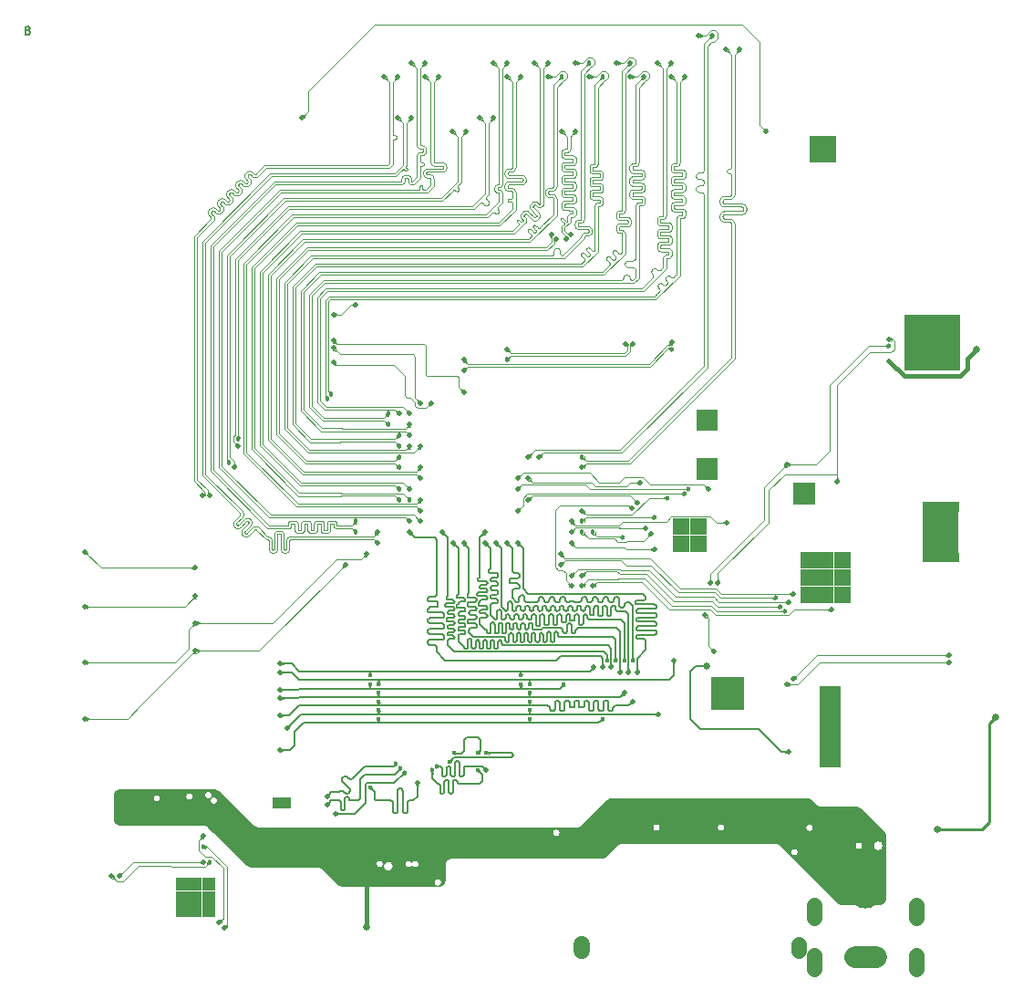
<source format=gbr>
*
%FSLAX26Y26*%
%MOIN*%
%ADD10C,0.006000*%
%ADD11R,0.030709X0.030709*%
%ADD12R,0.050889X0.050889*%
%ADD13R,0.039570X0.039570*%
%ADD14R,0.049213X0.049213*%
%ADD15R,0.059055X0.059055*%
%ADD16C,0.118110*%
%ADD17C,0.055118*%
%ADD18C,0.078740*%
%ADD19C,0.025000*%
%ADD20C,0.018000*%
%ADD21C,0.010800*%
%ADD22C,0.015800*%
%ADD23C,0.006810*%
%ADD24C,0.004120*%
%ADD25C,0.004610*%
%ADD26C,0.005800*%
%ADD27C,0.055425*%
%ADD28C,0.017875*%
%ADD29C,0.016875*%
%ADD30C,0.019875*%
%ADD31R,0.035675X0.035675*%
%ADD32C,0.059400*%
%ADD33C,0.020000*%
%ADD34R,0.063992X0.063992*%
%ADD35R,0.031709X0.031709*%
%ADD36R,0.051689X0.051689*%
%ADD37R,0.040370X0.040370*%
%ADD38R,0.032496X0.032496*%
%ADD39C,0.004000*%
%ADD40C,0.005400*%
%ADD41C,0.003400*%
%ADD42C,0.002100*%
%ADD43C,0.002300*%
%IPPOS*%
%LNciaa_acc-l8.sig.gbr*%
%LPD*%
G75*
G54D10*
X01363285Y-01220838D02*
X01360427Y-01219409D01*
X01358999Y-01217981D01*
X01357570Y-01215124D01*
Y-01213695D01*
X01358999Y-01210838D01*
X01360427Y-01209409D01*
X01363285Y-01207981D01*
X01368999D01*
X01371856Y-01209409D01*
X01373285Y-01210838D01*
X01374713Y-01213695D01*
Y-01215124D01*
X01373285Y-01217981D01*
X01371856Y-01219409D01*
X01368999Y-01220838D01*
X01363285D01*
X01360427Y-01222267D01*
X01358999Y-01223695D01*
X01357570Y-01226552D01*
Y-01232267D01*
X01358999Y-01235124D01*
X01360427Y-01236552D01*
X01363285Y-01237981D01*
X01368999D01*
X01371856Y-01236552D01*
X01373285Y-01235124D01*
X01374713Y-01232267D01*
Y-01226552D01*
X01373285Y-01223695D01*
X01371856Y-01222267D01*
X01368999Y-01220838D01*
G54D11*
X04741294Y-03116400D02*
X04753106D01*
X04741294Y-03085700D02*
X04753106D01*
X04741294Y-03055000D02*
X04753106D01*
X04741294Y-03024300D02*
X04753106D01*
X04741294Y-02993600D02*
X04753106D01*
X04698794D02*
X04710606D01*
X04698794Y-03024300D02*
X04710606D01*
X04698794Y-03055000D02*
X04710606D01*
X04698794Y-03085700D02*
X04710606D01*
X04698794Y-03116400D02*
X04710606D01*
X04656294D02*
X04668106D01*
X04656294Y-03085700D02*
X04668106D01*
X04656294Y-03055000D02*
X04668106D01*
X04656294Y-03024300D02*
X04668106D01*
X04656294Y-02993600D02*
X04668106D01*
G54D12*
X04749300Y-02387500D03*
X04698600D03*
X04647900D03*
X04597200D03*
X04749300Y-02336900D03*
X04698600D03*
X04647900D03*
X04597200D03*
G54D13*
X04319700Y-03843721D02*
Y-03833879D01*
Y-03794521D02*
Y-03784679D01*
Y-03892921D02*
Y-03883079D01*
X04280300Y-03892921D02*
Y-03883079D01*
Y-03843721D02*
Y-03833879D01*
Y-03794521D02*
Y-03784679D01*
Y-03745321D02*
Y-03735479D01*
Y-03696121D02*
Y-03686279D01*
Y-03646921D02*
Y-03637079D01*
X04319700Y-03646921D02*
Y-03637079D01*
Y-03696121D02*
Y-03686279D01*
Y-03745321D02*
Y-03735479D01*
G54D14*
X01931100Y-04340600D03*
Y-04439000D03*
X02029500Y-04340600D03*
X01980300Y-04439000D03*
X01931100Y-04389800D03*
X01980300D03*
X02029500D03*
X01980300Y-04340600D03*
X02029500Y-04439000D03*
G54D15*
X03895500Y-03674500D03*
Y-03615500D03*
X03954500D03*
Y-03674500D03*
G54D16*
X04430000Y-04370000D03*
G54D17*
X04242992Y-04649528D02*
Y-04602283D01*
Y-04464488D02*
Y-04417244D01*
X04617008Y-04649528D02*
Y-04602283D01*
Y-04464488D02*
Y-04417244D01*
G54D18*
X04390630Y-04606220D02*
X04469370D01*
G54D19*
X04692900Y-04141700D03*
X04905000Y-03730000D03*
X02724400Y-04275600D03*
X01740200Y-04074800D03*
X01771700D03*
X02606300Y-04496100D03*
X03850000Y-03543200D03*
X04834600Y-02388900D03*
G54D20*
X02476400Y-02551200D03*
X02460600Y-02566900D03*
X02685000Y-02661400D03*
Y-02622000D03*
X03470000Y-01390000D03*
X02724400Y-02740200D03*
Y-02700800D03*
X03420000Y-01340000D03*
X02724400Y-02818900D03*
Y-02779500D03*
X03320000Y-01390000D03*
X03118100Y-02425200D03*
X02724400Y-02897600D03*
X02763800Y-02937000D03*
X02724400D03*
X02135500Y-02715000D03*
X02101800Y-02799800D03*
X02566900Y-03015700D03*
Y-03055100D03*
X03433100D03*
X03393700Y-03015700D03*
Y-03055100D03*
Y-02779500D03*
G54D21*
X04881890Y-04114173D02*
X04854331Y-04141732D01*
X04692913D01*
X04881890Y-03753110D02*
Y-04114173D01*
X04905000Y-03730000D02*
X04881890Y-03753110D01*
G54D22*
X02606299Y-04496063D02*
Y-04338583D01*
X02618110Y-04326772D01*
X02712598D01*
X02724410Y-04314960D01*
Y-04275591D01*
G54D23*
X04149606Y-03858268D02*
X04122047D01*
X04039370Y-03775591D01*
X03807169Y-03543224D02*
X03830791D01*
X03850000D01*
X04039370Y-03775591D02*
X03826772D01*
X03787402Y-03736220D01*
Y-03562992D01*
X03807169Y-03543224D01*
G54D22*
X04515748Y-02429134D02*
X04570866Y-02484252D01*
X04775591D01*
X04803150Y-02456693D01*
Y-02420382D01*
X04834646Y-02388886D01*
G54D24*
X02960630Y-02425197D02*
X02975415Y-02439982D01*
X03638088D01*
X03706111Y-02371959D01*
X03712687D01*
X03722441Y-02362205D01*
X02960630Y-02464567D02*
X02975415Y-02449782D01*
X03642148D02*
X03710040Y-02381890D01*
X02975415Y-02449782D02*
X03642148D01*
X03710040Y-02381890D02*
X03718504D01*
X03722441Y-02385827D01*
G54D25*
X04141732Y-02807087D02*
X04059055Y-02889764D01*
Y-03011811D01*
X03862205Y-03208661D01*
Y-03240157D01*
X04141732Y-02807087D02*
X04248031D01*
X04299213Y-02755906D01*
Y-02515748D01*
X04440945Y-02374016D01*
X04504434D01*
X04515748D01*
X01700787Y-04311024D02*
X01751969Y-04259843D01*
X01996560D01*
X02007874D01*
X04326772Y-02842520D02*
X04133858D01*
X04074803Y-02901575D01*
Y-03019685D01*
X03889764Y-03204724D01*
Y-03240157D01*
X04326772Y-02842520D02*
Y-02515748D01*
X04535433Y-02385827D02*
Y-02358268D01*
X04326772Y-02515748D02*
X04444882Y-02397638D01*
X04523622D01*
X04535433Y-02385827D01*
Y-02358268D02*
X04527559Y-02350394D01*
X04515748D01*
X04326772Y-02870079D02*
Y-02842520D01*
X02031496Y-04259843D02*
X02014100Y-04277239D01*
X01771654Y-04275591D02*
X01716535Y-04330709D01*
X01692913D02*
X01681228Y-04319024D01*
X02014100Y-04277239D02*
X01891412D01*
X01889764Y-04275591D02*
X01771654D01*
X01681228Y-04319024D02*
X01673228Y-04311024D01*
X01891412Y-04277239D02*
X01889764Y-04275591D01*
X01716535Y-04330709D02*
X01692913D01*
X04066929Y-01590551D02*
X04043307Y-01566929D01*
Y-01263780D01*
X02636864Y-01200787D02*
X02393701Y-01443951D01*
X04043307Y-01263780D02*
X03980315Y-01200787D01*
X02636864D01*
X02393701Y-01443951D02*
Y-01516299D01*
X02370000Y-01540000D01*
X03555118Y-02956693D02*
X03562992D01*
X03574803Y-02968504D01*
X03354331Y-03251969D02*
X03334646Y-03232283D01*
Y-03204724D02*
X03322835Y-03192913D01*
X03334646Y-03232283D02*
Y-03204724D01*
X03295276Y-03181102D02*
Y-02973715D01*
X03322835Y-03192913D02*
X03307087D01*
X03295276Y-03181102D01*
Y-02973715D02*
X03312298Y-02956693D01*
X03555118D01*
X04165354Y-03590551D02*
X04250906Y-03505000D01*
X04735000D01*
X04181102Y-03610236D02*
X04261338Y-03530001D01*
X04735000D01*
X04141732Y-03610236D02*
X04181102D01*
G54D24*
X03768283Y-01760739D02*
X03766347Y-01762675D01*
X03749289Y-01710779D02*
X03747833Y-01713097D01*
X03766347Y-01780632D02*
X03768283Y-01782568D01*
X03770000Y-01390000D02*
X03750500Y-01409500D01*
X03761445Y-01765036D02*
X03758725Y-01765343D01*
X03761445Y-01731027D02*
X03764029Y-01731931D01*
X03761445Y-01859524D02*
X03758725Y-01859831D01*
X03730099Y-01766878D02*
X03730050Y-01767318D01*
X03758725Y-01907075D02*
X03752475D01*
X03745897Y-01715032D02*
X03743579Y-01716489D01*
X03770644Y-01897570D02*
X03769740Y-01900154D01*
X03730245Y-01718818D02*
X03730099Y-01719235D01*
X03730050Y-01814562D02*
Y-01823233D01*
X03731168Y-01872257D02*
X03731585Y-01872403D01*
X03750500Y-01409500D02*
Y-01705474D01*
X03730481Y-01777221D02*
X03730793Y-01777534D01*
X03730099Y-01861366D02*
X03730050Y-01861806D01*
X03764029Y-01731931D02*
X03766347Y-01733388D01*
X03730793Y-01729891D02*
X03731168Y-01730126D01*
X03766347Y-01904408D02*
X03764029Y-01905864D01*
X03730245Y-01824090D02*
X03730481Y-01824465D01*
X03731585Y-01859880D02*
X03731168Y-01860026D01*
X03750500Y-01705474D02*
X03750193Y-01708194D01*
X03730245Y-01729203D02*
X03730481Y-01729578D01*
Y-01871709D02*
X03730793Y-01872022D01*
X03747833Y-01713097D02*
X03745897Y-01715032D01*
X03770644Y-01755837D02*
X03769740Y-01758421D01*
X03768283Y-01782568D02*
X03769740Y-01784886D01*
X03662278Y-02205500D02*
X02472278D01*
X03750193Y-01708194D02*
X03749289Y-01710779D01*
X03770644Y-01740225D02*
X03770950Y-01742946D01*
X03768283Y-01855228D02*
X03766347Y-01857163D01*
Y-01762675D02*
X03764029Y-01764132D01*
X03743579Y-01716489D02*
X03740995Y-01717393D01*
X03738275Y-01717700D01*
X03752036Y-01907124D02*
X03751618Y-01907270D01*
X03730245Y-01766461D02*
X03730099Y-01766878D01*
X03738275Y-01717700D02*
X03732025D01*
X03766347Y-01875120D02*
X03768283Y-01877056D01*
X03769740Y-01879374D02*
X03770644Y-01881958D01*
X03732025Y-01717700D02*
X03731585Y-01717749D01*
Y-01777915D02*
X03732025Y-01777965D01*
Y-01730322D02*
X03745000D01*
X03731585Y-01730272D02*
X03732025Y-01730322D01*
X03731585Y-01717749D02*
X03731168Y-01717895D01*
X03730481Y-01824465D02*
X03730793Y-01824778D01*
X02465500Y-02212278D02*
Y-02540303D01*
X03731168Y-01717895D02*
X03730793Y-01718131D01*
X03730481Y-01718443D01*
X03730050Y-01728346D02*
X03730099Y-01728786D01*
X03745000Y-01730322D02*
Y-01730720D01*
X03730481Y-01766086D02*
X03730245Y-01766461D01*
X03731168Y-01825013D02*
X03731585Y-01825159D01*
X03730481Y-01718443D02*
X03730245Y-01718818D01*
X03730099Y-01719235D02*
X03730050Y-01719675D01*
Y-01728346D01*
X03758725Y-01765343D02*
X03732025D01*
X03730099Y-01728786D02*
X03730245Y-01729203D01*
X03730481Y-01729578D02*
X03730793Y-01729891D01*
X03758725Y-01730720D02*
X03761445Y-01731027D01*
Y-01825515D02*
X03764029Y-01826419D01*
X03732025Y-01812587D02*
X03731585Y-01812636D01*
X03731168Y-01730126D02*
X03731585Y-01730272D01*
X03732025Y-01765343D02*
X03731585Y-01765392D01*
X03745000Y-01730720D02*
X03758725D01*
X03766347Y-01733388D02*
X03768283Y-01735323D01*
X03769740Y-01737642D01*
X03730050Y-01823233D02*
X03730099Y-01823673D01*
X03758725Y-01812587D02*
X03732025D01*
X03769740Y-01737642D02*
X03770644Y-01740225D01*
X03770950Y-01742946D02*
Y-01753117D01*
X03730793Y-01860262D02*
X03730481Y-01860574D01*
X03730245Y-01860949D01*
X03770950Y-01753117D02*
X03770644Y-01755837D01*
X03731168Y-01765538D02*
X03730793Y-01765773D01*
X03730245Y-01813705D02*
X03730099Y-01814122D01*
X03730245Y-01776846D02*
X03730481Y-01777221D01*
X03769740Y-01758421D02*
X03768283Y-01760739D01*
X03730793Y-01777534D02*
X03731168Y-01777769D01*
X03764029Y-01764132D02*
X03761445Y-01765036D01*
X03731585Y-01765392D02*
X03731168Y-01765538D01*
X03770950Y-01894849D02*
X03770644Y-01897570D01*
X03730793Y-01765773D02*
X03730481Y-01766086D01*
X03730050Y-01767318D02*
Y-01775989D01*
X03766347Y-01827876D02*
X03768283Y-01829812D01*
X03730050Y-01775989D02*
X03730099Y-01776429D01*
X03730245Y-01776846D01*
X03731168Y-01777769D02*
X03731585Y-01777915D01*
Y-01812636D02*
X03731168Y-01812782D01*
X03764029Y-01826419D02*
X03766347Y-01827876D01*
X03769740Y-01784886D02*
X03770644Y-01787470D01*
X03732025Y-01777965D02*
X03758725D01*
X03730050Y-01870478D02*
X03730099Y-01870917D01*
X03758725Y-01777965D02*
X03761445Y-01778271D01*
X03770644Y-01803081D02*
X03769740Y-01805666D01*
X03761445Y-01778271D02*
X03764029Y-01779175D01*
X03731168Y-01812782D02*
X03730793Y-01813018D01*
X03750500Y-02117278D02*
X03662278Y-02205500D01*
X03764029Y-01779175D02*
X03766347Y-01780632D01*
X03770644Y-01787470D02*
X03770950Y-01790190D01*
X03730793Y-01813018D02*
X03730481Y-01813330D01*
X03731168Y-01860026D02*
X03730793Y-01860262D01*
X03770950Y-01790190D02*
Y-01800361D01*
X03769740Y-01832130D02*
X03770644Y-01834714D01*
X03770950Y-01800361D02*
X03770644Y-01803081D01*
X03769740Y-01805666D02*
X03768283Y-01807984D01*
X03730099Y-01814122D02*
X03730050Y-01814562D01*
X03768283Y-01807984D02*
X03766347Y-01809919D01*
X03764029Y-01811376D01*
X03761445Y-01812280D01*
X03731585Y-01872403D02*
X03732025Y-01872453D01*
X03761445Y-01812280D02*
X03758725Y-01812587D01*
X03730481Y-01813330D02*
X03730245Y-01813705D01*
X03730099Y-01823673D02*
X03730245Y-01824090D01*
X03730793Y-01824778D02*
X03731168Y-01825013D01*
X03731585Y-01825159D02*
X03732025Y-01825209D01*
X03769740Y-01852910D02*
X03768283Y-01855228D01*
X03732025Y-01825209D02*
X03758725D01*
X03761445Y-01825515D01*
X03768283Y-01829812D02*
X03769740Y-01832130D01*
X03770950Y-01847605D02*
X03770644Y-01850326D01*
Y-01834714D02*
X03770950Y-01837434D01*
Y-01847605D01*
X03764029Y-01873663D02*
X03766347Y-01875120D01*
X03770644Y-01850326D02*
X03769740Y-01852910D01*
X03766347Y-01857163D02*
X03764029Y-01858620D01*
X03761445Y-01859524D01*
Y-01906768D02*
X03758725Y-01907075D01*
Y-01859831D02*
X03732025D01*
X03731585Y-01859880D01*
X03750696Y-01908193D02*
X03750550Y-01908610D01*
X03730245Y-01860949D02*
X03730099Y-01861366D01*
X03730050Y-01861806D02*
Y-01870478D01*
X03730099Y-01870917D02*
X03730245Y-01871335D01*
X03730481Y-01871709D01*
X03730793Y-01872022D02*
X03731168Y-01872257D01*
X03732025Y-01872453D02*
X03758725D01*
X03761445Y-01872759D01*
X03764029Y-01873663D01*
X03768283Y-01877056D02*
X03769740Y-01879374D01*
X03770644Y-01881958D02*
X03770950Y-01884678D01*
Y-01894849D01*
X03769740Y-01900154D02*
X03768283Y-01902472D01*
X03766347Y-01904408D01*
X03764029Y-01905864D02*
X03761445Y-01906768D01*
X03752475Y-01907075D02*
X03752036Y-01907124D01*
X03751244Y-01907506D02*
X03750931Y-01907818D01*
X03751618Y-01907270D02*
X03751244Y-01907506D01*
X03750931Y-01907818D02*
X03750696Y-01908193D01*
X03750500Y-01909050D02*
Y-02117278D01*
X03750550Y-01908610D02*
X03750500Y-01909050D01*
X02472278Y-02205500D02*
X02465500Y-02212278D01*
Y-02540303D02*
X02476378Y-02551181D01*
X03720000Y-01390000D02*
X03739500Y-01409500D01*
X03719050Y-01776739D02*
X03719356Y-01779459D01*
X03720260Y-01855752D02*
X03719356Y-01858336D01*
X03745000Y-01741322D02*
Y-01741720D01*
X03685355Y-02147174D02*
X03683369Y-02146217D01*
X03725971Y-01802797D02*
X03723653Y-01804254D01*
X03677318Y-02169663D02*
Y-02171867D01*
X03759950Y-01838184D02*
Y-01846856D01*
X03739500Y-01409500D02*
Y-01704724D01*
X03728555Y-01754649D02*
X03725971Y-01755553D01*
X03739500Y-01704724D02*
X03739450Y-01705164D01*
X03725971Y-01834998D02*
X03728555Y-01835902D01*
X03759207Y-01848400D02*
X03758832Y-01848635D01*
X03759207Y-01742151D02*
X03759519Y-01742464D01*
X03719356Y-01763848D02*
X03719050Y-01766568D01*
X03721717Y-01711303D02*
X03720260Y-01713621D01*
X03731275Y-01836209D02*
X03757975D01*
X03739450Y-01705164D02*
X03739304Y-01705581D01*
X03759207Y-01789395D02*
X03759519Y-01789708D01*
X03711208Y-02118378D02*
X03709059Y-02117888D01*
X03739304Y-01705581D02*
X03739069Y-01705956D01*
X03728555Y-01707006D02*
X03725971Y-01707910D01*
X03700997Y-02134628D02*
X03702336Y-02135967D01*
X03739069Y-01705956D02*
X03738756Y-01706269D01*
X03738382Y-01706504D01*
X03731275Y-01706700D02*
X03728555Y-01707006D01*
X03723653Y-01709367D02*
X03721717Y-01711303D01*
X03719050Y-01718925D02*
Y-01729096D01*
X03717978Y-02123421D02*
X03716255Y-02122047D01*
X03758415Y-01754293D02*
X03757975Y-01754343D01*
X03758832Y-01741916D02*
X03759207Y-01742151D01*
X03698176Y-02126567D02*
Y-02128771D01*
X03757975Y-01836209D02*
X03758415Y-01836258D01*
X03725971Y-01740111D02*
X03728555Y-01741015D01*
X03714917Y-02120709D02*
X03713194Y-02119335D01*
X03738382Y-01706504D02*
X03737964Y-01706650D01*
X03758415Y-01741770D02*
X03758832Y-01741916D01*
X03731275Y-01848831D02*
X03728555Y-01849137D01*
X03737964Y-01706650D02*
X03737525Y-01706700D01*
X03721717Y-01758945D02*
X03720260Y-01761264D01*
X03726466Y-02124378D02*
X03724317Y-02124868D01*
X03728555Y-01801893D02*
X03725971Y-01802797D01*
X03721717Y-01831606D02*
X03723653Y-01833541D01*
X03737525Y-01706700D02*
X03731275D01*
X03720260Y-01761264D02*
X03719356Y-01763848D01*
X03739807Y-01905580D02*
X03739500Y-01908300D01*
X03723653Y-01804254D02*
X03721717Y-01806190D01*
X03759755Y-01884571D02*
X03759901Y-01884988D01*
Y-01847295D02*
X03759755Y-01847713D01*
X03725971Y-01707910D02*
X03723653Y-01709367D01*
Y-01757010D02*
X03721717Y-01758945D01*
X03759519Y-01895331D02*
X03759207Y-01895644D01*
X03720260Y-01713621D02*
X03719356Y-01716205D01*
X03758832Y-01754147D02*
X03758415Y-01754293D01*
X03719050Y-01729096D02*
X03719356Y-01731817D01*
X03758415Y-01789014D02*
X03758832Y-01789160D01*
X03719356Y-01716205D02*
X03719050Y-01718925D01*
X03728555Y-01741015D02*
X03731275Y-01741322D01*
X03759950Y-01743696D02*
Y-01752367D01*
X03757975Y-01788965D02*
X03758415Y-01789014D01*
X03670828Y-02158758D02*
X03671784Y-02160744D01*
X03719356Y-01731817D02*
X03720260Y-01734401D01*
X03721717Y-01736719D01*
X03706855Y-02117888D02*
X03704706Y-02118378D01*
X03721717Y-01736719D02*
X03723653Y-01738654D01*
X03725971Y-01740111D01*
X03731275Y-01741322D02*
X03745000D01*
X03719964Y-02124378D02*
X03717978Y-02123421D01*
X03723653Y-01833541D02*
X03725971Y-01834998D01*
X03759901Y-01790500D02*
X03759950Y-01790940D01*
X03745000Y-01741720D02*
X03757975D01*
X03759755Y-01753224D02*
X03759519Y-01753599D01*
X03721717Y-01878850D02*
X03723653Y-01880786D01*
X03720260Y-01876532D02*
X03721717Y-01878850D01*
X03719050Y-01861056D02*
Y-01871227D01*
X03757975Y-01741720D02*
X03758415Y-01741770D01*
X03719356Y-01779459D02*
X03720260Y-01782044D01*
X03759519Y-01742464D02*
X03759755Y-01742839D01*
X03696478Y-02152707D02*
X03694274D01*
X03759207Y-01836640D02*
X03759519Y-01836952D01*
X03759755Y-01742839D02*
X03759901Y-01743256D01*
X03705157Y-02144028D02*
X03704666Y-02146177D01*
X03759901Y-01743256D02*
X03759950Y-01743696D01*
X03759901Y-01752807D02*
X03759755Y-01753224D01*
X03758832Y-01789160D02*
X03759207Y-01789395D01*
X03723653Y-01880786D02*
X03725971Y-01882242D01*
X03759950Y-01752367D02*
X03759901Y-01752807D01*
X03759519Y-01753599D02*
X03759207Y-01753912D01*
X03724317Y-02124868D02*
X03722113D01*
X03704666Y-02139676D02*
X03705157Y-02141824D01*
X03759207Y-01753912D02*
X03758832Y-01754147D01*
X03757975Y-01754343D02*
X03731275D01*
X03728555Y-01754649D01*
X03725971Y-01755553D02*
X03723653Y-01757010D01*
X03719050Y-01766568D02*
Y-01776739D01*
X03720260Y-01782044D02*
X03721717Y-01784362D01*
X03728555Y-01883146D02*
X03731275Y-01883453D01*
X03720260Y-01829288D02*
X03721717Y-01831606D01*
Y-01784362D02*
X03723653Y-01786297D01*
X03759901Y-01800051D02*
X03759755Y-01800468D01*
X03723653Y-01786297D02*
X03725971Y-01787754D01*
X03728555Y-01788658D01*
X03731275Y-01788965D01*
X03725971Y-01882242D02*
X03728555Y-01883146D01*
X03719050Y-01813812D02*
Y-01823983D01*
X03731275Y-01788965D02*
X03757975D01*
X03720260Y-01808508D02*
X03719356Y-01811092D01*
X03731275Y-01883453D02*
X03757975D01*
X03759519Y-01789708D02*
X03759755Y-01790083D01*
X03759901Y-01790500D01*
X03758415Y-01883502D02*
X03758832Y-01883648D01*
X03758415Y-01836258D02*
X03758832Y-01836404D01*
X03719356Y-01826704D02*
X03720260Y-01829288D01*
X03759950Y-01790940D02*
Y-01799611D01*
X03674882Y-02147174D02*
X03673159Y-02148548D01*
X03719356Y-01811092D02*
X03719050Y-01813812D01*
X03759950Y-01799611D02*
X03759901Y-01800051D01*
X03759755Y-01800468D02*
X03759519Y-01800843D01*
X03719050Y-01823983D02*
X03719356Y-01826704D01*
X03758832Y-01801391D02*
X03758415Y-01801537D01*
X03759519Y-01800843D02*
X03759207Y-01801156D01*
X03751725Y-01896075D02*
X03749005Y-01896381D01*
X03759519Y-01848087D02*
X03759207Y-01848400D01*
X03699623Y-02132905D02*
X03700997Y-02134628D01*
X03673159Y-02148548D02*
X03671784Y-02150271D01*
X03759207Y-01801156D02*
X03758832Y-01801391D01*
X03758415Y-01801537D02*
X03757975Y-01801587D01*
X03731275D01*
X03728555Y-01801893D01*
X03713194Y-02119335D02*
X03711208Y-02118378D01*
X03721717Y-01806190D02*
X03720260Y-01808508D01*
X03759519Y-01836952D02*
X03759755Y-01837327D01*
X03728555Y-01835902D02*
X03731275Y-01836209D01*
X03758832Y-01883648D02*
X03759207Y-01883884D01*
X03758832Y-01836404D02*
X03759207Y-01836640D01*
X03657722Y-02194500D02*
X02467722D01*
X03719356Y-01873948D02*
X03720260Y-01876532D01*
X03759755Y-01837327D02*
X03759901Y-01837744D01*
X03759950Y-01838184D01*
Y-01846856D02*
X03759901Y-01847295D01*
X03759755Y-01847713D02*
X03759519Y-01848087D01*
X03758832Y-01848635D02*
X03758415Y-01848781D01*
X03757975Y-01848831D01*
X03731275D01*
X03728555Y-01849137D02*
X03725971Y-01850041D01*
X03744103Y-01898742D02*
X03742167Y-01900678D01*
X03725971Y-01850041D02*
X03723653Y-01851498D01*
X03670828Y-02152257D02*
X03670338Y-02154405D01*
X03723653Y-01851498D02*
X03721717Y-01853434D01*
X03759207Y-01895644D02*
X03758832Y-01895879D01*
X03721717Y-01853434D02*
X03720260Y-01855752D01*
X03719356Y-01858336D02*
X03719050Y-01861056D01*
X03722113Y-02124868D02*
X03719964Y-02124378D01*
X03719050Y-01871227D02*
X03719356Y-01873948D01*
X03757975Y-01883453D02*
X03758415Y-01883502D01*
X03759207Y-01883884D02*
X03759519Y-01884196D01*
X03759755Y-01884571D01*
X03759901Y-01884988D02*
X03759950Y-01885428D01*
X03670338Y-02156609D02*
X03670828Y-02158758D01*
X03759950Y-01885428D02*
Y-01894100D01*
X03759901Y-01894539D01*
X03759755Y-01894957D01*
X03675871Y-02176002D02*
X03674497Y-02177725D01*
X03759755Y-01894957D02*
X03759519Y-01895331D01*
X03758832Y-01895879D02*
X03758415Y-01896025D01*
X03757975Y-01896075D01*
X03704706Y-02118378D02*
X03702721Y-02119335D01*
X03757975Y-01896075D02*
X03751725D01*
X03749005Y-01896381D02*
X03746421Y-01897286D01*
X03744103Y-01898742D01*
X03742167Y-01900678D02*
X03740711Y-01902996D01*
X03739807Y-01905580D01*
X03739500Y-01908300D02*
Y-02112722D01*
X03730175Y-02122047D01*
X03728451Y-02123421D01*
X03726466Y-02124378D01*
X03683369Y-02146217D02*
X03681220Y-02145727D01*
X03716255Y-02122047D02*
X03714917Y-02120709D01*
X03709059Y-02117888D02*
X03706855D01*
X03702721Y-02119335D02*
X03700997Y-02120709D01*
X03676868Y-02146217D02*
X03674882Y-02147174D01*
X03700997Y-02120709D02*
X03699623Y-02122432D01*
X03698667Y-02124418D01*
X03698176Y-02126567D01*
Y-02128771D02*
X03698667Y-02130919D01*
X03699623Y-02132905D01*
X03702336Y-02135967D02*
X03703710Y-02137690D01*
X03671784Y-02160744D02*
X03673159Y-02162467D01*
X03703710Y-02137690D02*
X03704666Y-02139676D01*
X03705157Y-02141824D02*
Y-02144028D01*
X03704666Y-02146177D02*
X03703710Y-02148163D01*
X03702336Y-02149886D01*
D03*
X03700613Y-02151260D01*
X03698627Y-02152217D01*
X03696478Y-02152707D01*
X03670338Y-02154405D02*
Y-02156609D01*
X03694274Y-02152707D02*
X03692125Y-02152217D01*
X03681220Y-02145727D02*
X03679016D01*
X03692125Y-02152217D02*
X03690140Y-02151260D01*
X03688416Y-02149886D01*
X03687078Y-02148548D01*
X03685355Y-02147174D01*
X03679016Y-02145727D02*
X03676868Y-02146217D01*
X03671784Y-02150271D02*
X03670828Y-02152257D01*
X03673159Y-02162467D02*
X03674497Y-02163805D01*
X03675871Y-02165529D01*
X03676827Y-02167514D01*
X03677318Y-02169663D01*
Y-02171867D02*
X03676827Y-02174016D01*
X03675871Y-02176002D01*
X03674497Y-02177725D02*
X03670321Y-02181901D01*
X03657722Y-02194500D01*
X02467722D02*
X02454500Y-02207722D01*
Y-02560799D01*
X02460630Y-02566929D01*
X03720000Y-01340000D02*
X03700500Y-01359500D01*
X03714309Y-02019351D02*
X03716661Y-02020828D01*
X03679723Y-01921742D02*
X03679883Y-01922200D01*
X03711687Y-02052433D02*
X03708926Y-02052744D01*
X03721331Y-01993095D02*
X03721020Y-01995855D01*
X03700500Y-01898399D02*
X03700189Y-01901159D01*
X03700500Y-01359500D02*
Y-01898399D01*
X03711687Y-01957945D02*
X03708926Y-01958256D01*
X03714309Y-01972106D02*
X03716661Y-01973584D01*
X03680895Y-01923211D02*
X03681352Y-01923371D01*
X03714309Y-01957027D02*
X03711687Y-01957945D01*
X03679883Y-01959482D02*
X03679723Y-01959940D01*
X03700189Y-01901159D02*
X03699271Y-01903781D01*
X03714309Y-01924862D02*
X03716661Y-01926340D01*
X03680141Y-01970063D02*
X03680484Y-01970406D01*
X03702666Y-02052744D02*
X03702184Y-02052798D01*
X03681834Y-01910803D02*
X03681352Y-01910858D01*
X03699271Y-01903781D02*
X03697794Y-01906133D01*
X02435326Y-02574994D02*
X02457195Y-02596862D01*
X03679723Y-02016438D02*
X03679883Y-02016896D01*
Y-01912030D02*
X03679723Y-01912487D01*
X03697794Y-01906133D02*
X03695829Y-01908097D01*
X03693477Y-01909575D01*
X03681834Y-01923426D02*
X03695000D01*
X03681352Y-02018068D02*
X03681834Y-02018122D01*
X03679723Y-01959940D02*
X03679669Y-01960422D01*
X03693477Y-01909575D02*
X03690855Y-01910492D01*
X03714309Y-02051516D02*
X03711687Y-02052433D01*
X03679723Y-01912487D02*
X03679669Y-01912969D01*
X03690855Y-01910492D02*
X03688095Y-01910803D01*
X03680484Y-01911276D02*
X03680141Y-01911619D01*
X03720103Y-01930656D02*
X03721020Y-01933278D01*
X03708926Y-02005500D02*
X03681834D01*
X03688095Y-01910803D02*
X03681834D01*
X03681352Y-01910858D02*
X03680895Y-01911018D01*
X03679669Y-01912969D02*
Y-01921260D01*
X03680895Y-01911018D02*
X03680484Y-01911276D01*
X03679883Y-01969652D02*
X03680141Y-01970063D01*
Y-01911619D02*
X03679883Y-01912030D01*
X03679669Y-01960422D02*
Y-01968712D01*
Y-01921260D02*
X03679723Y-01921742D01*
X03695000Y-01923426D02*
Y-01923634D01*
X03679883Y-01922200D02*
X03680141Y-01922610D01*
X03680484Y-01922953D01*
X03721020Y-01948611D02*
X03720103Y-01951233D01*
X03680484Y-01922953D02*
X03680895Y-01923211D01*
X03681352Y-01923371D02*
X03681834Y-01923426D01*
X03695000Y-01923634D02*
X03708926D01*
X03680484Y-01970406D02*
X03680895Y-01970663D01*
X03708926Y-01923634D02*
X03711687Y-01923945D01*
X03716661Y-01955550D02*
X03714309Y-01957027D01*
X03711687Y-01923945D02*
X03714309Y-01924862D01*
X03708926Y-01958256D02*
X03681834D01*
X03716661Y-01926340D02*
X03718625Y-01928304D01*
X03721020Y-02027767D02*
X03721331Y-02030527D01*
X03680895Y-02005714D02*
X03680484Y-02005972D01*
X03718625Y-01928304D02*
X03720103Y-01930656D01*
X03680484Y-01958728D02*
X03680141Y-01959071D01*
X03721020Y-01933278D02*
X03721331Y-01936039D01*
X03680141Y-02006315D02*
X03679883Y-02006726D01*
X03721331Y-01936039D02*
Y-01945851D01*
X03708926Y-01970878D02*
X03711687Y-01971189D01*
X03721331Y-01945851D02*
X03721020Y-01948611D01*
X03720103Y-01951233D02*
X03718625Y-01953585D01*
X02510883Y-02597498D02*
X02739230D01*
X03680895Y-01958470D02*
X03680484Y-01958728D01*
X03718625Y-01953585D02*
X03716661Y-01955550D01*
X03681834Y-01958256D02*
X03681352Y-01958310D01*
X03680895Y-01958470D01*
X03680141Y-01959071D02*
X03679883Y-01959482D01*
X03679669Y-01968712D02*
X03679723Y-01969194D01*
X03679883Y-01969652D01*
X03680895Y-01970663D02*
X03681352Y-01970824D01*
X03681834Y-01970878D01*
X03714309Y-02004271D02*
X03711687Y-02005189D01*
X03700714Y-02053970D02*
X03700554Y-02054428D01*
X03681834Y-01970878D02*
X03708926D01*
X03720103Y-02045721D02*
X03718625Y-02048073D01*
X03711687Y-01971189D02*
X03714309Y-01972106D01*
X03716661Y-01973584D02*
X03718625Y-01975549D01*
X03720103Y-01977901D01*
X03718625Y-02022793D02*
X03720103Y-02025145D01*
Y-01977901D02*
X03721020Y-01980523D01*
X03721331Y-01983283D01*
X03718625Y-02000829D02*
X03716661Y-02002794D01*
X03681352Y-02005554D02*
X03680895Y-02005714D01*
X03721331Y-01983283D02*
Y-01993095D01*
X03680484Y-02017650D02*
X03680895Y-02017908D01*
X03721020Y-01995855D02*
X03720103Y-01998477D01*
X03708926Y-02052744D02*
X03702666D01*
X03720103Y-01998477D02*
X03718625Y-02000829D01*
X03716661Y-02002794D02*
X03714309Y-02004271D01*
X03711687Y-02005189D02*
X03708926Y-02005500D01*
X03681834D02*
X03681352Y-02005554D01*
X03680484Y-02005972D02*
X03680141Y-02006315D01*
X03679669Y-02015956D02*
X03679723Y-02016438D01*
X03679883Y-02006726D02*
X03679723Y-02007184D01*
X03679669Y-02007666D01*
Y-02015956D01*
X03679883Y-02016896D02*
X03680141Y-02017307D01*
X03680484Y-02017650D01*
X02457195Y-02596862D02*
X02510248D01*
X03680895Y-02017908D02*
X03681352Y-02018068D01*
X03700500Y-02054910D02*
Y-02092278D01*
X03681834Y-02018122D02*
X03708926D01*
X03711687Y-02018433D01*
X03716661Y-02050038D02*
X03714309Y-02051516D01*
X03711687Y-02018433D02*
X03714309Y-02019351D01*
X03716661Y-02020828D02*
X03718625Y-02022793D01*
X02461403Y-02175500D02*
X02435326Y-02201577D01*
X03720103Y-02025145D02*
X03721020Y-02027767D01*
X03721331Y-02030527D02*
Y-02040339D01*
X03721020Y-02043100D01*
X03720103Y-02045721D01*
X03718625Y-02048073D02*
X03716661Y-02050038D01*
X03701726Y-02052958D02*
X03701315Y-02053217D01*
X03702184Y-02052798D02*
X03701726Y-02052958D01*
X03701315Y-02053217D02*
X03700972Y-02053559D01*
X03700714Y-02053970D01*
X03700554Y-02054428D02*
X03700500Y-02054910D01*
Y-02092278D02*
X03617278Y-02175500D01*
X02461403D01*
X02435326Y-02201577D02*
Y-02574994D01*
X02510248Y-02596862D02*
X02510883Y-02597498D01*
X02739230D02*
X02763780Y-02622047D01*
X03681074Y-01947256D02*
X03678313Y-01947567D01*
X03675939Y-02097760D02*
X03673383D01*
X03670000Y-01340000D02*
X03689500Y-01359500D01*
X03669897Y-01954279D02*
X03668980Y-01956900D01*
X03681074Y-02029122D02*
X03708166D01*
X03662286Y-02091785D02*
X03659794Y-02091216D01*
X03689500Y-01359500D02*
Y-01897638D01*
X03708166Y-01934634D02*
X03708648Y-01934688D01*
X03688274Y-01899589D02*
X03687816Y-01899749D01*
X03668980Y-01972233D02*
X03669897Y-01974855D01*
X03709859Y-01935449D02*
X03710117Y-01935860D01*
X03671375Y-01904474D02*
X03669897Y-01906826D01*
X03689500Y-01897638D02*
X03689446Y-01898120D01*
X03669897Y-01906826D02*
X03668980Y-01909448D01*
X03708648Y-01934688D02*
X03709105Y-01934848D01*
X03689446Y-01898120D02*
X03689286Y-01898577D01*
X03673339Y-01949962D02*
X03671375Y-01951926D01*
X03709516Y-01982350D02*
X03709859Y-01982693D01*
X03678313Y-01934114D02*
X03681074Y-01934425D01*
X03708166Y-01981878D02*
X03708648Y-01981932D01*
X03681074Y-01899804D02*
X03678313Y-01900115D01*
X03710277Y-01936318D02*
X03710331Y-01936800D01*
Y-01992334D02*
X03710277Y-01992816D01*
X03671375Y-01951926D02*
X03669897Y-01954279D01*
X03710277Y-02030806D02*
X03710331Y-02031288D01*
X03675691Y-01933197D02*
X03678313Y-01934114D01*
X03689286Y-01898577D02*
X03689028Y-01898988D01*
X03671375Y-01929755D02*
X03673339Y-01931719D01*
X03689028Y-01898988D02*
X03688685Y-01899331D01*
X03688274Y-01899589D01*
X03687816Y-01899749D02*
X03687334Y-01899804D01*
X03648291Y-02109193D02*
X03651479Y-02113190D01*
X03675691Y-02027894D02*
X03678313Y-02028811D01*
X03687334Y-01899804D02*
X03681074D01*
X03648291Y-02097045D02*
X03647182Y-02099348D01*
X03709105Y-02029336D02*
X03709516Y-02029594D01*
X03668669Y-01922021D02*
X03668980Y-01924781D01*
X03669897Y-01927403D01*
X02424326Y-02579550D02*
X02452638Y-02607862D01*
X03678313Y-01900115D02*
X03675691Y-01901032D01*
X03678313Y-02028811D02*
X03681074Y-02029122D01*
X03695000Y-01934634D02*
X03708166D01*
X03709516Y-01994028D02*
X03709105Y-01994286D01*
X03675691Y-01901032D02*
X03673339Y-01902510D01*
X03681074Y-01981878D02*
X03708166D01*
X03673383Y-02097760D02*
X03670890Y-02097191D01*
X03668587Y-02096082D01*
X03673339Y-01902510D02*
X03671375Y-01904474D01*
X03657237Y-02091216D02*
X03654745Y-02091785D01*
X03708648Y-01947202D02*
X03708166Y-01947256D01*
X03678313Y-01947567D02*
X03675691Y-01948484D01*
X03689500Y-02054149D02*
Y-02087722D01*
X03668980Y-01909448D02*
X03668669Y-01912208D01*
Y-01922021D01*
X03694171Y-02044450D02*
X03692206Y-02046415D01*
X03675691Y-01995729D02*
X03673339Y-01997206D01*
X03709859Y-01993685D02*
X03709516Y-01994028D01*
X03695000Y-01934425D02*
Y-01934634D01*
X03669897Y-01927403D02*
X03671375Y-01929755D01*
X03673339Y-01931719D02*
X03675691Y-01933197D01*
Y-01980649D02*
X03678313Y-01981567D01*
X03681074Y-01934425D02*
X03695000D01*
X03669897Y-02001523D02*
X03668980Y-02004145D01*
X03709105Y-01934848D02*
X03709516Y-01935106D01*
X03668980Y-02019477D02*
X03669897Y-02022099D01*
X03709105Y-01947041D02*
X03708648Y-01947202D01*
X03710331Y-02031288D02*
Y-02039578D01*
X03709516Y-01935106D02*
X03709859Y-01935449D01*
X03668669Y-01969473D02*
X03668980Y-01972233D01*
X03710117Y-01935860D02*
X03710277Y-01936318D01*
X03675691Y-01948484D02*
X03673339Y-01949962D01*
X03708648Y-01981932D02*
X03709105Y-01982092D01*
X03710331Y-01936800D02*
Y-01945090D01*
X03710277Y-01945572D01*
X03689811Y-02051389D02*
X03689500Y-02054149D01*
X03710277Y-01945572D02*
X03710117Y-01946030D01*
X03709859Y-01946441D01*
X03699145Y-02042055D02*
X03696523Y-02042973D01*
X03709859Y-01946441D02*
X03709516Y-01946783D01*
X03709105Y-01947041D01*
X03708166Y-01947256D02*
X03681074D01*
X03709105Y-01982092D02*
X03709516Y-01982350D01*
Y-02029594D02*
X03709859Y-02029937D01*
X03668980Y-01956900D02*
X03668669Y-01959661D01*
Y-01969473D01*
X03669897Y-01974855D02*
X03671375Y-01977207D01*
X03673339Y-01979172D01*
X03675691Y-01980649D01*
X03678313Y-01981567D02*
X03681074Y-01981878D01*
X03709859Y-01982693D02*
X03710117Y-01983104D01*
X03668669Y-02006905D02*
Y-02016717D01*
X03710117Y-01983104D02*
X03710277Y-01983562D01*
X03709859Y-02040929D02*
X03709516Y-02041272D01*
X03708648Y-01994446D02*
X03708166Y-01994500D01*
X03682734Y-02094488D02*
X03680735Y-02096082D01*
X03708166Y-02041744D02*
X03701905D01*
X03710277Y-01983562D02*
X03710331Y-01984044D01*
X03710277Y-02040060D02*
X03710117Y-02040518D01*
X03710331Y-01984044D02*
Y-01992334D01*
X03696523Y-02042973D02*
X03694171Y-02044450D01*
X03710277Y-01992816D02*
X03710117Y-01993274D01*
X03701905Y-02041744D02*
X03699145Y-02042055D01*
X03710117Y-01993274D02*
X03709859Y-01993685D01*
X03692206Y-02046415D02*
X03690729Y-02048767D01*
X03709105Y-01994286D02*
X03708648Y-01994446D01*
X03708166Y-01994500D02*
X03681074D01*
X03678313Y-01994811D01*
X03675691Y-01995729D01*
X03673339Y-01997206D02*
X03671375Y-01999171D01*
X03669897Y-02001523D01*
X03652588Y-02123035D02*
X03651479Y-02125338D01*
X03668980Y-02004145D02*
X03668669Y-02006905D01*
X03649885Y-02127337D02*
X03649327Y-02127895D01*
X03668669Y-02016717D02*
X03668980Y-02019477D01*
X03671375Y-02024451D02*
X03673339Y-02026416D01*
X03669897Y-02022099D02*
X03671375Y-02024451D01*
X03673339Y-02026416D02*
X03675691Y-02027894D01*
X03708166Y-02029122D02*
X03708648Y-02029176D01*
Y-02041690D02*
X03708166Y-02041744D01*
X03708648Y-02029176D02*
X03709105Y-02029336D01*
X03709859Y-02029937D02*
X03710117Y-02030348D01*
X03710277Y-02030806D01*
X03710331Y-02039578D02*
X03710277Y-02040060D01*
X03710117Y-02040518D02*
X03709859Y-02040929D01*
X03652588Y-02115494D02*
X03653157Y-02117986D01*
X03709516Y-02041272D02*
X03709105Y-02041530D01*
X03708648Y-02041690D01*
X03690729Y-02048767D02*
X03689811Y-02051389D01*
X03689500Y-02087722D02*
X03682734Y-02094488D01*
X03680735Y-02096082D02*
X03678432Y-02097191D01*
X03675939Y-02097760D01*
X03659794Y-02091216D02*
X03657237D01*
X03668587Y-02096082D02*
X03664589Y-02092894D01*
X03653157Y-02120543D02*
X03652588Y-02123035D01*
X03664589Y-02092894D02*
X03662286Y-02091785D01*
X03654745D02*
X03652441Y-02092894D01*
X03650443Y-02094488D01*
X03649885Y-02095046D01*
X03648291Y-02097045D01*
X03647182Y-02099348D02*
X03646613Y-02101840D01*
Y-02104397D01*
X03647182Y-02106889D01*
X03648291Y-02109193D01*
X03651479Y-02113190D02*
X03652588Y-02115494D01*
X02709659Y-02607297D02*
X02724409Y-02622047D01*
X03653157Y-02117986D02*
Y-02120543D01*
X03651479Y-02125338D02*
X03649885Y-02127337D01*
X03649327Y-02127895D02*
X03645151Y-02132071D01*
X03612722Y-02164500D01*
X02456846D01*
X02424326Y-02197020D01*
Y-02579550D01*
X02452638Y-02607862D02*
X02511246D01*
X02511811Y-02607297D01*
X02709659D01*
X03589193Y-01706068D02*
X03588824Y-01706656D01*
X03609097Y-01849815D02*
X03602783D01*
X03612117Y-01745113D02*
X03612195Y-01745802D01*
X03620000Y-01390000D02*
X03589500Y-01420500D01*
X03574325Y-01756642D02*
X03571806Y-01758225D01*
X03589500Y-01420500D02*
Y-01704724D01*
X03550426Y-02072175D02*
X03550130Y-02074803D01*
X03589422Y-01705414D02*
X03589193Y-01706068D01*
X03612117Y-01839601D02*
X03612195Y-01840290D01*
X03552707Y-02082167D02*
X03554577Y-02084037D01*
X03558037Y-02114815D02*
X03554100D01*
X03611029Y-01754651D02*
X03610441Y-01755020D01*
X03580317Y-02086910D02*
X03582814Y-02087784D01*
X03609787Y-01742782D02*
X03610441Y-01743011D01*
X03589500Y-01704724D02*
X03589422Y-01705414D01*
X03588824Y-01706656D02*
X03588334Y-01707146D01*
X03559313Y-02063288D02*
X03556816Y-02064162D01*
X03567138Y-01732117D02*
X03568121Y-01734924D01*
X03569703Y-01784948D02*
X03571806Y-01787051D01*
X03543283Y-02128928D02*
X03542110Y-02130794D01*
X03609787Y-01755249D02*
X03609097Y-01755327D01*
X03538685Y-02133525D02*
X03536605Y-02134253D01*
X03569703Y-01712823D02*
X03568121Y-01715341D01*
X03588334Y-01707146D02*
X03587746Y-01707515D01*
X03587092Y-01707744D01*
X03611888Y-01791702D02*
X03612117Y-01792357D01*
X03611519Y-01838359D02*
X03611888Y-01838946D01*
X03587092Y-01707744D02*
X03586403Y-01707822D01*
X03611888Y-01848061D02*
X03611519Y-01848649D01*
X03574325Y-01709137D02*
X03571806Y-01710720D01*
X03589500Y-02122722D02*
X03577722Y-02134500D01*
X03566905Y-02120387D02*
X03565732Y-02118521D01*
X03586403Y-01707822D02*
X03580088D01*
X03577132Y-01708155D01*
X03580088Y-01742444D02*
X03595000D01*
X03554577Y-02065569D02*
X03552707Y-02067439D01*
X03611029Y-01790625D02*
X03611519Y-01791115D01*
X03568121Y-01734924D02*
X03569703Y-01737443D01*
X03611029Y-01837869D02*
X03611519Y-01838359D01*
X03571806Y-01710720D02*
X03569703Y-01712823D01*
X03611029Y-01743380D02*
X03611519Y-01743871D01*
X03577132Y-01708155D02*
X03574325Y-01709137D01*
X03554100Y-02114815D02*
X03551910Y-02115062D01*
X03610441Y-01743011D02*
X03611029Y-01743380D01*
X03534415Y-02134500D02*
X02447722D01*
X03568121Y-01715341D02*
X03567138Y-01718149D01*
X03556816Y-02064162D02*
X03554577Y-02065569D01*
X03582814Y-02061822D02*
X03580317Y-02062696D01*
X03567138Y-01718149D02*
X03566805Y-01721105D01*
Y-01729161D01*
X03567138Y-01765654D02*
X03566805Y-01768610D01*
Y-01729161D02*
X03567138Y-01732117D01*
Y-01812898D02*
X03566805Y-01815854D01*
X03610441Y-01755020D02*
X03609787Y-01755249D01*
X03586923Y-02058545D02*
X03585053Y-02060415D01*
X03577132Y-01755660D02*
X03574325Y-01756642D01*
X03609097Y-01742705D02*
X03609787Y-01742782D01*
X03609097Y-01755327D02*
X03580088D01*
X03569703Y-01737443D02*
X03571806Y-01739546D01*
X03574325Y-01741128D01*
X03577132Y-01742111D01*
X03569703Y-01807572D02*
X03568121Y-01810090D01*
X03577132Y-01742111D02*
X03580088Y-01742444D01*
X03577132Y-01802904D02*
X03574325Y-01803886D01*
X03595000Y-01742444D02*
Y-01742705D01*
X03609097D01*
X03567138Y-01779622D02*
X03568121Y-01782429D01*
X03611519Y-01743871D02*
X03611888Y-01744458D01*
X03544504Y-02122467D02*
X03544011Y-02126848D01*
X03611888Y-01744458D02*
X03612117Y-01745113D01*
X03612195Y-01745802D02*
Y-01752229D01*
Y-01793046D02*
Y-01799474D01*
X03580317Y-02062696D02*
X03577689Y-02062992D01*
X03612195Y-01752229D02*
X03612117Y-01752919D01*
X03559313Y-02086318D02*
X03561941Y-02086614D01*
X03612117Y-01752919D02*
X03611888Y-01753573D01*
X03609097Y-01837193D02*
X03609787Y-01837271D01*
X03566805Y-01768610D02*
Y-01776666D01*
X03611888Y-01753573D02*
X03611519Y-01754161D01*
X03611029Y-01754651D01*
X03569703Y-01760328D02*
X03568121Y-01762846D01*
X03580088Y-01755327D02*
X03577132Y-01755660D01*
X03560227Y-02115062D02*
X03558037Y-02114815D01*
X03590815Y-01857335D02*
X03589833Y-01860142D01*
X03571806Y-01758225D02*
X03569703Y-01760328D01*
X03568121Y-01762846D02*
X03567138Y-01765654D01*
X03577722Y-02134500D02*
X03575532Y-02134253D01*
X03611029Y-01849139D02*
X03610441Y-01849508D01*
X03566805Y-01776666D02*
X03567138Y-01779622D01*
X03589500Y-02051181D02*
X03589204Y-02053809D01*
X03568121Y-01782429D02*
X03569703Y-01784948D01*
X03573451Y-02133525D02*
X03571585Y-02132353D01*
X03571806Y-01787051D02*
X03574325Y-01788633D01*
X03577132Y-01789616D01*
X03609097Y-01789949D02*
X03609787Y-01790026D01*
X03568854Y-02128928D02*
X03568126Y-02126848D01*
X03577132Y-01789616D02*
X03580088Y-01789949D01*
X03577132Y-01836860D02*
X03580088Y-01837193D01*
Y-01789949D02*
X03609097D01*
X03602783Y-01849815D02*
X03599827Y-01850148D01*
X03611519Y-01791115D02*
X03611888Y-01791702D01*
X03609787Y-01790026D02*
X03610441Y-01790256D01*
X03611029Y-01790625D01*
X03612117Y-01792357D02*
X03612195Y-01793046D01*
X03612117Y-01800163D02*
X03611888Y-01800817D01*
X03612195Y-01799474D02*
X03612117Y-01800163D01*
X03611888Y-01800817D02*
X03611519Y-01801405D01*
X03611029Y-01801895D01*
X03580088Y-01837193D02*
X03609097D01*
X03611029Y-01801895D02*
X03610441Y-01802264D01*
X03609787Y-01802493D01*
Y-01837271D02*
X03610441Y-01837500D01*
X03609787Y-01802493D02*
X03609097Y-01802571D01*
X03580088D01*
X03577132Y-01802904D01*
X03568121Y-01810090D02*
X03567138Y-01812898D01*
X03574325Y-01803886D02*
X03571806Y-01805469D01*
Y-01834295D02*
X03574325Y-01835877D01*
X03571806Y-01805469D02*
X03569703Y-01807572D01*
X03566805Y-01815854D02*
Y-01823910D01*
X03567138Y-01826866D01*
X03585053Y-02089191D02*
X03586923Y-02091061D01*
X03567138Y-01826866D02*
X03568121Y-01829673D01*
X03599827Y-01850148D02*
X03597020Y-01851130D01*
X03568121Y-01829673D02*
X03569703Y-01832192D01*
X03589204Y-02053809D02*
X03588330Y-02056306D01*
X03569703Y-01832192D02*
X03571806Y-01834295D01*
X03574325Y-01835877D02*
X03577132Y-01836860D01*
X03610441Y-01837500D02*
X03611029Y-01837869D01*
X03547963Y-02116962D02*
X03546405Y-02118521D01*
X03611888Y-01838946D02*
X03612117Y-01839601D01*
X03612195Y-01840290D02*
Y-01846718D01*
X03612117Y-01847407D01*
X03611888Y-01848061D01*
X03611519Y-01848649D02*
X03611029Y-01849139D01*
X03610441Y-01849508D02*
X03609787Y-01849737D01*
X03609097Y-01849815D01*
X03585053Y-02060415D02*
X03582814Y-02061822D01*
X03597020Y-01851130D02*
X03594501Y-01852713D01*
X03592398Y-01854816D01*
X03590815Y-01857335D01*
X03589833Y-01860142D02*
X03589500Y-01863098D01*
Y-02051181D01*
X03588330Y-02056306D02*
X03586923Y-02058545D01*
X02394500Y-02597278D02*
X02444454Y-02647232D01*
X03577689Y-02062992D02*
X03561941D01*
X03536605Y-02134253D02*
X03534415Y-02134500D01*
X03561941Y-02062992D02*
X03559313Y-02063288D01*
X03552707Y-02067439D02*
X03551300Y-02069679D01*
X03550426Y-02072175D01*
X03550130Y-02074803D02*
X03550426Y-02077431D01*
X03551300Y-02079928D01*
X03552707Y-02082167D01*
X03554577Y-02084037D02*
X03556816Y-02085444D01*
X03588330Y-02093301D02*
X03589204Y-02095797D01*
X03556816Y-02085444D02*
X03559313Y-02086318D01*
X03561941Y-02086614D02*
X03577689D01*
X03580317Y-02086910D01*
X02444454Y-02647232D02*
X02515148D01*
X03582814Y-02087784D02*
X03585053Y-02089191D01*
X03586923Y-02091061D02*
X03588330Y-02093301D01*
X03571585Y-02132353D02*
X03570027Y-02130794D01*
X03589204Y-02095797D02*
X03589500Y-02098425D01*
Y-02122722D01*
X03575532Y-02134253D02*
X03573451Y-02133525D01*
X02394500Y-02187722D02*
Y-02597278D01*
X03570027Y-02130794D02*
X03568854Y-02128928D01*
X03568126Y-02126848D02*
X03567633Y-02122467D01*
X03566905Y-02120387D01*
X03565732Y-02118521D02*
X03564174Y-02116962D01*
X03562307Y-02115790D01*
X03560227Y-02115062D01*
X03551910D02*
X03549829Y-02115790D01*
X03547963Y-02116962D01*
X03546405Y-02118521D02*
X03545232Y-02120387D01*
X03544504Y-02122467D01*
X03544011Y-02126848D02*
X03543283Y-02128928D01*
X03542110Y-02130794D02*
X03540551Y-02132353D01*
X03538685Y-02133525D01*
X02447722Y-02134500D02*
X02394500Y-02187722D01*
X02515148Y-02647232D02*
X02515748Y-02646632D01*
X02670254D01*
X02685039Y-02661417D01*
X03580903Y-01778949D02*
X03609912D01*
X03578971Y-01767002D02*
X03578481Y-01767493D01*
X02515748Y-02636832D02*
X02670254D01*
X03622862Y-01850488D02*
X03621879Y-01853295D01*
X03578971Y-01814247D02*
X03578481Y-01814737D01*
X03580213Y-01766404D02*
X03579559Y-01766633D01*
X03578481Y-01730278D02*
X03578971Y-01730768D01*
X03612868Y-01779282D02*
X03615675Y-01780264D01*
X03580903Y-01731444D02*
X03595000D01*
X03578112Y-01720575D02*
X03577883Y-01721230D01*
X03577805Y-01769424D02*
Y-01775851D01*
X03570000Y-01390000D02*
X03595000D01*
X03580903Y-01826193D02*
X03609912D01*
X03623195Y-01753044D02*
X03622862Y-01756000D01*
X03612868Y-01765994D02*
X03609912Y-01766327D01*
X03578112Y-01729690D02*
X03578481Y-01730278D01*
X03620297Y-01761326D02*
X03618194Y-01763429D01*
X03600500Y-01705539D02*
X03600167Y-01708495D01*
X03612868Y-01826526D02*
X03615675Y-01827508D01*
X03580213Y-01718899D02*
X03579559Y-01719129D01*
X03624500Y-01405500D02*
X03600500Y-01429500D01*
X03623195Y-01792232D02*
Y-01800288D01*
X03600500Y-02127278D02*
X03582278Y-02145500D01*
X03615000Y-01370000D02*
X03630000D01*
X03620297Y-01855814D02*
X03618194Y-01857917D01*
X02515148Y-02636232D02*
X02515748Y-02636832D01*
X03579559Y-01719129D02*
X03578971Y-01719497D01*
X03578112Y-01815324D02*
X03577883Y-01815979D01*
X03579559Y-01778642D02*
X03580213Y-01778871D01*
X03615675Y-01733020D02*
X03618194Y-01734603D01*
X03603597Y-01860815D02*
X03602908Y-01860893D01*
X03578481Y-01814737D02*
X03578112Y-01815324D01*
X03580213Y-01826115D02*
X03580903Y-01826193D01*
X03577883Y-01823785D02*
X03578112Y-01824439D01*
X03623195Y-01744988D02*
Y-01753044D01*
X03578481Y-01767493D02*
X03578112Y-01768080D01*
X03621879Y-01739224D02*
X03622862Y-01742032D01*
X03600807Y-01862568D02*
X03600578Y-01863223D01*
X03615675Y-01827508D02*
X03618194Y-01829091D01*
X03599185Y-01711302D02*
X03597602Y-01713821D01*
X03578112Y-01777195D02*
X03578481Y-01777783D01*
X03578971Y-01825517D02*
X03579559Y-01825886D01*
X03618194Y-01810673D02*
X03615675Y-01812255D01*
X03620297Y-01783950D02*
X03621879Y-01786468D01*
X03580903Y-01766327D02*
X03580213Y-01766404D01*
X03621879Y-01786468D02*
X03622862Y-01789276D01*
X03623195Y-01839476D02*
Y-01847532D01*
X03577805Y-01728346D02*
X03577883Y-01729036D01*
X03618194Y-01829091D02*
X03620297Y-01831194D01*
X03582278Y-02145500D02*
X02452278D01*
X03577883Y-01776541D02*
X03578112Y-01777195D01*
X02452278Y-02145500D02*
X02405500Y-02192278D01*
X03620297Y-01831194D02*
X03621879Y-01833713D01*
X03595000Y-01390000D02*
X03615000Y-01370000D01*
X03609912Y-01826193D02*
X03612868Y-01826526D01*
X03579559Y-01813878D02*
X03578971Y-01814247D01*
X03579559Y-01825886D02*
X03580213Y-01826115D01*
X03609912Y-01731705D02*
X03612868Y-01732038D01*
X03577805Y-01823096D02*
X03577883Y-01823785D01*
Y-01729036D02*
X03578112Y-01729690D01*
X03630000Y-01370000D02*
X03640000Y-01380000D01*
Y-01395500D01*
X03630000Y-01405500D01*
X03624500D01*
X03600500Y-01429500D02*
Y-01705539D01*
X03600167Y-01708495D02*
X03599185Y-01711302D01*
X03597602Y-01713821D02*
X03595499Y-01715924D01*
X03622862Y-01836520D02*
X03623195Y-01839476D01*
X03578481Y-01825027D02*
X03578971Y-01825517D01*
X02405500Y-02192278D02*
Y-02592722D01*
X03595499Y-01715924D02*
X03592980Y-01717506D01*
X03590173Y-01718489D01*
X03587217Y-01718822D01*
X03580903D01*
X03621879Y-01806051D02*
X03620297Y-01808570D01*
X03580903Y-01718822D02*
X03580213Y-01718899D01*
X03578971Y-01719497D02*
X03578481Y-01719988D01*
X03578112Y-01720575D01*
X03577883Y-01721230D02*
X03577805Y-01721919D01*
Y-01728346D01*
X03578971Y-01730768D02*
X03579559Y-01731137D01*
X03580213Y-01731366D01*
X02405500Y-02592722D02*
X02449010Y-02636232D01*
X03580213Y-01731366D02*
X03580903Y-01731444D01*
X03595000D02*
Y-01731705D01*
X03609912D01*
X03612868Y-01860482D02*
X03609912Y-01860815D01*
X03612868Y-01732038D02*
X03615675Y-01733020D01*
X03618194Y-01734603D02*
X03620297Y-01736706D01*
X03621879Y-01739224D01*
X03622862Y-01742032D02*
X03623195Y-01744988D01*
X03622862Y-01756000D02*
X03621879Y-01758807D01*
X03620297Y-01761326D01*
X03618194Y-01763429D02*
X03615675Y-01765011D01*
X03612868Y-01765994D01*
X03609912Y-01766327D02*
X03580903D01*
X03579559Y-01766633D02*
X03578971Y-01767002D01*
X03578112Y-01768080D02*
X03577883Y-01768735D01*
X03577805Y-01769424D01*
Y-01775851D02*
X03577883Y-01776541D01*
X03580903Y-01813571D02*
X03580213Y-01813649D01*
X03578481Y-01777783D02*
X03578971Y-01778273D01*
X03579559Y-01778642D01*
X02449010Y-02636232D02*
X02515148D01*
X03580213Y-01778871D02*
X03580903Y-01778949D01*
X03609912D02*
X03612868Y-01779282D01*
X03615675Y-01780264D02*
X03618194Y-01781847D01*
X03620297Y-01783950D01*
X03622862Y-01789276D02*
X03623195Y-01792232D01*
Y-01800288D02*
X03622862Y-01803244D01*
X03621879Y-01806051D01*
X03620297Y-01808570D02*
X03618194Y-01810673D01*
X03615675Y-01812255D02*
X03612868Y-01813238D01*
X03609912Y-01813571D01*
X03580903D01*
X03580213Y-01813649D02*
X03579559Y-01813878D01*
X03578112Y-01824439D02*
X03578481Y-01825027D01*
X03577883Y-01815979D02*
X03577805Y-01816668D01*
Y-01823096D01*
X03621879Y-01833713D02*
X03622862Y-01836520D01*
X03623195Y-01847532D02*
X03622862Y-01850488D01*
X03621879Y-01853295D02*
X03620297Y-01855814D01*
X03618194Y-01857917D02*
X03615675Y-01859500D01*
X03612868Y-01860482D01*
X03609912Y-01860815D02*
X03603597D01*
X03602908Y-01860893D02*
X03602254Y-01861122D01*
X03601666Y-01861491D01*
X03601176Y-01861981D01*
X03600807Y-01862568D01*
X03600578Y-01863223D02*
X03600500Y-01863912D01*
Y-02127278D01*
X02670254Y-02636832D02*
X02685039Y-02622047D01*
X03523033Y-01883049D02*
X03521042Y-01885041D01*
X03530339Y-02037690D02*
X03528620Y-02037297D01*
X03503382Y-02057704D02*
X03495356Y-02049678D01*
X03504235Y-02033856D02*
X03504627Y-02035575D01*
X03507870Y-02026307D02*
X03506491Y-02027407D01*
X03518612Y-01905146D02*
X03519543Y-01907805D01*
X03516382Y-02054737D02*
X03515617Y-02056325D01*
X03570000Y-01340000D02*
X03539500Y-01370500D01*
X03516382Y-02049536D02*
X03516774Y-02051255D01*
X03539500Y-01370500D02*
Y-01877953D01*
X03539441Y-01878476D01*
X03530877Y-01914926D02*
X03545000D01*
X03539441Y-01878476D02*
X03539267Y-01878973D01*
X03560190Y-01926686D02*
X03559818Y-01927058D01*
X03539267Y-01878973D02*
X03538987Y-01879419D01*
X03537672Y-01962252D02*
X03538169Y-01962426D01*
X03518297Y-01902346D02*
X03518612Y-01905146D01*
X03493977Y-02048578D02*
X03492389Y-02047813D01*
X03559372Y-01915182D02*
X03559818Y-01915462D01*
X03528078Y-01914611D02*
X03530877Y-01914926D01*
X03538987Y-01879419D02*
X03538615Y-01879791D01*
X03508068Y-02059961D02*
X03506349Y-02059569D01*
X03538615Y-01879791D02*
X03538169Y-01880071D01*
X03492389Y-02047813D02*
X03490670Y-02047421D01*
X03521042Y-01910190D02*
X03523033Y-01912182D01*
X03484220Y-02060813D02*
X03492247Y-02068840D01*
X03559818Y-01915462D02*
X03560190Y-01915834D01*
X03538169Y-01880071D02*
X03537672Y-01880245D01*
X03494503Y-02073526D02*
Y-02075289D01*
X03528078Y-01927886D02*
X03525419Y-01928817D01*
X03537672Y-01880245D02*
X03537149Y-01880304D01*
X03558351Y-01914949D02*
X03558875Y-01915008D01*
X03528078Y-01961877D02*
X03530877Y-01962193D01*
X03492247Y-02068840D02*
X03493346Y-02070218D01*
X03528078Y-01880620D02*
X03525419Y-01881550D01*
X03530877Y-01880304D02*
X03528078Y-01880620D01*
X03538169Y-01962426D02*
X03538615Y-01962706D01*
X03545000Y-01914926D02*
Y-01914949D01*
X03511178Y-02025150D02*
X03509458Y-02025542D01*
X03537149Y-01880304D02*
X03530877D01*
X03525419Y-01928817D02*
X03523033Y-01930315D01*
X03495356Y-02049678D02*
X03493977Y-02048578D01*
X03506491Y-02038542D02*
X03514518Y-02046569D01*
X03530877Y-01962193D02*
X03537149D01*
X03488906Y-02047421D02*
X03487187Y-02047813D01*
X03525419Y-01881550D02*
X03523033Y-01883049D01*
Y-01912182D02*
X03525419Y-01913680D01*
X03528078Y-01914611D01*
X03521042Y-01885041D02*
X03519543Y-01887426D01*
X03494111Y-02077008D02*
X03493346Y-02078597D01*
X03519543Y-01887426D02*
X03518612Y-01890085D01*
X03539500Y-02032722D02*
X03536789Y-02035433D01*
X03518612Y-01937351D02*
X03518297Y-01940151D01*
X03518612Y-01890085D02*
X03518297Y-01892884D01*
X03527032Y-02036532D02*
X03525653Y-02035433D01*
X03532103Y-02037690D02*
X03530339D01*
X03518297Y-01892884D02*
Y-01902346D01*
X03558875Y-01915008D02*
X03559372Y-01915182D01*
X03519543Y-01907805D02*
X03521042Y-01910190D01*
X03545000Y-01914949D02*
X03558351D01*
X03539500Y-01964544D02*
Y-02032722D01*
X03494111Y-02071807D02*
X03494503Y-02073526D01*
X03560190Y-01915834D02*
X03560470Y-01916280D01*
X03560644Y-01916777D01*
X03511551Y-02059569D02*
X03509831Y-02059961D01*
X03560644Y-01916777D02*
X03560703Y-01917300D01*
Y-01925219D01*
X03560644Y-01925743D01*
X03560470Y-01926240D01*
X03560190Y-01926686D01*
X03559818Y-01927058D02*
X03559372Y-01927338D01*
X03558875Y-01927512D01*
X03558351Y-01927571D01*
X03530877D01*
X03523033Y-01930315D02*
X03521042Y-01932307D01*
X03530877Y-01927571D02*
X03528078Y-01927886D01*
X03521042Y-01932307D02*
X03519543Y-01934693D01*
X03518297Y-01940151D02*
Y-01949613D01*
X03514518Y-02057704D03*
X03519543Y-01934693D02*
X03518612Y-01937351D01*
Y-01952412D02*
X03519543Y-01955071D01*
X03504627Y-02035575D02*
X03505392Y-02037164D01*
X03518297Y-01949613D02*
X03518612Y-01952412D01*
X03519543Y-01955071D02*
X03521042Y-01957456D01*
X03523033Y-01959448D01*
X03537149Y-01962193D02*
X03537672Y-01962252D01*
X03482356Y-02057846D02*
X03483121Y-02059435D01*
X03528620Y-02037297D02*
X03527032Y-02036532D01*
X03523033Y-01959448D02*
X03525419Y-01960947D01*
X03528078Y-01961877D01*
X03487187Y-02047813D02*
X03485599Y-02048578D01*
X03493346Y-02070218D02*
X03494111Y-02071807D01*
X03538615Y-01962706D02*
X03538987Y-01963078D01*
X03539267Y-01963524D01*
X03539441Y-01964021D01*
X03539500Y-01964544D01*
X03485599Y-02048578D02*
X03484220Y-02049678D01*
X03516248Y-02026307D02*
X03514660Y-02025542D01*
X03536789Y-02035433D02*
X03535410Y-02036532D01*
X03533822Y-02037297D01*
X03532103Y-02037690D01*
X03525653Y-02035433D02*
X03517627Y-02027407D01*
X03516248Y-02026307D01*
X03514660Y-02025542D02*
X03512941Y-02025150D01*
X03511178D01*
X02432722Y-02104500D02*
X02364500Y-02172722D01*
X03515617Y-02047947D02*
X03516382Y-02049536D01*
X03509458Y-02025542D02*
X03507870Y-02026307D01*
X03467722Y-02104500D02*
X02432722D01*
X03506491Y-02027407D02*
X03505392Y-02028785D01*
X03494503Y-02075289D02*
X03494111Y-02077008D01*
X02364500Y-02172722D02*
Y-02612278D01*
X03505392Y-02028785D02*
X03504627Y-02030374D01*
X03514518Y-02057704D02*
X03513139Y-02058803D01*
X03504627Y-02030374D02*
X03504235Y-02032093D01*
Y-02033856D01*
X03505392Y-02037164D02*
X03506491Y-02038542D01*
X03484220Y-02049678D02*
X03483121Y-02051056D01*
X03514518Y-02046569D02*
X03515617Y-02047947D01*
X03516774Y-02051255D02*
Y-02053018D01*
X03513139Y-02058803D02*
X03511551Y-02059569D01*
X03516774Y-02053018D02*
X03516382Y-02054737D01*
X03515617Y-02056325D02*
X03514518Y-02057704D01*
X03509831Y-02059961D02*
X03508068D01*
X03506349Y-02059569D02*
X03504761Y-02058803D01*
X03503382Y-02057704D01*
X03490670Y-02047421D02*
X03488906D01*
X03483121Y-02051056D02*
X03482356Y-02052645D01*
X03493346Y-02078597D02*
X03492247Y-02079975D01*
X03482356Y-02052645D02*
X03481964Y-02054364D01*
Y-02056127D01*
X03482356Y-02057846D01*
X03483121Y-02059435D02*
X03484220Y-02060813D01*
X03492247Y-02079975D02*
X03488071Y-02084151D01*
X03467722Y-02104500D01*
X02364500Y-02612278D02*
X02438824Y-02686602D01*
X02515148D01*
X02515748Y-02686002D01*
X02748994D01*
X02763780Y-02700787D01*
X03565000Y-01320000D02*
X03580000D01*
X03529530Y-01892635D02*
X03529356Y-01893132D01*
X03531649Y-01938571D02*
X03531125Y-01938630D01*
X03545763Y-01953937D02*
X03547755Y-01955929D01*
X03529297Y-01901575D02*
X03529356Y-01902098D01*
X03543378Y-01952439D02*
X03545763Y-01953937D01*
X02375500Y-02177278D02*
Y-02607722D01*
X03543378Y-01890058D02*
X03540719Y-01890989D01*
X03545763Y-01888560D02*
X03543378Y-01890058D01*
X03550500Y-01878724D02*
X03550185Y-01881524D01*
X03529297Y-01893656D02*
Y-01901575D01*
X03580000Y-01320000D02*
X03590000Y-01330000D01*
X03547755Y-01886568D02*
X03545763Y-01888560D01*
X03529810Y-01903041D02*
X03530182Y-01903413D01*
X02443381Y-02675602D02*
X02515148D01*
X03574500Y-01355500D02*
X03550500Y-01379500D01*
X03540719Y-01890989D02*
X03537920Y-01891304D01*
X03570457Y-01911070D02*
X03571388Y-01913729D01*
X03566967Y-01906693D02*
X03568958Y-01908685D01*
X02748994Y-02676202D02*
X02763780Y-02661417D01*
X03529356Y-01949365D02*
X03529530Y-01949862D01*
X03537920Y-01951193D02*
X03540719Y-01951508D01*
X03568958Y-01933834D02*
X03566967Y-01935826D01*
X02515748Y-02676202D02*
X02748994D01*
X03540719Y-01951508D02*
X03543378Y-01952439D01*
X03530628Y-01903693D02*
X03531125Y-01903867D01*
X03545000Y-01340000D02*
X03565000Y-01320000D01*
X03545000Y-01903926D02*
Y-01903949D01*
X03564581Y-01905195D02*
X03566967Y-01906693D01*
X03549254Y-01884182D02*
X03547755Y-01886568D01*
X03531649Y-01891304D02*
X03531125Y-01891363D01*
X03529297Y-01940922D02*
Y-01948841D01*
X02515148Y-02675602D02*
X02515748Y-02676202D01*
X03571703Y-01925991D02*
X03571388Y-01928790D01*
X03590000Y-01330000D02*
Y-01345500D01*
X03520000Y-01340000D02*
X03545000D01*
X03590000Y-01345500D02*
X03580000Y-01355500D01*
X03561922Y-01904264D02*
X03564581Y-01905195D01*
X03580000Y-01355500D02*
X03574500D01*
X03472278Y-02115500D02*
X02437278D01*
X03530182Y-01891817D02*
X03529810Y-01892190D01*
X03550500Y-01379500D02*
Y-01878724D01*
X03531125Y-01938630D02*
X03530628Y-01938804D01*
X03566967Y-01935826D02*
X03564581Y-01937325D01*
X03550185Y-01881524D02*
X03549254Y-01884182D01*
X03537920Y-01891304D02*
X03531649D01*
X03531125Y-01891363D02*
X03530628Y-01891537D01*
X03570457Y-01931449D02*
X03568958Y-01933834D01*
X03530628Y-01891537D02*
X03530182Y-01891817D01*
X03529810Y-01892190D02*
X03529530Y-01892635D01*
X03529356Y-01902098D02*
X03529530Y-01902595D01*
X03529356Y-01893132D02*
X03529297Y-01893656D01*
X03571388Y-01913729D02*
X03571703Y-01916529D01*
X03529530Y-01902595D02*
X03529810Y-01903041D01*
X03530182Y-01903413D02*
X03530628Y-01903693D01*
X03531125Y-01903867D02*
X03531649Y-01903926D01*
X03545000D01*
Y-01903949D02*
X03559123D01*
X03561922Y-01904264D01*
X03568958Y-01908685D02*
X03570457Y-01911070D01*
X03571703Y-01916529D02*
Y-01925991D01*
X03571388Y-01928790D02*
X03570457Y-01931449D01*
X03561922Y-01938255D02*
X03559123Y-01938571D01*
X03564581Y-01937325D02*
X03561922Y-01938255D01*
X03559123Y-01938571D02*
X03531649D01*
X03550185Y-01960974D02*
X03550500Y-01963773D01*
X03530628Y-01938804D02*
X03530182Y-01939084D01*
X03529810Y-01939456D01*
X03529530Y-01939902D01*
X03529356Y-01940399D01*
X03529297Y-01940922D01*
Y-01948841D02*
X03529356Y-01949365D01*
X03529530Y-01949862D02*
X03529810Y-01950308D01*
X03530182Y-01950680D01*
X03530628Y-01950960D01*
X03531125Y-01951134D01*
X03531649Y-01951193D01*
X03537920D01*
X03547755Y-01955929D02*
X03549254Y-01958315D01*
X03550185Y-01960974D01*
X03550500Y-01963773D02*
Y-02037278D01*
X03472278Y-02115500D01*
X02437278D02*
X02375500Y-02177278D01*
Y-02607722D02*
X02443381Y-02675602D01*
X03470000Y-01390000D02*
X03439500Y-01420500D01*
X03457857Y-01792846D02*
Y-01803611D01*
X03439150Y-01709387D02*
X03438974Y-01709498D01*
X03418807Y-02046094D02*
X03417417Y-02046763D01*
X03421425Y-01718328D02*
X03421143Y-01720829D01*
X03439500Y-01420500D02*
Y-01708661D01*
X03439477Y-01708868D01*
X03439408Y-01709064D01*
X03457135Y-01791941D02*
X03457331Y-01792009D01*
X03439408Y-01709064D02*
X03439297Y-01709240D01*
X03423595Y-01787686D02*
X03425375Y-01789465D01*
X03439782Y-01860522D02*
X03439500Y-01863023D01*
X03425375Y-01712042D02*
X03423595Y-01713822D01*
X03395862Y-02034392D02*
X03394357Y-02034736D01*
X03457655Y-01745023D02*
X03457765Y-01745199D01*
Y-01804014D02*
X03457655Y-01804190D01*
X03439297Y-01709240D02*
X03439150Y-01709387D01*
X03432382Y-01757295D02*
X03429881Y-01757577D01*
X03418396Y-02015249D02*
X03416892Y-02014905D01*
X02417844Y-02074378D02*
X02334500Y-02157722D01*
X03427506Y-01743099D02*
X03429881Y-01743930D01*
Y-01757577D02*
X03427506Y-01758408D01*
X03457331Y-01757203D02*
X03457135Y-01757272D01*
X03414370Y-02047106D02*
X03412865Y-02046763D01*
X03421425Y-01830423D02*
X03422256Y-01832799D01*
X03438974Y-01709498D02*
X03438778Y-01709567D01*
X03457508Y-01792120D02*
X03457655Y-01792267D01*
X03457765Y-01756770D02*
X03457655Y-01756946D01*
X03409617Y-02024027D02*
X03410286Y-02025417D01*
X03457135Y-01851760D02*
X03456929Y-01851783D01*
X03402500Y-02058975D02*
Y-02060518D01*
X03422256Y-01763658D02*
X03421425Y-01766034D01*
X03413845Y-02015249D02*
X03412455Y-02015918D01*
X03423595Y-01739980D02*
X03425375Y-01741760D01*
X03457765Y-01851258D02*
X03457655Y-01851434D01*
X03438778Y-01709567D02*
X03438571Y-01709590D01*
X03429881Y-01743930D02*
X03432382Y-01744212D01*
X03438571Y-01709590D02*
X03432382D01*
X03457655Y-01839511D02*
X03457765Y-01839687D01*
X03432382Y-01744212D02*
X03445000D01*
X03432382Y-01709590D02*
X03429881Y-01709872D01*
X03427506Y-01710703D01*
X03412455Y-02015918D02*
X03411248Y-02016880D01*
X03457331Y-01792009D02*
X03457508Y-01792120D01*
Y-01744876D02*
X03457655Y-01745023D01*
X03419786Y-02015918D02*
X03418396Y-02015249D01*
X03441952Y-01856015D02*
X03440613Y-01858146D01*
X03422256Y-01737849D02*
X03423595Y-01739980D01*
X03427506Y-01710703D02*
X03425375Y-01712042D01*
X03457857Y-01756367D02*
X03457834Y-01756573D01*
X03421644Y-02037984D02*
X03421987Y-02039488D01*
X03423595Y-01713822D02*
X03422256Y-01715953D01*
X03457508Y-01804337D02*
X03457331Y-01804447D01*
X03457857Y-01745602D02*
Y-01756367D01*
X03429881Y-01804821D02*
X03427506Y-01805652D01*
X03421425Y-01766034D02*
X03421143Y-01768535D01*
X03445000Y-01744212D02*
Y-01744673D01*
X03457331Y-01804447D02*
X03457135Y-01804516D01*
X03422256Y-01715953D02*
X03421425Y-01718328D01*
X02709624Y-02725372D02*
X02724409Y-02740157D01*
X03421143Y-01720829D02*
Y-01732973D01*
X03394357Y-02034736D02*
X03392967Y-02035405D01*
X03456929Y-01839161D02*
X03457135Y-01839185D01*
X03456929Y-01804539D02*
X03432382D01*
X03425375Y-01741760D02*
X03427506Y-01743099D01*
X03432353Y-02027276D02*
X03430963Y-02026606D01*
X03427506Y-01805652D02*
X03425375Y-01806991D01*
X03457834Y-01803817D02*
X03457765Y-01804014D01*
X03421143Y-01732973D02*
X03421425Y-01735474D01*
X03457508Y-01757093D02*
X03457331Y-01757203D01*
X02334500Y-02662278D02*
X02398194Y-02725972D01*
X03457834Y-01792639D02*
X03457857Y-01792846D01*
X03421425Y-01735474D02*
X03422256Y-01737849D01*
X03411475Y-02046094D02*
X03410269Y-02045131D01*
X03457135Y-01804516D02*
X03456929Y-01804539D01*
X03457857Y-01840090D02*
Y-01850855D01*
X03445000Y-01744673D02*
X03456929D01*
X03390799Y-02044904D02*
X03391761Y-02046111D01*
X03416892Y-02014905D02*
X03415349D01*
X03456929Y-01744673D02*
X03457135Y-01744696D01*
X03457331Y-01744765D01*
X03422256Y-01785555D02*
X03423595Y-01787686D01*
X03457331Y-01744765D02*
X03457508Y-01744876D01*
X03457765Y-01745199D02*
X03457834Y-01745395D01*
X03420975Y-02043925D02*
X03420013Y-02045131D01*
X03457834Y-01745395D02*
X03457857Y-01745602D01*
X03457834Y-01756573D02*
X03457765Y-01756770D01*
X03457655Y-01756946D02*
X03457508Y-01757093D01*
X03457135Y-01757272D02*
X03456929Y-01757295D01*
X03429881Y-01791636D02*
X03432382Y-01791917D01*
X03415349Y-02014905D02*
X03413845Y-02015249D01*
X03400299Y-02035405D02*
X03398908Y-02034736D01*
X03457331Y-01839253D02*
X03457508Y-01839364D01*
X03430963Y-02026606D02*
X03429756Y-02025644D01*
X03457655Y-01792267D02*
X03457765Y-01792443D01*
X03456929Y-01757295D02*
X03432382D01*
X03427506Y-01758408D02*
X03425375Y-01759747D01*
X03427506Y-01790804D02*
X03429881Y-01791636D01*
X03425375Y-01759747D02*
X03423595Y-01761527D01*
X03422256Y-01763658D01*
X03438294Y-02026606D02*
X03436904Y-02027276D01*
X03457135Y-01839185D02*
X03457331Y-01839253D01*
X03421143Y-01768535D02*
Y-01780678D01*
X03457857Y-01803611D02*
X03457834Y-01803817D01*
X03421143Y-01780678D02*
X03421425Y-01783179D01*
X03409274Y-02020980D02*
Y-02022523D01*
X03398908Y-02034736D02*
X03397404Y-02034392D01*
X03421425Y-01783179D02*
X03422256Y-01785555D01*
X03425375Y-01789465D02*
X03427506Y-01790804D01*
X03432382Y-01791917D02*
X03456929D01*
X03422256Y-01832799D02*
X03423595Y-01834930D01*
X03456929Y-01791917D02*
X03457135Y-01791941D01*
X03457765Y-01792443D02*
X03457834Y-01792639D01*
X03457655Y-01804190D02*
X03457508Y-01804337D01*
X03432382Y-01804539D02*
X03429881Y-01804821D01*
X03425375Y-01806991D02*
X03423595Y-01808771D01*
X03433857Y-02027619D02*
X03432353Y-02027276D01*
X03457655Y-01851434D02*
X03457508Y-01851581D01*
X03423595Y-01808771D02*
X03422256Y-01810902D01*
X03421425Y-01813278D01*
X03409617Y-02019476D02*
X03409274Y-02020980D01*
X03420013Y-02045131D03*
X03448238Y-01852065D02*
X03445863Y-01852896D01*
X03457508Y-01851581D02*
X03457331Y-01851692D01*
X03421425Y-01813278D02*
X03421143Y-01815779D01*
Y-01827922D01*
X03421425Y-01830423D01*
X03423595Y-01834930D02*
X03425375Y-01836709D01*
X03390799Y-02037573D02*
X03390130Y-02038963D01*
X03425375Y-01836709D02*
X03427506Y-01838048D01*
X03410269Y-02045131D02*
X03401505Y-02036367D01*
X03427506Y-01838048D02*
X03429881Y-01838880D01*
X03432382Y-01839161D01*
X03402157Y-02062022D02*
X03401488Y-02063412D01*
X03432382Y-01839161D02*
X03456929D01*
X03457508Y-01839364D02*
X03457655Y-01839511D01*
X03457765Y-01839687D02*
X03457834Y-01839883D01*
X03456929Y-01851783D02*
X03450739D01*
X03457834Y-01839883D02*
X03457857Y-01840090D01*
X03401488Y-02063412D02*
X03400526Y-02064619D01*
X03457857Y-01850855D02*
X03457834Y-01851062D01*
X03436904Y-02027276D02*
X03435400Y-02027619D01*
X03457834Y-01851062D02*
X03457765Y-01851258D01*
X03457331Y-01851692D02*
X03457135Y-01851760D01*
X03450739Y-01851783D02*
X03448238Y-01852065D01*
X03445863Y-01852896D02*
X03443732Y-01854236D01*
X03441952Y-01856015D01*
X03397404Y-02034392D02*
X03395862D01*
X03440613Y-01858146D02*
X03439782Y-01860522D01*
X03439500Y-01863023D02*
Y-02025644D01*
X03392967Y-02035405D02*
X03391761Y-02036367D01*
X03439500Y-02025644D02*
X03438294Y-02026606D01*
X03435400Y-02027619D02*
X03433857D01*
X03429756Y-02025644D02*
X03420992Y-02016880D01*
X03419786Y-02015918D01*
X03411248Y-02016880D02*
X03410286Y-02018086D01*
X03409617Y-02019476D01*
X03409274Y-02022523D02*
X03409617Y-02024027D01*
X03410286Y-02025417D02*
X03411248Y-02026623D01*
X03420013Y-02035388D01*
X03420975Y-02036594D01*
X03421644Y-02037984D01*
X03421987Y-02039488D02*
Y-02041031D01*
X03421644Y-02042535D01*
X03420975Y-02043925D01*
X03420013Y-02045131D02*
X03418807Y-02046094D01*
X03417417Y-02046763D02*
X03415912Y-02047106D01*
X03414370D01*
X03412865Y-02046763D02*
X03411475Y-02046094D01*
X02508511Y-02725372D02*
X02709624D01*
X03401505Y-02036367D02*
X03400299Y-02035405D01*
X03391761Y-02036367D02*
X03390799Y-02037573D01*
X03389787Y-02040467D02*
Y-02042010D01*
X03390130Y-02038963D02*
X03389787Y-02040467D01*
Y-02042010D02*
X03390130Y-02043514D01*
X03390799Y-02044904D01*
X03391761Y-02046111D02*
X03400526Y-02054875D01*
X03401488Y-02056081D01*
X03402157Y-02057471D01*
X03402500Y-02058975D01*
Y-02060518D02*
X03402157Y-02062022D01*
X03400526Y-02064619D02*
X03396350Y-02068794D01*
X03390766Y-02074378D01*
X02417844D01*
X02334500Y-02157722D02*
Y-02662278D01*
X02398194Y-02725972D02*
X02507911D01*
X02508511Y-02725372D01*
X03432166Y-01780195D02*
X03432235Y-01780392D01*
X03432143Y-01769224D02*
Y-01779989D01*
X03490000Y-01380000D02*
Y-01395000D01*
X03432492Y-01827959D02*
X03432669Y-01828069D01*
X03466405Y-01764064D02*
X03464625Y-01765843D01*
X02402751Y-02714972D02*
X02507274D01*
X03432235Y-01721116D02*
X03432166Y-01721312D01*
X03468575Y-01742412D02*
X03468857Y-01744913D01*
X03432235Y-01732686D02*
X03432345Y-01732862D01*
X03450500Y-02030201D02*
X03395322Y-02085378D01*
X03432143Y-01721519D02*
Y-01732283D01*
X02422400Y-02085378D02*
X02345500Y-02162278D01*
X03433071Y-01733212D02*
X03445000D01*
X03449387Y-01714227D02*
X03448048Y-01716358D01*
X03420000Y-01390000D02*
X03445000D01*
X03432492Y-01768498D02*
X03432345Y-01768645D01*
X03445000Y-01390000D02*
X03465000Y-01370000D01*
X03433071Y-01828161D02*
X03457618D01*
X03465000Y-01370000D02*
X03480000D01*
X03445000Y-01733212D02*
Y-01733673D01*
X02345500Y-02657722D02*
X02402751Y-02714972D01*
X03432669Y-01720682D02*
X03432492Y-01720793D01*
X03466405Y-01811308D02*
X03464625Y-01813087D01*
X03462494Y-01767182D02*
X03460119Y-01768013D01*
X03462494Y-01861670D02*
X03460119Y-01862502D01*
X03432492Y-01780715D02*
X03432669Y-01780825D01*
X02345500Y-02162278D02*
Y-02657722D01*
X03480000Y-01405000D02*
X03475000D01*
X03451026Y-01862875D02*
X03450850Y-01862986D01*
X03432166Y-01827439D02*
X03432235Y-01827636D01*
X03457618Y-01815539D02*
X03433071D01*
X03467744Y-01856421D02*
X03466405Y-01858552D01*
X03464625Y-01736125D02*
X03466405Y-01737905D01*
X03460119Y-01768013D02*
X03457618Y-01768295D01*
X03467744Y-01740036D02*
X03468575Y-01742412D01*
X03462494Y-01734786D02*
X03464625Y-01736125D01*
X03432669Y-01828069D02*
X03432865Y-01828138D01*
X03432166Y-01721312D02*
X03432143Y-01721519D01*
X03432345Y-01768645D02*
X03432235Y-01768821D01*
X03433071Y-01720590D02*
X03432865Y-01720613D01*
X03468857Y-01851544D02*
X03468575Y-01854045D01*
X02507874Y-02715572D02*
X02709624D01*
X03432143Y-01816468D02*
Y-01827233D01*
X03480000Y-01370000D02*
X03490000Y-01380000D01*
X03432235Y-01768821D02*
X03432166Y-01769017D01*
X03490000Y-01395000D02*
X03480000Y-01405000D01*
X03446268Y-01718138D02*
X03444137Y-01719477D01*
X03475000Y-01405000D02*
X03450500Y-01429500D01*
X03450218Y-01711852D02*
X03449387Y-01714227D01*
X03444137Y-01719477D02*
X03441762Y-01720308D01*
X03450500Y-01429500D02*
Y-01709351D01*
X03450218Y-01711852D01*
X03448048Y-01716358D02*
X03446268Y-01718138D01*
X03432492Y-01733009D02*
X03432669Y-01733120D01*
X03441762Y-01720308D02*
X03439261Y-01720590D01*
X03433071D01*
X03432865Y-01720613D02*
X03432669Y-01720682D01*
X03468575Y-01759557D02*
X03467744Y-01761932D01*
X03432492Y-01720793D02*
X03432345Y-01720940D01*
X03432235Y-01721116D01*
X03432143Y-01732283D02*
X03432166Y-01732490D01*
X03432235Y-01732686D01*
X03464625Y-01813087D02*
X03462494Y-01814426D01*
X03464625Y-01830613D02*
X03466405Y-01832393D01*
X03432345Y-01732862D02*
X03432492Y-01733009D01*
X03460119Y-01781199D02*
X03462494Y-01782030D01*
X03432669Y-01733120D02*
X03432865Y-01733189D01*
X03433071Y-01733212D01*
X03445000Y-01733673D02*
X03457618D01*
X03460119Y-01733955D01*
X03432345Y-01827812D02*
X03432492Y-01827959D01*
X03467744Y-01787280D02*
X03468575Y-01789656D01*
X03432865Y-01780894D02*
X03433071Y-01780917D01*
X03460119Y-01733955D02*
X03462494Y-01734786D01*
X03466405Y-01737905D02*
X03467744Y-01740036D01*
X03468857Y-01744913D02*
Y-01757056D01*
X03468575Y-01759557D01*
X03467744Y-01761932D02*
X03466405Y-01764064D01*
X03432865Y-01815563D02*
X03432669Y-01815631D01*
X03464625Y-01765843D02*
X03462494Y-01767182D01*
X03457618Y-01768295D02*
X03433071D01*
X03432865Y-01768319D01*
X03432669Y-01768387D01*
X03432492Y-01768498D01*
X03432166Y-01769017D02*
X03432143Y-01769224D01*
Y-01779989D02*
X03432166Y-01780195D01*
X03432235Y-01780392D02*
X03432345Y-01780568D01*
X03450850Y-01862986D02*
X03450703Y-01863133D01*
X03432345Y-01780568D02*
X03432492Y-01780715D01*
X03432669Y-01780825D02*
X03432865Y-01780894D01*
X03433071Y-01780917D02*
X03457618D01*
X03460119Y-01781199D01*
X03462494Y-01782030D02*
X03464625Y-01783369D01*
X03466405Y-01785149D01*
X03467744Y-01787280D01*
X03468575Y-01789656D02*
X03468857Y-01792157D01*
Y-01804300D01*
X03457618Y-01828161D02*
X03460119Y-01828443D01*
X03462494Y-01829274D01*
X03468857Y-01804300D02*
X03468575Y-01806801D01*
X03432235Y-01827636D02*
X03432345Y-01827812D01*
X03468575Y-01806801D02*
X03467744Y-01809177D01*
X03466405Y-01811308D01*
X03462494Y-01814426D02*
X03460119Y-01815258D01*
X03457618Y-01815539D01*
X03433071D02*
X03432865Y-01815563D01*
X03432669Y-01815631D02*
X03432492Y-01815742D01*
X03432345Y-01815889D01*
X03432235Y-01816065D01*
X03432166Y-01816261D01*
X03432143Y-01816468D01*
Y-01827233D02*
X03432166Y-01827439D01*
X03432865Y-01828138D02*
X03433071Y-01828161D01*
X03462494Y-01829274D02*
X03464625Y-01830613D01*
X03466405Y-01832393D02*
X03467744Y-01834524D01*
X03468575Y-01836900D01*
X03468857Y-01839401D01*
Y-01851544D01*
X03468575Y-01854045D02*
X03467744Y-01856421D01*
X03466405Y-01858552D02*
X03464625Y-01860331D01*
X03462494Y-01861670D01*
X03460119Y-01862502D02*
X03457618Y-01862783D01*
X03451429D01*
X03451222Y-01862807D01*
X03451026Y-01862875D01*
X03450703Y-01863133D02*
X03450592Y-01863309D01*
X03450523Y-01863505D01*
X03450500Y-01863712D01*
Y-02030201D01*
X03395322Y-02085378D02*
X02422400D01*
X02507274Y-02714972D02*
X02507874Y-02715572D01*
X02709624D02*
X02724409Y-02700787D01*
X03420000Y-01340000D02*
X03389500Y-01370500D01*
X03296371Y-02017441D02*
X03294318Y-02018731D01*
X03417907Y-01952758D02*
X03418059Y-01954100D01*
X03389500Y-01910090D02*
X03389423Y-01910775D01*
X03389500Y-01370500D02*
Y-01910090D01*
X03279415Y-02044500D02*
X02402722D01*
X03389423Y-01910775D02*
X03389195Y-01911425D01*
X03315971Y-02042138D02*
X03314257Y-02040424D01*
X03311895Y-02027196D02*
X03311624Y-02024786D01*
X03395541Y-01964193D02*
X03393001Y-01966734D01*
X03389195Y-01911425D02*
X03388829Y-01912008D01*
X03414645Y-01948668D02*
X03415788Y-01949386D01*
X03369741Y-01918160D02*
X03368160Y-01920675D01*
X03371841Y-01916060D02*
X03369741Y-01918160D01*
X03417462Y-01951484D02*
X03417907Y-01952758D01*
X03388829Y-01912008D02*
X03388342Y-01912496D01*
X03405545Y-01960693D02*
X03401975Y-01961095D01*
X03380110Y-01947789D02*
X03395000D01*
X03388342Y-01912496D02*
X03387758Y-01912862D01*
X03367180Y-01923479D02*
X03366847Y-01926430D01*
X03387758Y-01912862D02*
X03387108Y-01913090D01*
X03401975Y-01961095D02*
X03398583Y-01962281D01*
X03367180Y-01937477D02*
X03368160Y-01940280D01*
X03418059Y-01954663D02*
X03417907Y-01956005D01*
X03387108Y-01913090D02*
X03386423Y-01913167D01*
X03416743Y-01958422D02*
X03415788Y-01959377D01*
X03386423Y-01913167D02*
X03380110D01*
X03374355Y-01914480D02*
X03371841Y-01916060D01*
X03380110Y-01913167D02*
X03377159Y-01913499D01*
X03374355Y-01914480D01*
X03368160Y-01940280D02*
X03369741Y-01942795D01*
X03368160Y-01920675D02*
X03367180Y-01923479D01*
X03366847Y-01926430D02*
Y-01934526D01*
X03367180Y-01937477D01*
X03369741Y-01942795D02*
X03371841Y-01944895D01*
X02392564Y-02765343D02*
X02511811D01*
X03389500Y-01976738D02*
Y-01977722D01*
X03391089Y-01969776D02*
X03389902Y-01973167D01*
X03418059Y-01954100D02*
Y-01954663D01*
X03371841Y-01944895D02*
X03374355Y-01946475D01*
X03395000Y-01948070D02*
X03412029D01*
X03374355Y-01946475D02*
X03377159Y-01947456D01*
X03415788Y-01949386D02*
X03416743Y-01950341D01*
X03290242Y-02033673D02*
X03289970Y-02036082D01*
X03377159Y-01947456D02*
X03380110Y-01947789D01*
X03395000D02*
Y-01948070D01*
X03413371Y-01948222D02*
X03414645Y-01948668D01*
X03412029Y-01948070D02*
X03413371Y-01948222D01*
X03416743Y-01950341D02*
X03417462Y-01951484D01*
X03417907Y-01956005D02*
X03417462Y-01957279D01*
X03416743Y-01958422D01*
X03415788Y-01959377D02*
X03414645Y-01960095D01*
X03413371Y-01960541D01*
X03318024Y-02043428D02*
X03315971Y-02042138D01*
X03311895Y-02033673D02*
Y-02027196D01*
X03314257Y-02040424D02*
X03312967Y-02038371D01*
X03413371Y-01960541D02*
X03412029Y-01960693D01*
X03405545D01*
X03398583Y-01962281D02*
X03395541Y-01964193D01*
X03393001Y-01966734D02*
X03391089Y-01969776D01*
X03389902Y-01973167D02*
X03389500Y-01976738D01*
Y-01977722D02*
X03322722Y-02044500D01*
X03320313Y-02044229D01*
X03318024Y-02043428D01*
X03310823Y-02022498D02*
X03309533Y-02020445D01*
X03312967Y-02038371D02*
X03312167Y-02036082D01*
X03311895Y-02033673D01*
X03311624Y-02024786D02*
X03310823Y-02022498D01*
X03309533Y-02020445D02*
X03307819Y-02018731D01*
X03305766Y-02017441D01*
X03303477Y-02016640D01*
X03301068Y-02016369D01*
X03298659Y-02016640D01*
X03296371Y-02017441D01*
X03294318Y-02018731D02*
X03292604Y-02020445D01*
X03291314Y-02022498D01*
X03290513Y-02024786D01*
X03290242Y-02027196D01*
Y-02033673D01*
X03289970Y-02036082D02*
X03289169Y-02038371D01*
X03287879Y-02040424D01*
X03286165Y-02042138D01*
X03284112Y-02043428D01*
X03281824Y-02044229D01*
X03279415Y-02044500D01*
X02402722D02*
X02304500Y-02142722D01*
Y-02677278D01*
X02392564Y-02765343D01*
X02511811D02*
X02512376Y-02764778D01*
X02778530D01*
X02803150Y-02740157D01*
X03353591Y-01966409D02*
X03343338D01*
X03371115Y-01843079D02*
Y-01833063D01*
X03329885Y-01865946D02*
Y-01857439D01*
X03370806Y-01751328D02*
X03371115Y-01748591D01*
X03329937Y-01677428D02*
X03329885Y-01676970D01*
X03345000Y-01868004D02*
X03331943D01*
X03364150Y-01869539D02*
X03361550Y-01868629D01*
Y-01726580D02*
X03358812Y-01726272D01*
X03343338Y-01966409D02*
X03329900Y-01952970D01*
X03330089Y-01819595D02*
X03329937Y-01819160D01*
Y-01866404D02*
X03329885Y-01865946D01*
X03329900Y-01952970D02*
Y-01942030D01*
X03371115Y-01880623D02*
X03370806Y-01877886D01*
X03331050Y-01726068D02*
X03330660Y-01725823D01*
X03330089Y-01762058D02*
X03330334Y-01761668D01*
Y-01856156D02*
X03330660Y-01855831D01*
X03350552Y-01904542D02*
X03350704Y-01904107D01*
X03370806Y-01735837D02*
X03369897Y-01733237D01*
X03370806Y-01830325D02*
X03369897Y-01827725D01*
X03329900Y-01942030D02*
X03350500Y-01921430D01*
X03331943Y-01808138D02*
X03358812D01*
X03350704Y-01904107D02*
X03350949Y-01903717D01*
X03369897Y-01827725D02*
X03368431Y-01825392D01*
X03366483Y-01900258D02*
X03368431Y-01898310D01*
X03350949Y-01903717D02*
X03351275Y-01903391D01*
X03350500Y-01921430D02*
Y-01905000D01*
X03371115Y-01748591D02*
Y-01738575D01*
X03351275Y-01903391D02*
X03351665Y-01903146D01*
X03350500Y-01905000D02*
X03350552Y-01904542D01*
X03368431Y-01872953D02*
X03366483Y-01871005D01*
X03371115Y-01890640D02*
Y-01880623D01*
X03345000Y-01868320D02*
Y-01868004D01*
X03330660Y-01761343D02*
X03331050Y-01761097D01*
X03364150Y-01901724D02*
X03366483Y-01900258D01*
X03351665Y-01903146D02*
X03352100Y-01902994D01*
X03361550Y-01868629D02*
X03358812Y-01868320D01*
X03369897Y-01753929D02*
X03370806Y-01751328D01*
X03331485Y-01855433D02*
X03331943Y-01855382D01*
X03352100Y-01902994D02*
X03352557Y-01902943D01*
X03366483Y-01776200D02*
X03364150Y-01774734D01*
X03331050Y-01855586D02*
X03331485Y-01855433D01*
X03331050Y-01666609D02*
X03331485Y-01666457D01*
X03330089Y-01677863D02*
X03329937Y-01677428D01*
X03371115Y-01691331D02*
X03370806Y-01688593D01*
X03369897Y-01780481D02*
X03368431Y-01778148D01*
X03352557Y-01902943D02*
X03358812D01*
X03369897Y-01733237D02*
X03368431Y-01730904D01*
X03330089Y-01725107D02*
X03329937Y-01724672D01*
X03330660Y-01820311D02*
X03330334Y-01819985D01*
X03358812Y-01902943D02*
X03361550Y-01902634D01*
X03364150Y-01901724D01*
X03368431Y-01898310D02*
X03369897Y-01895978D01*
X03364150Y-01774734D02*
X03361550Y-01773824D01*
X03369897Y-01895978D02*
X03370806Y-01893377D01*
X03368431Y-01825392D02*
X03366483Y-01823444D01*
X03370806Y-01893377D02*
X03371115Y-01890640D01*
X03329885Y-01762951D02*
X03329937Y-01762493D01*
X03330334Y-01667180D02*
X03330660Y-01666854D01*
X03370806Y-01877886D02*
X03369897Y-01875285D01*
X03329937Y-01856981D02*
X03330089Y-01856547D01*
X03369897Y-01875285D02*
X03368431Y-01872953D01*
X03331485Y-01666457D02*
X03331943Y-01666406D01*
X03366483Y-01871005D02*
X03364150Y-01869539D01*
X03358812Y-01868320D02*
X03345000D01*
X03331943Y-01868004D02*
X03331485Y-01867952D01*
X03358812Y-01773516D02*
X03331943D01*
X03329885Y-01857439D02*
X03329937Y-01856981D01*
X03331485Y-01867952D02*
X03331050Y-01867800D01*
X03330660Y-01867555D01*
X03330334Y-01808912D02*
X03330660Y-01808587D01*
X03371115Y-01795835D02*
Y-01785819D01*
X03330660Y-01867555D02*
X03330334Y-01867229D01*
X03330089Y-01866839D01*
X03330660Y-01725823D02*
X03330334Y-01725497D01*
X03330089Y-01866839D02*
X03329937Y-01866404D01*
X03358812Y-01820760D02*
X03331943D01*
X03361550Y-01773824D02*
X03358812Y-01773516D01*
X03331485Y-01773464D02*
X03331050Y-01773312D01*
X03329937Y-01771916D02*
X03329885Y-01771458D01*
X03330089Y-01856547D02*
X03330334Y-01856156D01*
X03331943Y-01820760D02*
X03331485Y-01820708D01*
X03364150Y-01806919D02*
X03366483Y-01805454D01*
X03368431Y-01850750D02*
X03369897Y-01848417D01*
X03330334Y-01714424D02*
X03330660Y-01714098D01*
Y-01855831D02*
X03331050Y-01855586D01*
Y-01820556D02*
X03330660Y-01820311D01*
X03331943Y-01855382D02*
X03358812D01*
X03361550Y-01855073D01*
X03329937Y-01724672D02*
X03329885Y-01724214D01*
X03329937Y-01809737D02*
X03330089Y-01809303D01*
X03361550Y-01855073D02*
X03364150Y-01854163D01*
Y-01759675D02*
X03366483Y-01758210D01*
X03364150Y-01854163D02*
X03366483Y-01852698D01*
X03364150Y-01821978D02*
X03361550Y-01821068D01*
X03329885Y-01818702D02*
Y-01810195D01*
X03366483Y-01758210D02*
X03368431Y-01756261D01*
X03366483Y-01852698D02*
X03368431Y-01850750D01*
X03369897Y-01848417D02*
X03370806Y-01845817D01*
X03330660Y-01773067D02*
X03330334Y-01772741D01*
X03370806Y-01704084D02*
X03371115Y-01701347D01*
X03370806Y-01845817D02*
X03371115Y-01843079D01*
Y-01833063D02*
X03370806Y-01830325D01*
Y-01783081D02*
X03369897Y-01780481D01*
X03366483Y-01823444D02*
X03364150Y-01821978D01*
X03330089Y-01714814D02*
X03330334Y-01714424D01*
X03364150Y-01727490D02*
X03361550Y-01726580D01*
Y-01821068D02*
X03358812Y-01820760D01*
X03331485Y-01820708D02*
X03331050Y-01820556D01*
X03355242Y-01604758D02*
X03370000Y-01590000D01*
X03330334Y-01819985D02*
X03330089Y-01819595D01*
Y-01809303D02*
X03330334Y-01808912D01*
X03329937Y-01819160D02*
X03329885Y-01818702D01*
Y-01810195D02*
X03329937Y-01809737D01*
X03330660Y-01808587D02*
X03331050Y-01808342D01*
X03329885Y-01771458D02*
Y-01762951D01*
X03331050Y-01808342D02*
X03331485Y-01808189D01*
X03331943Y-01808138D01*
X03329937Y-01762493D02*
X03330089Y-01762058D01*
X03358812Y-01808138D02*
X03361550Y-01807829D01*
X03370806Y-01688593D02*
X03369897Y-01685993D01*
X03361550Y-01807829D02*
X03364150Y-01806919D01*
X03366483Y-01805454D02*
X03368431Y-01803506D01*
X03369897Y-01801173D01*
X03330334Y-01725497D02*
X03330089Y-01725107D01*
X03369897Y-01801173D02*
X03370806Y-01798572D01*
X03371115Y-01795835D01*
X03366483Y-01681712D02*
X03364150Y-01680246D01*
X03371115Y-01701347D02*
Y-01691331D01*
Y-01785819D02*
X03370806Y-01783081D01*
X03368431Y-01778148D02*
X03366483Y-01776200D01*
X03349282Y-01659441D02*
X03350192Y-01656840D01*
X03331943Y-01773516D02*
X03331485Y-01773464D01*
X03369897Y-01685993D02*
X03368431Y-01683660D01*
X03331050Y-01773312D02*
X03330660Y-01773067D01*
X03330334Y-01772741D02*
X03330089Y-01772351D01*
X03329937Y-01771916D01*
X03330334Y-01761668D02*
X03330660Y-01761343D01*
X03331050Y-01761097D02*
X03331485Y-01760945D01*
X03331943Y-01760894D01*
X03358812D01*
X03331485Y-01678976D02*
X03331050Y-01678824D01*
X03358812Y-01760894D02*
X03361550Y-01760585D01*
X03331943Y-01726272D02*
X03331485Y-01726220D01*
X03345868Y-01663721D02*
X03347816Y-01661773D01*
X03361550Y-01760585D02*
X03364150Y-01759675D01*
X03368431Y-01756261D02*
X03369897Y-01753929D01*
X03371115Y-01738575D02*
X03370806Y-01735837D01*
X03368431Y-01730904D02*
X03366483Y-01728956D01*
X03358812Y-01679028D02*
X03331943D01*
X03366483Y-01728956D02*
X03364150Y-01727490D01*
X03329885Y-01715707D02*
X03329937Y-01715249D01*
X03358812Y-01726272D02*
X03331943D01*
X03331485Y-01726220D02*
X03331050Y-01726068D01*
X03329885Y-01724214D02*
Y-01715707D01*
X03329937Y-01715249D02*
X03330089Y-01714814D01*
X03330660Y-01714098D02*
X03331050Y-01713853D01*
X03331485Y-01713701D01*
X03331943Y-01713650D01*
X03358812D01*
X03361550Y-01713341D01*
X03364150Y-01712431D01*
X03366483Y-01710965D01*
X03368431Y-01709017D01*
X03369897Y-01706685D01*
X03370806Y-01704084D01*
X03368431Y-01683660D02*
X03366483Y-01681712D01*
X03364150Y-01680246D02*
X03361550Y-01679336D01*
X03358812Y-01679028D01*
X03331943D02*
X03331485Y-01678976D01*
X03331050Y-01678824D02*
X03330660Y-01678579D01*
X03330334Y-01678253D01*
X03330089Y-01677863D01*
X03329885Y-01676970D02*
Y-01668463D01*
X03340935Y-01666097D02*
X03343535Y-01665187D01*
X03329885Y-01668463D02*
X03329937Y-01668005D01*
X03330089Y-01667570D01*
X03330334Y-01667180D01*
X03330660Y-01666854D02*
X03331050Y-01666609D01*
X03331943Y-01666406D02*
X03338197D01*
X03340935Y-01666097D01*
X03343535Y-01665187D02*
X03345868Y-01663721D01*
X03347816Y-01661773D02*
X03349282Y-01659441D01*
X03350192Y-01656840D02*
X03350500Y-01654103D01*
Y-01609500D01*
X03355242Y-01604758D01*
X02515748Y-02804113D02*
X02709624D01*
X02274500Y-02127722D02*
Y-02697278D01*
X03281409Y-01966409D02*
Y-01995432D01*
X03262341Y-02014500D01*
X02387722D01*
X02274500Y-02127722D01*
X02382116Y-02804894D02*
X02514967D01*
X02515748Y-02804113D01*
X02274500Y-02697278D02*
X02382116Y-02804894D01*
X02709624Y-02804113D02*
X02724409Y-02818898D01*
X03401097Y-01975106D02*
X03401815Y-01973963D01*
X03427470Y-01946154D02*
X03425558Y-01943112D01*
X03395000Y-01937070D02*
Y-01936789D01*
X03428656Y-01959218D02*
X03429059Y-01955647D01*
X03380923Y-01924167D02*
X03387237D01*
X03395506Y-01921273D02*
X03397606Y-01919173D01*
X03392992Y-01922853D02*
X03395506Y-01921273D01*
X03425000Y-01355000D02*
X03430000D01*
X03440000Y-01345000D02*
Y-01330000D01*
X03401815Y-01973963D02*
X03402770Y-01973008D01*
X03380923Y-01936789D02*
X03380239Y-01936712D01*
X03440000Y-01330000D02*
X03430000Y-01320000D01*
X02511811Y-02754343D02*
X02397121D01*
X03390188Y-01923834D02*
X03392992Y-01922853D01*
X03419975Y-01970103D02*
X03423017Y-01968192D01*
X03400500Y-01982278D02*
Y-01977722D01*
X03380239Y-01936712D02*
X03379589Y-01936484D01*
X03429059Y-01955647D02*
Y-01953116D01*
X03400167Y-01913855D02*
X03400500Y-01910904D01*
X03423017Y-01940571D02*
X03419975Y-01938659D01*
X03400651Y-01976380D02*
X03401097Y-01975106D01*
X03377924Y-01926559D02*
X03378152Y-01925908D01*
X03428656Y-01949545D02*
X03427470Y-01946154D01*
X03400500Y-01977722D02*
X03400651Y-01976380D01*
X03423017Y-01968192D02*
X03425558Y-01965651D01*
X03400500Y-01910904D02*
Y-01379500D01*
X02763780Y-02740157D02*
X02748959Y-02754978D01*
X02512446D01*
X02511811Y-02754343D01*
X02397121D02*
X02315500Y-02672722D01*
X03419975Y-01938659D02*
X03416584Y-01937473D01*
X02315500Y-02672722D02*
Y-02147278D01*
X02407278Y-02055500D01*
X03327278D01*
X03402770Y-01973008D02*
X03403913Y-01972290D01*
X03327278Y-02055500D02*
X03400500Y-01982278D01*
X03378152Y-01925908D02*
X03378518Y-01925325D01*
X03403913Y-01972290D02*
X03405188Y-01971844D01*
X03406529Y-01971693D01*
X03413013D01*
X03399187Y-01916658D02*
X03400167Y-01913855D01*
X03395000Y-01936789D02*
X03380923D01*
X03413013Y-01971693D02*
X03416584Y-01971290D01*
X03379005Y-01936118D02*
X03378518Y-01935630D01*
X03413013Y-01937070D02*
X03395000D01*
X03416584Y-01971290D02*
X03419975Y-01970103D01*
X03425558Y-01965651D02*
X03427470Y-01962609D01*
X03428656Y-01959218D01*
X03429059Y-01953116D02*
X03428656Y-01949545D01*
X03425558Y-01943112D02*
X03423017Y-01940571D01*
X03415000Y-01320000D02*
X03395000Y-01340000D01*
X03380239Y-01924244D02*
X03380923Y-01924167D01*
X03416584Y-01937473D02*
X03413013Y-01937070D01*
X03395000Y-01340000D02*
X03370000D01*
X03378518Y-01935630D02*
X03378152Y-01935047D01*
X03379589Y-01936484D02*
X03379005Y-01936118D01*
X03378518Y-01925325D02*
X03379005Y-01924838D01*
X03378152Y-01935047D02*
X03377924Y-01934397D01*
X03430000Y-01355000D02*
X03440000Y-01345000D01*
X03377924Y-01934397D02*
X03377847Y-01933712D01*
Y-01927243D01*
X03377924Y-01926559D01*
X03379005Y-01924838D02*
X03379589Y-01924471D01*
X03400500Y-01379500D02*
X03425000Y-01355000D01*
X03379589Y-01924471D02*
X03380239Y-01924244D01*
X03387237Y-01924167D02*
X03390188Y-01923834D01*
X03397606Y-01919173D02*
X03399187Y-01916658D01*
X03430000Y-01320000D02*
X03415000D01*
X03320000Y-01590000D02*
X03339500Y-01609500D01*
X03358515Y-01690079D02*
X03358950Y-01690231D01*
X03358057Y-01797138D02*
X03331188D01*
X03339500Y-01609500D02*
Y-01653348D01*
X03323517Y-01752578D02*
X03321569Y-01754526D01*
Y-01779883D02*
X03323517Y-01781832D01*
X03358057Y-01702650D02*
X03331188D01*
X03358515Y-01749842D02*
X03358057Y-01749894D01*
X03339500Y-01653348D02*
X03339448Y-01653806D01*
X03318885Y-01714953D02*
Y-01724969D01*
X03339448Y-01653806D02*
X03339296Y-01654241D01*
X03339051Y-01654631D02*
X03338725Y-01654957D01*
X03321569Y-01732639D02*
X03323517Y-01734588D01*
X03359911Y-01880485D02*
X03360063Y-01880920D01*
X03321569Y-01660038D02*
X03320103Y-01662370D01*
X03331188Y-01690028D02*
X03358057D01*
X03339296Y-01654241D02*
X03339051Y-01654631D01*
X03358515Y-01737323D02*
X03358950Y-01737475D01*
X03338725Y-01654957D02*
X03338335Y-01655202D01*
X03331188Y-01737272D02*
X03358057D01*
X03320103Y-01804103D02*
X03319194Y-01806703D01*
X03323517Y-01781832D02*
X03325850Y-01783297D01*
X03359666Y-01690802D02*
X03359911Y-01691192D01*
X03346465Y-01893161D02*
X03344132Y-01894627D01*
X03321569Y-01707282D02*
X03320103Y-01709615D01*
X03338335Y-01655202D02*
X03337900Y-01655354D01*
X03359340Y-01690476D02*
X03359666Y-01690802D01*
X03359911Y-01795973D02*
X03359666Y-01796363D01*
X03360115Y-01786573D02*
Y-01795080D01*
X03321569Y-01685395D02*
X03323517Y-01687343D01*
X03359340Y-01879769D02*
X03359666Y-01880095D01*
X03325850Y-01798356D02*
X03323517Y-01799822D01*
X03320103Y-01730307D02*
X03321569Y-01732639D01*
X03320355Y-01906395D02*
X03319376Y-01906172D01*
X03337900Y-01655354D02*
X03337443Y-01655406D01*
X03359911Y-01890778D02*
X03359666Y-01891168D01*
X03336409Y-01973338D02*
Y-01983591D01*
X03358950Y-01784719D02*
X03359340Y-01784965D01*
X03360115Y-01747836D02*
X03360063Y-01748294D01*
X03328450Y-01655714D02*
X03325850Y-01656624D01*
X03323517Y-01658090D02*
X03321569Y-01660038D01*
X03331188Y-01655406D02*
X03328450Y-01655714D01*
X03358515Y-01797086D02*
X03358057Y-01797138D01*
X03320103Y-01662370D02*
X03319194Y-01664971D01*
X03337443Y-01655406D02*
X03331188D01*
X03325850Y-01656624D02*
X03323517Y-01658090D01*
X03331188Y-01831760D02*
X03358057D01*
X03318885Y-01762197D02*
Y-01772213D01*
X03319194Y-01664971D02*
X03318885Y-01667708D01*
Y-01677725D01*
X03328450Y-01784207D02*
X03331188Y-01784516D01*
X03325850Y-01703868D02*
X03323517Y-01705334D01*
X03318885Y-01677725D02*
X03319194Y-01680462D01*
X03328450Y-01736963D02*
X03331188Y-01737272D01*
X03326817Y-01924912D02*
X03327443Y-01925697D01*
X03318885Y-01724969D02*
X03319194Y-01727706D01*
Y-01680462D02*
X03320103Y-01683063D01*
X03321569Y-01685395D01*
X03323517Y-01687343D02*
X03325850Y-01688809D01*
X03320103Y-01824795D02*
X03321569Y-01827128D01*
X03325850Y-01688809D02*
X03328450Y-01689719D01*
X03331188Y-01690028D01*
X03359340Y-01843933D02*
X03358950Y-01844178D01*
X03358057Y-01690028D02*
X03358515Y-01690079D01*
X03358950Y-01690231D02*
X03359340Y-01690476D01*
X03360063Y-01890343D02*
X03359911Y-01890778D01*
X03360063Y-01748294D02*
X03359911Y-01748729D01*
X03360115Y-01881378D02*
Y-01889885D01*
X03359911Y-01748729D02*
X03359666Y-01749119D01*
X03359911Y-01691192D02*
X03360063Y-01691627D01*
X03314641Y-01909147D02*
X03314418Y-01910126D01*
X03358950Y-01737475D02*
X03359340Y-01737720D01*
X03320100Y-01957030D02*
X03336409Y-01973338D01*
X03358950Y-01749690D02*
X03358515Y-01749842D01*
X03360063Y-01691627D02*
X03360115Y-01692085D01*
X03323517Y-01734588D02*
X03325850Y-01736053D01*
X03360115Y-01692085D02*
Y-01700592D01*
X03323517Y-01705334D02*
X03321569Y-01707282D01*
X03328450Y-01797446D02*
X03325850Y-01798356D01*
X03319194Y-01727706D02*
X03320103Y-01730307D01*
X03358057Y-01737272D02*
X03358515Y-01737323D01*
X03360115Y-01700592D02*
X03360063Y-01701050D01*
X03359340Y-01749445D02*
X03358950Y-01749690D01*
X03360063Y-01701050D02*
X03359911Y-01701485D01*
X03359666Y-01701875D01*
X03359340Y-01702201D01*
X03325850Y-01845600D02*
X03323517Y-01847066D01*
X03331188Y-01702650D02*
X03328450Y-01702958D01*
X03359340Y-01702201D02*
X03358950Y-01702446D01*
X03321569Y-01827128D02*
X03323517Y-01829076D01*
X03358950Y-01702446D02*
X03358515Y-01702598D01*
X03358057Y-01702650D01*
X03331188Y-01784516D02*
X03358057D01*
X03328450Y-01702958D02*
X03325850Y-01703868D01*
X03320103Y-01709615D02*
X03319194Y-01712215D01*
X03318885Y-01714953D01*
X03325850Y-01736053D02*
X03328450Y-01736963D01*
X03318885Y-01856685D02*
Y-01866701D01*
X03325850Y-01751112D02*
X03323517Y-01752578D01*
X03359340Y-01737720D02*
X03359666Y-01738046D01*
X03359911Y-01738436D01*
X03344132Y-01894627D02*
X03342184Y-01896575D01*
X03359911Y-01738436D02*
X03360063Y-01738871D01*
X03358057Y-01831760D02*
X03358515Y-01831811D01*
X03360063Y-01738871D02*
X03360115Y-01739329D01*
X03319194Y-01869439D02*
X03320103Y-01872039D01*
X03360115Y-01739329D02*
Y-01747836D01*
X03349065Y-01892251D02*
X03346465Y-01893161D01*
X03319194Y-01774950D02*
X03320103Y-01777551D01*
X03359666Y-01749119D02*
X03359340Y-01749445D01*
X03358057Y-01749894D02*
X03331188D01*
X03321569Y-01754526D02*
X03320103Y-01756859D01*
X03331188Y-01749894D02*
X03328450Y-01750202D01*
X03318885Y-01819457D02*
X03319194Y-01822194D01*
X03328450Y-01750202D02*
X03325850Y-01751112D01*
X03317393Y-01906395D02*
X03316488Y-01906831D01*
X03320103Y-01756859D02*
X03319194Y-01759459D01*
X03318885Y-01762197D01*
X03322045Y-01907457D02*
X03321260Y-01906831D01*
X03318885Y-01772213D02*
X03319194Y-01774950D01*
X03358950Y-01796934D02*
X03358515Y-01797086D01*
X03320103Y-01777551D02*
X03321569Y-01779883D01*
X03358057Y-01784516D02*
X03358515Y-01784567D01*
X03328450Y-01831451D02*
X03331188Y-01831760D01*
X03325850Y-01783297D02*
X03328450Y-01784207D01*
X03335827Y-01919856D02*
X03334848Y-01919632D01*
X03358515Y-01784567D02*
X03358950Y-01784719D01*
X03359340Y-01784965D02*
X03359666Y-01785290D01*
X03359911Y-01785681D01*
X03360063Y-01786115D01*
X03321569Y-01874372D02*
X03323517Y-01876320D01*
X03360063Y-01786115D02*
X03360115Y-01786573D01*
Y-01795080D02*
X03360063Y-01795538D01*
X03331188Y-01879004D02*
X03345000D01*
X03360063Y-01795538D02*
X03359911Y-01795973D01*
X03359666Y-01796363D02*
X03359340Y-01796689D01*
X03358950Y-01796934D01*
X03360115Y-01833817D02*
Y-01842324D01*
X03358950Y-01844178D02*
X03358515Y-01844330D01*
X03318885Y-01866701D02*
X03319194Y-01869439D01*
X03331188Y-01797138D02*
X03328450Y-01797446D01*
X03323517Y-01799822D02*
X03321569Y-01801770D01*
X03319376Y-01906172D02*
X03318372D01*
X03321569Y-01801770D02*
X03320103Y-01804103D01*
X03319194Y-01806703D02*
X03318885Y-01809441D01*
Y-01819457D01*
X03319194Y-01822194D02*
X03320103Y-01824795D01*
X03360063Y-01842782D02*
X03359911Y-01843217D01*
X03323517Y-01829076D02*
X03325850Y-01830541D01*
X03328450Y-01831451D01*
X03358515Y-01831811D02*
X03358950Y-01831964D01*
X03358057Y-01891943D02*
X03351803D01*
X03358950Y-01831964D02*
X03359340Y-01832209D01*
X03359666Y-01832534D01*
X03323517Y-01847066D02*
X03321569Y-01849014D01*
X03359666Y-01832534D02*
X03359911Y-01832925D01*
X03360063Y-01833359D01*
X03360115Y-01833817D01*
Y-01842324D02*
X03360063Y-01842782D01*
X03359911Y-01843217D02*
X03359666Y-01843607D01*
X03359340Y-01843933D01*
X03358515Y-01844330D02*
X03358057Y-01844382D01*
X03359666Y-01880095D02*
X03359911Y-01880485D01*
X03358515Y-01891891D02*
X03358057Y-01891943D01*
Y-01844382D02*
X03331188D01*
X03328450Y-01844690D01*
X03325850Y-01845600D01*
X03321569Y-01849014D02*
X03320103Y-01851347D01*
X03319194Y-01853947D01*
X03318885Y-01856685D01*
X03320103Y-01872039D02*
X03321569Y-01874372D01*
X03323517Y-01876320D02*
X03325850Y-01877786D01*
X03328450Y-01878695D01*
X03331188Y-01879004D01*
X03345000D02*
Y-01879320D01*
X03358057D01*
X03321260Y-01906831D02*
X03320355Y-01906395D01*
X03358057Y-01879320D02*
X03358515Y-01879372D01*
X03358950Y-01879524D01*
X03359340Y-01879769D01*
X03360063Y-01880920D02*
X03360115Y-01881378D01*
Y-01889885D02*
X03360063Y-01890343D01*
X03359666Y-01891168D02*
X03359340Y-01891494D01*
X03358950Y-01891739D01*
X03358515Y-01891891D01*
X03351803Y-01891943D02*
X03349065Y-01892251D01*
X03342184Y-01896575D02*
X03340718Y-01898907D01*
X03339808Y-01901508D01*
X03338715Y-01919196D02*
X03337810Y-01919632D01*
X03339808Y-01901508D02*
X03339500Y-01904245D01*
Y-01918570D01*
X03326817Y-01931254D02*
X03322641Y-01935430D01*
X03339500Y-01918570D02*
X03338715Y-01919196D01*
X03337810Y-01919632D02*
X03336831Y-01919856D01*
X03335827D01*
X03334848Y-01919632D02*
X03333943Y-01919196D01*
X03333158Y-01918570D01*
X03322045Y-01907457D01*
X03318372Y-01906172D02*
X03317393Y-01906395D01*
X03316488Y-01906831D02*
X03315703Y-01907457D01*
X03315077Y-01908242D01*
X03314641Y-01909147D01*
X03314418Y-01910126D02*
Y-01911130D01*
X03315703Y-01913799D02*
X03326817Y-01924912D01*
X03314418Y-01911130D02*
X03314641Y-01912109D01*
X03315077Y-01913013D01*
X03315703Y-01913799D01*
X03327443Y-01925697D02*
X03327878Y-01926602D01*
X03328102Y-01927581D01*
Y-01928585D01*
X03327878Y-01929564D01*
X03327443Y-01930469D01*
X03326817Y-01931254D01*
X03322641Y-01935430D02*
X03320100Y-01937970D01*
Y-01957030D01*
X03298591Y-01983591D02*
X03291209Y-01990974D01*
Y-02001189D01*
X03266897Y-02025500D01*
X02515329Y-02793894D02*
X02515748Y-02794313D01*
X02386672Y-02793894D02*
X02515329D01*
X02515748Y-02794313D02*
X02709624D01*
X02392278Y-02025500D02*
X02285500Y-02132278D01*
X02709624Y-02794313D02*
X02724409Y-02779528D01*
X03266897Y-02025500D02*
X02392278D01*
X02285500Y-02132278D02*
Y-02692722D01*
X02386672Y-02793894D01*
X03320000Y-01390000D02*
X03289500Y-01420500D01*
X03258537Y-01812622D02*
Y-01814622D01*
X03289500Y-01420500D02*
Y-01790000D01*
X03288123Y-01833309D02*
X03288875Y-01834506D01*
X03289500Y-01790000D02*
X03289342Y-01791404D01*
X03258537Y-01814622D02*
X03258946Y-01818252D01*
X03289500Y-01892722D02*
X03240157Y-01942064D01*
X03200642Y-01946129D02*
X03199319D01*
X03207575Y-01968153D02*
X03208149Y-01969345D01*
X03289342Y-01791404D02*
X03288875Y-01792738D01*
X03284593Y-01796153D02*
X03283189Y-01796311D01*
X03224279Y-01957734D02*
X03223454Y-01958768D01*
X03201931Y-01946423D02*
X03200642Y-01946129D01*
X03288875Y-01792738D02*
X03288123Y-01793935D01*
X03287124Y-01794934D01*
X03285927Y-01795686D01*
X02371305Y-02844083D02*
X02515148D01*
X03225147Y-01953931D02*
Y-01955253D01*
X03224852Y-01952641D02*
X03225147Y-01953931D01*
X03285927Y-01795686D02*
X03284593Y-01796153D01*
X03283189Y-01796311D02*
X03274848D01*
X03215102Y-01958768D02*
X03204156Y-01947821D01*
X03274848Y-01796311D02*
X03271218Y-01796720D01*
X03267771Y-01797926D02*
X03264678Y-01799869D01*
X03262096Y-01802452D01*
X03271218Y-01796720D02*
X03267771Y-01797926D01*
X03262096Y-01802452D02*
X03260152Y-01805545D01*
X03258946Y-01808992D01*
X03214467Y-01941220D02*
X03215292Y-01942254D01*
X03216136Y-01959592D02*
X03215102Y-01958768D01*
X03234031Y-01943463D02*
X03232840Y-01942889D01*
X03235320Y-01943757D02*
X03234031Y-01943463D01*
X03258946Y-01808992D02*
X03258537Y-01812622D01*
X03213893Y-01940028D02*
X03214467Y-01941220D01*
X03207575Y-01974437D02*
X03206751Y-01975471D01*
X03258946Y-01818252D02*
X03260152Y-01821699D01*
X03262096Y-01824792D01*
X03287124Y-01832310D02*
X03288123Y-01833309D01*
X03262096Y-01824792D02*
X03264678Y-01827375D01*
X03194980Y-01955139D02*
X03195805Y-01956173D01*
X03264678Y-01827375D02*
X03267771Y-01829318D01*
X03196838Y-01946997D02*
X03195805Y-01947821D01*
X03267771Y-01829318D02*
X03271218Y-01830524D01*
X03285927Y-01831558D02*
X03287124Y-01832310D01*
X03271218Y-01830524D02*
X03274848Y-01830933D01*
X03213893Y-01936127D02*
X03213599Y-01937417D01*
X03274848Y-01830933D02*
X03283189D01*
X03284593Y-01831091D01*
X03208149Y-01969345D02*
X03208443Y-01970634D01*
X03222609Y-01933077D02*
X03221418Y-01932504D01*
X03284593Y-01831091D02*
X03285927Y-01831558D01*
X03289500Y-01837244D02*
Y-01892722D01*
X03288875Y-01834506D02*
X03289342Y-01835840D01*
X03289500Y-01837244D01*
X03223454Y-01950416D02*
X03224279Y-01951450D01*
X03240157Y-01942064D02*
X03239124Y-01942889D01*
X03237932Y-01943463D01*
X03204156Y-01947821D02*
X03203122Y-01946997D01*
X03232840Y-01942889D02*
X03231806Y-01942064D01*
X03237932Y-01943463D02*
X03236643Y-01943757D01*
X03235320D01*
X03222420Y-01959592D02*
X03221229Y-01960166D01*
X03208443Y-01970634D02*
Y-01971956D01*
X03217517Y-01932504D02*
X03216326Y-01933077D01*
X03231806Y-01942064D02*
X03223643Y-01933902D01*
X03215292D02*
X03214467Y-01934936D01*
X03223643Y-01933902D02*
X03222609Y-01933077D01*
X03194980Y-01948855D02*
X03194406Y-01950047D01*
X03213599Y-01938739D02*
X03213893Y-01940028D01*
X03208443Y-01971956D02*
X03208149Y-01973246D01*
X03221418Y-01932504D02*
X03220129Y-01932209D01*
X03223454Y-01958768D03*
X03220129Y-01932209D02*
X03218806D01*
X03194112Y-01951336D02*
Y-01952658D01*
X03218806Y-01932209D02*
X03217517Y-01932504D01*
X03225147Y-01955253D02*
X03224852Y-01956542D01*
X03216326Y-01933077D02*
X03215292Y-01933902D01*
X03214467Y-01934936D02*
X03213893Y-01936127D01*
X03213599Y-01937417D02*
Y-01938739D01*
X03215292Y-01942254D02*
X03223454Y-01950416D01*
X03224279Y-01951450D02*
X03224852Y-01952641D01*
X03217328Y-01960166D02*
X03216136Y-01959592D01*
X03224852Y-01956542D02*
X03224279Y-01957734D01*
X03223454Y-01958768D02*
X03222420Y-01959592D01*
X03221229Y-01960166D02*
X03219940Y-01960460D01*
X03218617D01*
X03217328Y-01960166D01*
X03203122Y-01946997D02*
X03201931Y-01946423D01*
X03199319Y-01946129D02*
X03198030Y-01946423D01*
X03195805Y-01947821D02*
X03194980Y-01948855D01*
X03198030Y-01946423D02*
X03196838Y-01946997D01*
X03194406Y-01950047D02*
X03194112Y-01951336D01*
Y-01952658D02*
X03194406Y-01953948D01*
X03194980Y-01955139D01*
X03195805Y-01956173D02*
X03206751Y-01967119D01*
Y-01975471D02*
X03202575Y-01979647D01*
X03206751Y-01967119D02*
X03207575Y-01968153D01*
X03197722Y-01984500D02*
X02372722D01*
X03208149Y-01973246D02*
X03207575Y-01974437D01*
X03202575Y-01979647D02*
X03197722Y-01984500D01*
X02372722D02*
X02244500Y-02112722D01*
Y-02717278D01*
X02371305Y-02844083D01*
X02515148D02*
X02515748Y-02843483D01*
X02788365D01*
X02803150Y-02858268D01*
X03300500Y-01897278D02*
X03202278Y-01995500D01*
X03287819Y-01820342D02*
X03291266Y-01821548D01*
X03325000Y-01405000D02*
X03300500Y-01429500D01*
X03294359Y-01803753D02*
X03291266Y-01805696D01*
X03202278Y-01995500D02*
X02377278D01*
X03291266Y-01805696D02*
X03287819Y-01806902D01*
X03298885Y-01829167D02*
X03300091Y-01832614D01*
X03274444Y-01819775D02*
X03275848Y-01819933D01*
X03300500Y-01791000D02*
X03300091Y-01794630D01*
X03270000Y-01390000D02*
X03295000D01*
X03270914Y-01817557D02*
X03271913Y-01818556D01*
X03300500Y-01429500D02*
Y-01791000D01*
X03274444Y-01807469D02*
X03273110Y-01807936D01*
X03340000Y-01395000D02*
X03330000Y-01405000D01*
X03284189Y-01819933D02*
X03287819Y-01820342D01*
X03295000Y-01390000D02*
X03315000Y-01370000D01*
X03330000D01*
X03298885Y-01798077D02*
X03296942Y-01801170D01*
X03270162Y-01816360D02*
X03270914Y-01817557D01*
X03330000Y-01370000D02*
X03340000Y-01380000D01*
X03291266Y-01821548D02*
X03294359Y-01823492D01*
X03340000Y-01380000D02*
Y-01395000D01*
X03271913Y-01808688D02*
X03270914Y-01809687D01*
X03330000Y-01405000D02*
X03325000D01*
X03269695Y-01812218D02*
X03269537Y-01813622D01*
X03300091Y-01794630D02*
X03298885Y-01798077D01*
X03296942Y-01801170D02*
X03294359Y-01803753D01*
X03287819Y-01806902D02*
X03284189Y-01807311D01*
X03275848D01*
X03274444Y-01807469D01*
X03273110Y-01807936D02*
X03271913Y-01808688D01*
X03270914Y-01809687D02*
X03270162Y-01810884D01*
X03269695Y-01812218D01*
X03269537Y-01813622D02*
X03269695Y-01815026D01*
X03270162Y-01816360D01*
X03271913Y-01818556D02*
X03273110Y-01819308D01*
X03274444Y-01819775D01*
X03275848Y-01819933D02*
X03284189D01*
X03294359Y-01823492D02*
X03296942Y-01826074D01*
X02255500Y-02117278D02*
Y-02712722D01*
X03296942Y-01826074D02*
X03298885Y-01829167D01*
X03300091Y-01832614D02*
X03300500Y-01836244D01*
Y-01897278D01*
X02377278Y-01995500D02*
X02255500Y-02117278D01*
Y-02712722D02*
X02375861Y-02833083D01*
X02515148D01*
X02515748Y-02833683D01*
X02788365D01*
X02803150Y-02818898D01*
X03270000Y-01340000D02*
X03250500Y-01359500D01*
X03187739Y-01891379D02*
X03186997D01*
X03235649Y-01867228D02*
X03232705Y-01866556D01*
X03250500Y-01359500D02*
Y-01859556D01*
X03189123Y-01913753D02*
Y-01916772D01*
X03213275Y-01865102D02*
Y-01865843D01*
X03219714Y-01858105D02*
X03219046Y-01858427D01*
X03241612Y-01866556D02*
X03238668Y-01867228D01*
X03221902Y-01858105D02*
X03221179Y-01857940D01*
X03179836Y-01899283D02*
X03180001Y-01900006D01*
X03185258Y-01924798D02*
X03184674Y-01925382D01*
X03250500Y-01859556D02*
X03246693Y-01863363D01*
X03219046Y-01858427D02*
X03218466Y-01858889D01*
X03246693Y-01863363D02*
X03244333Y-01865245D01*
X03241612Y-01866556D01*
X03227623Y-01863363D02*
X03223150Y-01858889D01*
X03180322Y-01897150D02*
X03180001Y-01897818D01*
X03238668Y-01867228D02*
X03235649D01*
X03232705Y-01866556D02*
X03229984Y-01865245D01*
X03227623Y-01863363D01*
X03223150Y-01858889D02*
X03222570Y-01858427D01*
X03221902Y-01858105D01*
X03180785Y-01901254D02*
X03185258Y-01905728D01*
X03214224Y-01863131D02*
X03213762Y-01863711D01*
X03236898Y-01891032D02*
X03238208Y-01893753D01*
X03221179Y-01857940D02*
X03220437D01*
X03210534Y-01913153D02*
X03189710Y-01892329D01*
X03224311Y-01877967D02*
X03235016Y-01888672D01*
X03185027Y-01892329D02*
X03180785Y-01896570D01*
X03220437Y-01857940D02*
X03219714Y-01858105D01*
X03218466Y-01858889D02*
X03214224Y-01863131D01*
X03186997Y-01891379D02*
X03186275Y-01891544D01*
X03221579Y-01917018D02*
X03218560D01*
X02516420Y-02873088D02*
X02739230D01*
X03213762Y-01863711D02*
X03213440Y-01864379D01*
X03213275Y-01865102D01*
Y-01865843D02*
X03213440Y-01866566D01*
X03224523Y-01916346D02*
X03221579Y-01917018D01*
X03235016Y-01888672D02*
X03236898Y-01891032D01*
X03224344Y-01877934D02*
X03224311Y-01877967D01*
X03238880Y-01896697D02*
X03238880Y-01899716D01*
X03185606Y-01891866D02*
X03185027Y-01892329D01*
X03213440Y-01866566D02*
X03213762Y-01867234D01*
X03189710Y-01892329D02*
X03189130Y-01891866D01*
X03213762Y-01867234D02*
X03214224Y-01867814D01*
X03224344Y-01877934D01*
X03238208Y-01893753D02*
X03238880Y-01896697D01*
X03187141Y-01908088D02*
X03188451Y-01910809D01*
X03238880Y-01899716D02*
X03238208Y-01902660D01*
X03215616Y-01916346D02*
X03212895Y-01915036D01*
X03180322Y-01900674D02*
X03180785Y-01901254D01*
X03218560Y-01917018D02*
X03215616Y-01916346D01*
X03238208Y-01902660D02*
X03236898Y-01905381D01*
X03235016Y-01907742D01*
X03229604Y-01913153D01*
X03189130Y-01891866D02*
X03188462Y-01891544D01*
X03229604Y-01913153D02*
X03227244Y-01915036D01*
X03224523Y-01916346D01*
X03179836Y-01898541D02*
Y-01899283D01*
X03212895Y-01915036D02*
X03210534Y-01913153D01*
X03188462Y-01891544D02*
X03187739Y-01891379D01*
X02367278Y-01965500D02*
X02225500Y-02107278D01*
X03186275Y-01891544D02*
X03185606Y-01891866D01*
X03180001Y-01900006D02*
X03180322Y-01900674D01*
X03180785Y-01896570D02*
X03180322Y-01897150D01*
X03180001Y-01897818D02*
X03179836Y-01898541D01*
X03185258Y-01905728D02*
X03187141Y-01908088D01*
X03188451Y-01910809D02*
X03189123Y-01913753D01*
Y-01916772D02*
X03188451Y-01919716D01*
X03187141Y-01922437D01*
X03185258Y-01924798D01*
X03184674Y-01925382D02*
X03166237Y-01943820D01*
X03144556Y-01965500D01*
X02367278D01*
X02225500Y-02107278D02*
Y-02732722D01*
X02365231Y-02872453D01*
X02515785D01*
X02516420Y-02873088D01*
X02739230D02*
X02763780Y-02897638D01*
X03118110Y-02425197D02*
X03132895Y-02410412D01*
X03553211D01*
X03569579Y-02394043D01*
Y-02373622D01*
X03577429Y-02365772D01*
X03218307Y-01905253D02*
X03217728Y-01904790D01*
X03168350Y-01921821D02*
X03167661Y-01921272D01*
X03177680Y-01914169D02*
X03177845Y-01914892D01*
X03235396Y-01855462D02*
X03234817Y-01855000D01*
X03219298Y-01846661D02*
X03216354Y-01847333D01*
X03220000Y-01340000D02*
X03239500Y-01359500D01*
X03155781Y-01916199D02*
X03155399Y-01916994D01*
X03236788Y-01855949D02*
X03236065Y-01855784D01*
X03202669Y-01869926D02*
X03203979Y-01872647D01*
X03227437Y-01897113D02*
X03227602Y-01897836D01*
X03239500Y-01359500D02*
Y-01855000D01*
X03234817D02*
X03230343Y-01850526D01*
X03239500Y-01855000D02*
X03238920Y-01855462D01*
X03177358Y-01917025D02*
X03176896Y-01917604D01*
X03227602Y-01898577D02*
X03227437Y-01899300D01*
X03216533Y-01885745D02*
X03226653Y-01895865D01*
X03196903Y-01883966D02*
X03194542Y-01882083D01*
X03238920Y-01855462D02*
X03238252Y-01855784D01*
X03237529Y-01855949D01*
X03205861Y-01855938D02*
X03203979Y-01858298D01*
X03156331Y-01915510D02*
X03155781Y-01916199D01*
Y-01920388D02*
X03156331Y-01921078D01*
X03202669Y-01861019D02*
X03201997Y-01863963D01*
X03155399Y-01919594D02*
X03155781Y-01920388D01*
X03217728Y-01904790D02*
X03196903Y-01883966D01*
X03237529Y-01855949D02*
X03236788D01*
X02362722Y-01954500D02*
X02214500Y-02102722D01*
X03227115Y-01899969D02*
X03226653Y-01900548D01*
X03194542Y-01882083D02*
X03191822Y-01880773D01*
X03236065Y-01855784D02*
X03235396Y-01855462D01*
X03230343Y-01850526D02*
X03227982Y-01848644D01*
X03171745Y-01922204D02*
X03170885Y-01922400D01*
X03227982Y-01848644D02*
X03225262Y-01847333D01*
X03157020Y-01914960D02*
X03156331Y-01915510D01*
X03216354Y-01847333D02*
X03213634Y-01848644D01*
X03169229Y-01903366D02*
X03170539Y-01906086D01*
X03213634Y-01848644D02*
X03211273Y-01850526D01*
X03227115Y-01896445D02*
X03227437Y-01897113D01*
X03225262Y-01847333D02*
X03222318Y-01846661D01*
X03211273Y-01850526D02*
X03210688Y-01851111D01*
X03168557Y-01897402D02*
Y-01900422D01*
X03221831Y-01905253D02*
X03221163Y-01905574D01*
X03222318Y-01846661D02*
X03219298D01*
X03170539Y-01906086D02*
X03172422Y-01908447D01*
X03210688Y-01851111D02*
X03205861Y-01855938D01*
X03162642Y-01931718D02*
X03162093Y-01932407D01*
X03203979Y-01858298D02*
X03202669Y-01861019D01*
X03226653Y-01895865D02*
X03227115Y-01896445D01*
X03158674Y-01914381D02*
X03157815Y-01914578D01*
X03201997Y-01863963D02*
Y-01866982D01*
X03202669Y-01869926D01*
X03156331Y-01921078D02*
X03162093Y-01926839D01*
Y-01932407D02*
X03140000Y-01954500D01*
X03182915Y-01880773D02*
X03180194Y-01882083D01*
X03172422Y-01908447D02*
X03176896Y-01912921D01*
X03203979Y-01872647D02*
X03205861Y-01875007D01*
X03216566Y-01885712D01*
X03216533Y-01885745D01*
X03185858Y-01880101D02*
X03182915Y-01880773D01*
X03177680Y-01916356D02*
X03177358Y-01917025D01*
X03222411Y-01904790D02*
X03221831Y-01905253D01*
X03227602Y-01897836D02*
Y-01898577D01*
X03227437Y-01899300D02*
X03227115Y-01899969D01*
X03226653Y-01900548D02*
X03222411Y-01904790D01*
X03221163Y-01905574D02*
X03220440Y-01905739D01*
X03219699D01*
X03191822Y-01880773D02*
X03188878Y-01880101D01*
X03219699Y-01905739D02*
X03218975Y-01905574D01*
X02360675Y-02883453D02*
X02515748D01*
X03218975Y-01905574D02*
X03218307Y-01905253D01*
X03188878Y-01880101D02*
X03185858D01*
X03170885Y-01922400D02*
X03170004D01*
X03180194Y-01882083D02*
X03177833Y-01883966D01*
X03155203Y-01917853D02*
Y-01918735D01*
X02515748Y-02883453D02*
X02516313Y-02882888D01*
X02709659D01*
X03177833Y-01883966D02*
X03172422Y-01889377D01*
X03170539Y-01891738D01*
X03176896Y-01917604D02*
X03173228Y-01921272D01*
X03161899Y-01915510D02*
X03161210Y-01914960D01*
X03170539Y-01891738D02*
X03169229Y-01894458D01*
X03162093Y-01926839D02*
X03162642Y-01927529D01*
X03169229Y-01894458D02*
X03168557Y-01897402D01*
Y-01900422D02*
X03169229Y-01903366D01*
X03176896Y-01912921D02*
X03177358Y-01913501D01*
X03177680Y-01914169D01*
X03177845Y-01914892D02*
Y-01915633D01*
X03177680Y-01916356D01*
X03173228Y-01921272D02*
X03172539Y-01921821D01*
X03171745Y-01922204D01*
X02214500Y-02737278D02*
X02360675Y-02883453D01*
X03170004Y-01922400D02*
X03169144Y-01922204D01*
X03168350Y-01921821D01*
X03167661Y-01921272D02*
X03161899Y-01915510D01*
X03161210Y-01914960D02*
X03160415Y-01914578D01*
X03159556Y-01914381D01*
X03158674D01*
X03157815Y-01914578D02*
X03157020Y-01914960D01*
X03155399Y-01916994D02*
X03155203Y-01917853D01*
X02214500Y-02102722D02*
Y-02737278D01*
X03155203Y-01918735D02*
X03155399Y-01919594D01*
X03162642Y-01927529D02*
X03163025Y-01928323D01*
X03163221Y-01929182D01*
Y-01930064D01*
X03163025Y-01930924D01*
X03162642Y-01931718D01*
X03140000Y-01954500D02*
X02362722D01*
X02709659Y-02882888D02*
X02724409Y-02897638D01*
X03549151Y-02400612D02*
X03559779Y-02389984D01*
X03118110Y-02385827D02*
X03132895Y-02400612D01*
X03559779Y-02373622D02*
X03551929Y-02365772D01*
X03132895Y-02400612D02*
X03549151D01*
X03559779Y-02389984D02*
Y-02373622D01*
X03170000Y-01390000D02*
X03150500Y-01409500D01*
X03121311Y-01746833D02*
X03122062Y-01748029D01*
X03148885Y-01728550D02*
X03146941Y-01731642D01*
X03123062Y-01749029D02*
X03124258Y-01749781D01*
X03150500Y-01409500D02*
Y-01721473D01*
X03150091Y-01725102D01*
X03141266Y-01736168D02*
X03137819Y-01737374D01*
X03150091Y-01725102D02*
X03148885Y-01728550D01*
X03144359Y-01801208D02*
X03146941Y-01803791D01*
X03124258Y-01749781D02*
X03125592Y-01750247D01*
X02352278Y-01935500D02*
X02195500Y-02092278D01*
X03146941Y-01731642D02*
X03144359Y-01734225D01*
X03122062Y-01787404D02*
X03121311Y-01788600D01*
X03144359Y-01734225D02*
X03141266Y-01736168D01*
X03182047Y-01753964D02*
X03184630Y-01756547D01*
X03121311Y-01788600D02*
X03120844Y-01789934D01*
X03137819Y-01737374D02*
X03134189Y-01737783D01*
X03126997D01*
X03125592Y-01737942D01*
X03121311Y-01741356D02*
X03120844Y-01742690D01*
X03123062Y-01796273D02*
X03124258Y-01797025D01*
X03150500Y-01877278D02*
X03092278Y-01935500D01*
X03124258Y-01738408D02*
X03123062Y-01739160D01*
X03184630Y-01778886D02*
X03182047Y-01781469D01*
X03125592Y-01737942D02*
X03124258Y-01738408D01*
X03125592Y-01785186D02*
X03124258Y-01785652D01*
X03184630Y-01756547D02*
X03186573Y-01759639D01*
X03178955Y-01752021D02*
X03182047Y-01753964D01*
X03123062Y-01739160D02*
X03122062Y-01740160D01*
X03150500Y-01813960D02*
Y-01877278D01*
X03122062Y-01740160D02*
X03121311Y-01741356D01*
X03122062Y-01748029D02*
X03123062Y-01749029D01*
X03120844Y-01742690D02*
X03120686Y-01744094D01*
X03125592Y-01750247D02*
X03126997Y-01750406D01*
X03120686Y-01744094D02*
X03120844Y-01745499D01*
X03121311Y-01746833D01*
X03126997Y-01750406D02*
X03171878D01*
X03120686Y-01791339D02*
X03120844Y-01792743D01*
X03175507Y-01750814D02*
X03178955Y-01752021D01*
X03126997Y-01785028D02*
X03125592Y-01785186D01*
X03126997Y-01797650D02*
X03134189D01*
X03171878Y-01750406D02*
X03175507Y-01750814D01*
X03186573Y-01759639D02*
X03187779Y-01763087D01*
X03120844Y-01789934D02*
X03120686Y-01791339D01*
X03187779Y-01763087D02*
X03188188Y-01766716D01*
X03178955Y-01783412D02*
X03175507Y-01784619D01*
X03188188Y-01766716D02*
Y-01768717D01*
X03187779Y-01772346D01*
X03186573Y-01775794D01*
X03184630Y-01778886D01*
X03124258Y-01785652D02*
X03123062Y-01786404D01*
X03182047Y-01781469D02*
X03178955Y-01783412D01*
X03175507Y-01784619D02*
X03171878Y-01785028D01*
X03126997D01*
X03123062Y-01786404D02*
X03122062Y-01787404D01*
X03120844Y-01792743D02*
X03121311Y-01794077D01*
X03122062Y-01795273D01*
X03123062Y-01796273D01*
X03124258Y-01797025D02*
X03125592Y-01797491D01*
X03126997Y-01797650D01*
X03134189D02*
X03137819Y-01798059D01*
X03141266Y-01799265D01*
X03144359Y-01801208D01*
X03150091Y-01810331D02*
X03150500Y-01813960D01*
X03092278Y-01935500D02*
X02352278D01*
X03146941Y-01803791D02*
X03148885Y-01806883D01*
X02195500Y-02092278D02*
Y-02747722D01*
X03148885Y-01806883D02*
X03150091Y-01810331D01*
X02195500Y-02747722D02*
X02359601Y-02911823D01*
X02511811D01*
X02512446Y-02912458D01*
X02739230D01*
X02763780Y-02937008D01*
X03120000Y-01390000D02*
X03139500Y-01409500D01*
X03113244Y-01755264D02*
X03115827Y-01757847D01*
X03125996Y-01726783D02*
X03122367Y-01727192D01*
X03125118Y-01837199D02*
X03123998Y-01837903D01*
X03118919Y-01728399D02*
X03115827Y-01730342D01*
X03139500Y-01409500D02*
Y-01720472D01*
X03109686Y-01743094D02*
Y-01745095D01*
X03125996Y-01761406D02*
X03170877D01*
X03139500Y-01720472D02*
X03139342Y-01721877D01*
X03122367Y-01727192D02*
X03118919Y-01728399D01*
Y-01775643D02*
X03115827Y-01777586D01*
X03110095Y-01786709D02*
X03109686Y-01790338D01*
X03110095Y-01739465D02*
X03109686Y-01743094D01*
X03110095Y-01748724D02*
X03111301Y-01752172D01*
X03139342Y-01721877D02*
X03138875Y-01723211D01*
X03111301Y-01736017D02*
X03110095Y-01739465D01*
X03138875Y-01723211D02*
X03138123Y-01724407D01*
X03113244Y-01732925D02*
X03111301Y-01736017D01*
X03138123Y-01724407D02*
X03137124Y-01725407D01*
X03175812Y-01763782D02*
X03176563Y-01764978D01*
X03127681Y-01848425D02*
X03133594D01*
X03109686Y-01790338D02*
Y-01792339D01*
X03133189Y-01808650D02*
X03134593Y-01808808D01*
X03137124Y-01725407D02*
X03135927Y-01726158D01*
X03177030Y-01766312D02*
X03177188Y-01767717D01*
X03135927Y-01726158D02*
X03134593Y-01726625D01*
X03133189Y-01726783D01*
X03122367Y-01760996D02*
X03125996Y-01761406D01*
X03177188Y-01767717D02*
X03177030Y-01769121D01*
X03133189Y-01726783D02*
X03125996D01*
X03172282Y-01761564D02*
X03173616Y-01762030D01*
X03115827Y-01730342D02*
X03113244Y-01732925D01*
X03121923Y-01841206D02*
X03121775Y-01842520D01*
X03118919Y-01759790D02*
X03122367Y-01760996D01*
X03109686Y-01745095D02*
X03110095Y-01748724D01*
X03111301Y-01752172D02*
X03113244Y-01755264D01*
X03175812Y-01771651D02*
X03174812Y-01772651D01*
X03139500Y-01814961D02*
Y-01830709D01*
X03115827Y-01757847D02*
X03118919Y-01759790D01*
X03109686Y-01792339D02*
X03110095Y-01795968D01*
X03176563Y-01764978D02*
X03177030Y-01766312D01*
X03170877Y-01761406D02*
X03172282Y-01761564D01*
X03122367Y-01808241D02*
X03125996Y-01808650D01*
X03173616Y-01762030D02*
X03174812Y-01762782D01*
X03139500Y-01854331D02*
Y-01872722D01*
X03174812Y-01762782D02*
X03175812Y-01763782D01*
X03137277Y-01835326D02*
X03136157Y-01836029D01*
X03113244Y-01780169D02*
X03111301Y-01783261D01*
X03122367Y-01774437D02*
X03118919Y-01775643D01*
X03177030Y-01769121D02*
X03176563Y-01770455D01*
X03175812Y-01771651D01*
X03174812Y-01772651D02*
X03173616Y-01773403D01*
X03113244Y-01802508D02*
X03115827Y-01805091D01*
X03173616Y-01773403D02*
X03172282Y-01773869D01*
X02512376Y-02922258D02*
X02709659D01*
X03172282Y-01773869D02*
X03170877Y-01774028D01*
X03123998Y-01837903D02*
X03123063Y-01838838D01*
X03125118Y-01847840D02*
X03126366Y-01848277D01*
X03170877Y-01774028D02*
X03125996D01*
Y-01808650D02*
X03133189D01*
X03125996Y-01774028D02*
X03122367Y-01774437D01*
X03123063Y-01846202D02*
X03123998Y-01847137D01*
X03115827Y-01777586D02*
X03113244Y-01780169D01*
X03111301Y-01783261D02*
X03110095Y-01786709D01*
Y-01795968D02*
X03111301Y-01799416D01*
X03136157Y-01849010D02*
X03137277Y-01849714D01*
X03111301Y-01799416D02*
X03113244Y-01802508D01*
X03115827Y-01805091D02*
X03118919Y-01807034D01*
X03121923Y-01843834D02*
X03122360Y-01845082D01*
X03134593Y-01808808D02*
X03135927Y-01809275D01*
X02355045Y-02922823D02*
X02511811D01*
X03118919Y-01807034D02*
X03122367Y-01808241D01*
X03138875Y-01812222D02*
X03139342Y-01813556D01*
X03135927Y-01809275D02*
X03137124Y-01810026D01*
X03138123Y-01811026D01*
X02347722Y-01924500D02*
X02184500Y-02087722D01*
X03138123Y-01811026D02*
X03138875Y-01812222D01*
X02709659Y-02922258D02*
X02724409Y-02937008D01*
X03139342Y-01813556D02*
X03139500Y-01814961D01*
Y-01830709D02*
X03139352Y-01832023D01*
X03138915Y-01833271D01*
X03123998Y-01847137D02*
X03125118Y-01847840D01*
X03138915Y-01833271D02*
X03138212Y-01834391D01*
X03137277Y-01835326D01*
X03136157Y-01836029D02*
X03134909Y-01836466D01*
X03133594Y-01836614D01*
X03127681D01*
X03126366Y-01836762D01*
X03125118Y-01837199D01*
X03122360Y-01839957D02*
X03121923Y-01841206D01*
X03139352Y-01853017D02*
X03139500Y-01854331D01*
X03123063Y-01838838D02*
X03122360Y-01839957D01*
X03121775Y-01842520D02*
X03121923Y-01843834D01*
X03122360Y-01845082D02*
X03123063Y-01846202D01*
X03126366Y-01848277D02*
X03127681Y-01848425D01*
X03134909Y-01848573D02*
X03136157Y-01849010D01*
X03133594Y-01848425D02*
X03134909Y-01848573D01*
X03137277Y-01849714D02*
X03138212Y-01850649D01*
X03138915Y-01851768D01*
X03139352Y-01853017D01*
X03139500Y-01872722D02*
X03087722Y-01924500D01*
X02347722D01*
X02184500Y-02087722D02*
Y-02752278D01*
X02355045Y-02922823D01*
X02511811D02*
X02512376Y-02922258D01*
X03120000Y-01340000D02*
X03100500Y-01359500D01*
X03094907Y-01794506D02*
X03092819Y-01795237D01*
X02788365Y-02951793D02*
X02803150Y-02937008D01*
X03086636Y-01877277D02*
X03086761Y-01877402D01*
X03084772Y-01874310D02*
X03085537Y-01875899D01*
X03098345Y-01791765D02*
X03096781Y-01793329D01*
X03084380Y-01870828D02*
Y-01872591D01*
X03092819Y-01795237D02*
X03090621Y-01795485D01*
X03087860Y-01887159D02*
X03086761Y-01888537D01*
X03084772Y-01869109D02*
X03084380Y-01870828D01*
X03100500Y-01359500D02*
Y-01785606D01*
X03100252Y-01787804D02*
X03099522Y-01789892D01*
X03096781Y-01805670D02*
X03098345Y-01807235D01*
X03069052Y-01886156D02*
X03067332Y-01886549D01*
X03100500Y-01785606D02*
X03100252Y-01787804D01*
X03099522Y-01789892D02*
X03098345Y-01791765D01*
X03092819Y-01803763D02*
X03094907Y-01804494D01*
X03096781Y-01793329D02*
X03094907Y-01794506D01*
X03065744Y-01887313D02*
X03064365Y-01888413D01*
X03085537Y-01867520D02*
X03084772Y-01869109D01*
X03090621Y-01795485D02*
X03084515D01*
X02165500Y-02762722D02*
X02353971Y-02951193D01*
X03084515Y-01795485D02*
Y-01803515D01*
X03089018Y-01883851D02*
X03088625Y-01885570D01*
X03087860Y-01887159D01*
X03083794Y-01890402D02*
X03082075Y-01890794D01*
X03084515Y-01803515D02*
X03090621D01*
X03085382Y-01889637D02*
X03083794Y-01890402D01*
X03088625Y-01880369D02*
X03089018Y-01882088D01*
X03086761Y-01877402D02*
X03087860Y-01878780D01*
X03090621Y-01803515D02*
X03092819Y-01803763D01*
X03094907Y-01804494D02*
X03096781Y-01805670D01*
X03067332Y-01886549D02*
X03065744Y-01887313D01*
X03098345Y-01807235D02*
X03099522Y-01809108D01*
X03100252Y-01811196D01*
X03072534Y-01886549D02*
X03070815Y-01886156D01*
X03100500Y-01813394D02*
Y-01852278D01*
X03100252Y-01811196D02*
X03100500Y-01813394D01*
X02337278Y-01905500D02*
X02165500Y-02077278D01*
X03100500Y-01852278D02*
X03086636Y-01866142D01*
X03060190Y-01892589D02*
X03047278Y-01905500D01*
X03086636Y-01866142D02*
X03085537Y-01867520D01*
X03084380Y-01872591D02*
X03084772Y-01874310D01*
X03075625Y-01888537D02*
X03075501Y-01888413D01*
X03085537Y-01875899D02*
X03086636Y-01877277D01*
X03087860Y-01878780D02*
X03088625Y-01880369D01*
X02165500Y-02077278D02*
Y-02762722D01*
X03089018Y-01882088D02*
Y-01883851D01*
X03086761Y-01888537D02*
X03085382Y-01889637D01*
X03070815Y-01886156D02*
X03069052D01*
X03082075Y-01890794D02*
X03080311D01*
X03078592Y-01890402D01*
X03077004Y-01889637D01*
X03075625Y-01888537D01*
X03075501Y-01888413D02*
X03074122Y-01887314D01*
X03072534Y-01886549D01*
X03064365Y-01888413D02*
X03060190Y-01892589D01*
X03047278Y-01905500D02*
X02337278D01*
X02353971Y-02951193D02*
X02514261D01*
X02514861Y-02951793D01*
X02788365D01*
X03030364Y-01853236D02*
X03028378Y-01852280D01*
X03070000Y-01540000D02*
X03050500Y-01559500D01*
X02135500Y-02062278D02*
Y-02710000D01*
X03044632Y-01838968D02*
X03046006Y-01840691D01*
X03050500Y-01559500D02*
Y-01822278D01*
X03043186Y-01832629D02*
Y-01834833D01*
X03050500Y-01822278D02*
X03046006Y-01826772D01*
X03043676Y-01830481D02*
X03043186Y-01832629D01*
X03051621Y-01854186D02*
X03050665Y-01856171D01*
X03046006Y-01826772D02*
X03044632Y-01828495D01*
X03043676Y-01830481D01*
X03028378Y-01852280D02*
X03026229Y-01851790D01*
X03043186Y-01834833D02*
X03043676Y-01836982D01*
X03052111Y-01852037D02*
X03051621Y-01854186D01*
X03047567Y-01859269D02*
X03045581Y-01860225D01*
X03026229Y-01851790D02*
X03024025D01*
X03050665Y-01856171D02*
X03049290Y-01857894D01*
X03043676Y-01836982D02*
X03044632Y-01838968D01*
X03052111Y-01849833D02*
Y-01852037D01*
X03043433Y-01860715D02*
X03041229D01*
X03046006Y-01840691D02*
X03049290Y-01843975D01*
Y-01857894D02*
X03047567Y-01859269D01*
X03051621Y-01847684D02*
X03052111Y-01849833D01*
X03049290Y-01843975D02*
X03050665Y-01845698D01*
X03024025Y-01851790D02*
X03021877Y-01852280D01*
X03050665Y-01845698D02*
X03051621Y-01847684D01*
X03045581Y-01860225D02*
X03043433Y-01860715D01*
X03041229D02*
X03039080Y-01860225D01*
X03037094Y-01859269D02*
X03035371Y-01857894D01*
X03039080Y-01860225D02*
X03037094Y-01859269D01*
X03035371Y-01857894D02*
X03032087Y-01854611D01*
X03030364Y-01853236D01*
X03021877Y-01852280D02*
X03019891Y-01853236D01*
X03018168Y-01854610D01*
X03013992Y-01858786D01*
X02997278Y-01875500D01*
X02322278D01*
X02135500Y-02062278D01*
Y-02710000D02*
Y-02715000D01*
X03070000Y-01340000D02*
X03089500Y-01359500D01*
X03073763Y-01792681D02*
X03073515Y-01794879D01*
X02154500Y-02767278D02*
X02349415Y-02962193D01*
X02788365Y-02961593D02*
X02803150Y-02976378D01*
X03079108Y-01813022D02*
X03081196Y-01813752D01*
X03089500Y-01359500D02*
Y-01785000D01*
X03081196Y-01785248D02*
X03079108Y-01785978D01*
X03083394Y-01814000D02*
X03089500D01*
Y-01847722D02*
X03042722Y-01894500D01*
X03073515Y-01794879D02*
Y-01804121D01*
X03089500Y-01785000D02*
X03083394D01*
X02349415Y-02962193D02*
X02515148D01*
X03083394Y-01785000D02*
X03081196Y-01785248D01*
X03079108Y-01785978D02*
X03077235Y-01787155D01*
X03075671Y-01788719D01*
Y-01810280D02*
X03077235Y-01811845D01*
X03075671Y-01788719D02*
X03074494Y-01790593D01*
X03073763Y-01792681D01*
X03089500Y-01814000D02*
Y-01847722D01*
X03073515Y-01804121D02*
X03073763Y-01806319D01*
X03074494Y-01808407D01*
X03075671Y-01810280D01*
X03077235Y-01811845D02*
X03079108Y-01813022D01*
X02154500Y-02072722D02*
Y-02767278D01*
X03081196Y-01813752D02*
X03083394Y-01814000D01*
X03042722Y-01894500D02*
X02332722D01*
X02154500Y-02072722D01*
X02515148Y-02962193D02*
X02515748Y-02961593D01*
X02788365D01*
X03039500Y-01559500D02*
X03020000Y-01540000D01*
X03039500Y-01817722D02*
Y-01559500D01*
X02992722Y-01864500D02*
X03039500Y-01817722D01*
X02124500Y-02057722D02*
X02317722Y-01864500D01*
X02124500Y-02700000D02*
Y-02057722D01*
X02120000Y-02720000D02*
Y-02704500D01*
X02124500Y-02700000D01*
X02120000Y-02720000D02*
Y-02725000D01*
X02317722Y-01864500D02*
X02992722D01*
X02120000Y-02725000D02*
X02135000Y-02740000D01*
X02970000Y-01590000D02*
X02950500Y-01609500D01*
X02940377Y-01787402D02*
X02939415Y-01788608D01*
X02938745Y-01794549D02*
X02939415Y-01795939D01*
X02943135Y-01805420D02*
X02942466Y-01806810D01*
X02937404Y-01809991D02*
X02935861D01*
X02950500Y-01609500D02*
Y-01777278D01*
X02940298Y-01808978D02*
X02938908Y-01809647D01*
X02950500Y-01777278D02*
X02940377Y-01787402D01*
X02939415Y-01788608D02*
X02938745Y-01789998D01*
X02923486Y-01805257D02*
X02922096Y-01805927D01*
X02938745Y-01789998D02*
X02938402Y-01791502D01*
Y-01793045D01*
X02940377Y-01797145D02*
X02941504Y-01798272D01*
X02943135Y-01800869D02*
X02943478Y-01802373D01*
X02930633Y-01806889D02*
X02929427Y-01805927D01*
X02938402Y-01793045D02*
X02938745Y-01794549D01*
X02939415Y-01795939D02*
X02940377Y-01797145D01*
X02935861Y-01809991D02*
X02934356Y-01809647D01*
X02926533Y-01804914D02*
X02924990D01*
X02941504Y-01798272D02*
X02942466Y-01799479D01*
X02924990Y-01804914D02*
X02923486Y-01805257D01*
X02942466Y-01799479D02*
X02943135Y-01800869D01*
X02942466Y-01806810D02*
X02941504Y-01808016D01*
X02943478Y-01802373D02*
Y-01803916D01*
X02920889Y-01806889D02*
X02882278Y-01845500D01*
X02943478Y-01803916D02*
X02943135Y-01805420D01*
X02941504Y-01808016D02*
X02940298Y-01808978D01*
X02938908Y-01809647D02*
X02937404Y-01809991D01*
X02934356Y-01809647D02*
X02932967Y-01808978D01*
X02105500Y-02047278D02*
Y-02781748D01*
X02932967Y-01808978D02*
X02931760Y-01808016D01*
X02122047Y-02798296D02*
Y-02818898D01*
X02931760Y-01808016D02*
X02930633Y-01806889D01*
X02929427Y-01805927D02*
X02928037Y-01805257D01*
X02926533Y-01804914D01*
X02922096Y-01805927D02*
X02920889Y-01806889D01*
X02882278Y-01845500D02*
X02307278D01*
X02105500Y-02047278D01*
Y-02781748D02*
X02122047Y-02798296D01*
X02094500Y-02787413D02*
Y-02792525D01*
X02101775Y-02799800D01*
X02094500Y-02783465D02*
Y-02787413D01*
Y-02042722D02*
Y-02783465D01*
X02302722Y-01834500D02*
X02094500Y-02042722D01*
X02877722Y-01834500D02*
X02302722D01*
X02939500Y-01772722D02*
X02877722Y-01834500D01*
X02939500Y-01609500D02*
Y-01772722D01*
X02920000Y-01590000D02*
X02939500Y-01609500D01*
X02870000Y-01390000D02*
X02850500Y-01409500D01*
X02825378Y-01747475D02*
X02826385Y-01748108D01*
X02888598Y-01736457D02*
X02885347Y-01737595D01*
X02852505Y-01704165D02*
X02853515Y-01704799D01*
X02855827Y-01705327D02*
X02881923D01*
X02850500Y-01409500D02*
Y-01700000D01*
X02897307Y-01720710D02*
Y-01722597D01*
X02850500Y-01700000D02*
X02850633Y-01701185D01*
X02851027Y-01702311D02*
X02851662Y-01703321D01*
X02850633Y-01701185D02*
X02851027Y-01702311D01*
X02778600Y-02991198D02*
X02803150Y-03015748D01*
X02888598Y-01706850D02*
X02891515Y-01708683D01*
X02881923Y-01705327D02*
X02885347Y-01705713D01*
X02253976Y-02991198D02*
X02778600D01*
X02851662Y-01703321D02*
X02852505Y-01704165D01*
X02075500Y-02032278D02*
Y-02812722D01*
X02853515Y-01704799D02*
X02854641Y-01705193D01*
X02896921Y-01726020D02*
X02895783Y-01729271D01*
X02823904Y-01740987D02*
X02823511Y-01742109D01*
X02827278Y-01815500D02*
X02292278D01*
X02847147Y-01754420D02*
X02848978Y-01757334D01*
X02854641Y-01705193D02*
X02855827Y-01705327D01*
X02893951Y-01711119D02*
X02895783Y-01714036D01*
Y-01729271D02*
X02893951Y-01732188D01*
X02885347Y-01705713D02*
X02888598Y-01706850D01*
X02292278Y-01815500D02*
X02075500Y-02032278D01*
X02891515Y-01708683D02*
X02893951Y-01711119D01*
X02891515Y-01734624D02*
X02888598Y-01736457D01*
X02896921Y-01717287D02*
X02897307Y-01720710D01*
X02895783Y-01714036D02*
X02896921Y-01717287D01*
X02897307Y-01722597D02*
X02896921Y-01726020D01*
X02824537Y-01746634D02*
X02825378Y-01747475D01*
X02893951Y-01732188D02*
X02891515Y-01734624D01*
X02885347Y-01737595D02*
X02881923Y-01737980D01*
X02828689D01*
X02844713Y-01751987D02*
X02847147Y-01754420D01*
X02828689Y-01737980D02*
X02827507Y-01738113D01*
X02826385Y-01738506D01*
X02825378Y-01739139D01*
X02824537Y-01739980D01*
X02823904Y-01740987D01*
X02823511Y-01742109D02*
X02823378Y-01743291D01*
Y-01743323D01*
X02823511Y-01744505D01*
X02823904Y-01745627D01*
X02848978Y-01757334D02*
X02850114Y-01760582D01*
X02823904Y-01745627D02*
X02824537Y-01746634D01*
X02075500Y-02812722D02*
X02253976Y-02991198D01*
X02826385Y-01748108D02*
X02827507Y-01748501D01*
X02828689Y-01748634D01*
X02835131D01*
X02838551Y-01749019D01*
X02841799Y-01750156D01*
X02844713Y-01751987D01*
X02850500Y-01764002D02*
Y-01792278D01*
X02850114Y-01760582D02*
X02850500Y-01764002D01*
Y-01792278D02*
X02827278Y-01815500D01*
X02838341Y-01761633D02*
X02838974Y-01762640D01*
X02820000Y-01390000D02*
X02839500Y-01409500D01*
Y-01764945D02*
Y-01787722D01*
X02886173Y-01722839D02*
X02885779Y-01723965D01*
X02821078Y-01728502D02*
X02818164Y-01730333D01*
X02795315Y-01804500D02*
X02287722D01*
X02841023Y-01707618D02*
X02842856Y-01710535D01*
X02064500Y-02817278D02*
X02248785Y-03001563D01*
X02882165Y-01716460D02*
X02883291Y-01716854D01*
X02880980Y-01726980D02*
X02827746D01*
X02839500Y-01409500D02*
Y-01700943D01*
X02835371Y-01759767D02*
X02836493Y-01760160D01*
X02812378Y-01742349D02*
Y-01744265D01*
X02845292Y-01712971D02*
X02848209Y-01714803D01*
X02851460Y-01715941D01*
X02839500Y-01700943D02*
X02839886Y-01704367D01*
X02811152Y-01802647D02*
X02810566Y-01801714D01*
X02884301Y-01717489D02*
X02885145Y-01718332D01*
X02885779Y-01723965D02*
X02885145Y-01724975D01*
X02839886Y-01704367D02*
X02841023Y-01707618D01*
X02806253Y-01787749D02*
X02805157Y-01787626D01*
X02815731Y-01753847D02*
X02818164Y-01756281D01*
X02812378Y-01744265D02*
X02812763Y-01747685D01*
X02821078Y-01758112D02*
X02824327Y-01759248D01*
X02885779Y-01719342D02*
X02886173Y-01720468D01*
X02800113Y-01800674D02*
X02799749Y-01801714D01*
X02842856Y-01710535D02*
X02845292Y-01712971D01*
X02883291Y-01726453D02*
X02882165Y-01726847D01*
X02851460Y-01715941D02*
X02854883Y-01716327D01*
X02880980D01*
X02800360Y-01791452D02*
X02800236Y-01792547D01*
X02885145Y-01724975D02*
X02884301Y-01725818D01*
X02812763Y-01747685D02*
X02813900Y-01750933D01*
X02885145Y-01718332D02*
X02885779Y-01719342D01*
X02880980Y-01716327D02*
X02882165Y-01716460D01*
X02883291Y-01716854D02*
X02884301Y-01717489D01*
X02813900Y-01750933D02*
X02815731Y-01753847D01*
Y-01732767D02*
X02813900Y-01735681D01*
X02839367Y-01763763D02*
X02839500Y-01764945D01*
X02886173Y-01720468D02*
X02886307Y-01721654D01*
X02886173Y-01722839D01*
X02884301Y-01725818D02*
X02883291Y-01726453D01*
X02810566Y-01801714D02*
X02810202Y-01800674D01*
X02838974Y-01762640D02*
X02839367Y-01763763D01*
X02882165Y-01726847D02*
X02880980Y-01726980D01*
X02827746D02*
X02824327Y-01727366D01*
X02551181Y-03001563D02*
X02551746Y-03000998D01*
X02824327Y-01727366D02*
X02821078Y-01728502D01*
X02809955Y-01791452D02*
X02809591Y-01790412D01*
X02818164Y-01730333D02*
X02815731Y-01732767D01*
X02248785Y-03001563D02*
X02551181D01*
X02818164Y-01756281D02*
X02821078Y-01758112D01*
X02813905Y-01804377D02*
X02812865Y-01804013D01*
X02813900Y-01735681D02*
X02812763Y-01738929D01*
X02802089Y-01788700D02*
X02801310Y-01789479D01*
X02834189Y-01759634D02*
X02835371Y-01759767D01*
X02812763Y-01738929D02*
X02812378Y-01742349D01*
X02803022Y-01788113D02*
X02802089Y-01788700D01*
X02812865Y-01804013D02*
X02811932Y-01803426D01*
X02064500Y-02027722D02*
Y-02817278D01*
X02824327Y-01759248D02*
X02827746Y-01759634D01*
X02834189D01*
X02836493Y-01760160D02*
X02837500Y-01760793D01*
X02838341Y-01761633D01*
X02839500Y-01787722D02*
X02822722Y-01804500D01*
X02797450Y-01804013D02*
X02796410Y-01804377D01*
X02809591Y-01790412D02*
X02809005Y-01789479D01*
X02822722Y-01804500D02*
X02815000D01*
X02808226Y-01788700D02*
X02807293Y-01788113D01*
X02815000Y-01804500D02*
X02813905Y-01804377D01*
X02809005Y-01789479D02*
X02808226Y-01788700D01*
X02811932Y-01803426D02*
X02811152Y-01802647D01*
X02810202Y-01800674D02*
X02810079Y-01799579D01*
Y-01792547D01*
X02809955Y-01791452D01*
X02807293Y-01788113D02*
X02806253Y-01787749D01*
X02805157Y-01787626D02*
X02804062Y-01787749D01*
X02803022Y-01788113D01*
X02801310Y-01789479D02*
X02800724Y-01790412D01*
X02800360Y-01791452D01*
X02800236Y-01792547D02*
Y-01799579D01*
X02800113Y-01800674D01*
X02799749Y-01801714D02*
X02799163Y-01802647D01*
X02798383Y-01803426D01*
X02797450Y-01804013D01*
X02796410Y-01804377D02*
X02795315Y-01804500D01*
X02287722D02*
X02064500Y-02027722D01*
X02551746Y-03000998D02*
X02749030D01*
X02763780Y-03015748D01*
X02756949Y-01762773D02*
X02756432Y-01761950D01*
X02811951Y-01642690D02*
X02814614Y-01643622D01*
X02739314Y-01782346D02*
X02736574Y-01784068D01*
X02460947Y-03046853D02*
X02460984Y-03046816D01*
X02802346Y-01642315D02*
X02802874Y-01642374D01*
X02745187Y-01762773D02*
X02744866Y-01763691D01*
X02815194Y-01709756D02*
X02815033Y-01711192D01*
X02366364Y-03046899D02*
X02366414Y-03046881D01*
X02461471Y-03021192D02*
X02462254Y-03018955D01*
X02800500Y-01359500D02*
Y-01640000D01*
X02467198Y-03014010D02*
X02469436Y-03013227D01*
X02820500Y-01649508D02*
X02821432Y-01652171D01*
X02820000Y-01340000D02*
X02800500Y-01359500D01*
Y-01640000D02*
X02800559Y-01640528D01*
X02447365Y-03018955D02*
X02448148Y-03021192D01*
X02800500Y-01696850D02*
X02800662Y-01698286D01*
X02800559Y-01640528D02*
X02800735Y-01641030D01*
X02808742Y-01716209D02*
X02806953D01*
X02802874Y-01676996D02*
X02802346Y-01677056D01*
X02800500Y-01722661D02*
Y-01762278D01*
X02800735Y-01641030D02*
X02801018Y-01641480D01*
X02354059Y-03046881D02*
X02354108Y-03046899D01*
X02801844Y-01642139D02*
X02802346Y-01642315D01*
X02352877Y-03018955D02*
X02353660Y-03021192D01*
X02374778Y-03013227D02*
X02377134Y-03012962D01*
X02815033Y-01708320D02*
X02815194Y-01709756D01*
X02806953Y-01716209D02*
X02805517Y-01716370D01*
X02495961Y-03029910D02*
X02496011Y-03029927D01*
X02802874Y-01642374D02*
X02809147D01*
X02802930Y-01701895D02*
X02804153Y-01702664D01*
X02821432Y-01652171D02*
X02821748Y-01654975D01*
X02801018Y-01641480D02*
X02801394Y-01641856D01*
X02392939Y-03013227D02*
X02395176Y-03014010D01*
X02762822Y-01782346D02*
X02760533Y-01780057D01*
X02814614Y-01675748D02*
X02811951Y-01676680D01*
X02809147Y-01642374D02*
X02811951Y-01642690D01*
X02821748Y-01664395D02*
X02821432Y-01667199D01*
X02366496Y-03046816D02*
X02366524Y-03046771D01*
X02494779Y-03018955D02*
X02495562Y-03021192D01*
X02771835Y-01785500D02*
X02768619Y-01785138D01*
X02801394Y-01641856D02*
X02801844Y-01642139D01*
X02748133Y-01760424D02*
X02747216Y-01760745D01*
X02801394Y-01677514D02*
X02801018Y-01677890D01*
X02814614Y-01643622D02*
X02817004Y-01645123D01*
X02806953Y-01703303D02*
X02808742D01*
X02319303Y-03023548D02*
X02319569Y-03021192D01*
X02817004Y-01645123D02*
X02818999Y-01647119D01*
X02495827Y-03029697D02*
X02495833Y-03029750D01*
X02495851Y-03029800D02*
X02495879Y-03029844D01*
X02818999Y-01647119D02*
X02820500Y-01649508D01*
X02821748Y-01654975D02*
Y-01664395D01*
X02821432Y-01667199D02*
X02820500Y-01669862D01*
X02413703Y-03046853D02*
X02413740Y-03046816D01*
X02801018Y-01677890D02*
X02800735Y-01678340D01*
X02760533Y-01780057D02*
X02758811Y-01777316D01*
X02812765Y-01704711D02*
X02813787Y-01705733D01*
X02802930Y-01717616D02*
X02801908Y-01718638D01*
X02323289Y-03015271D02*
X02325296Y-03014010D01*
X02804153Y-01716848D02*
X02802930Y-01717616D01*
X02247711Y-03029933D02*
X02319068D01*
X02800735Y-01678340D02*
X02800559Y-01678842D01*
X02820500Y-01669862D02*
X02818999Y-01672252D01*
X02817004Y-01674247D01*
X02465191Y-03015271D02*
X02467198Y-03014010D01*
X02817004Y-01674247D02*
X02814614Y-01675748D01*
X02811951Y-01676680D02*
X02809147Y-01676996D01*
X02413608Y-03046899D02*
X02413658Y-03046881D01*
X02757270Y-01763691D02*
X02756949Y-01762773D01*
X02809147Y-01676996D02*
X02802874D01*
X02810178Y-01703465D02*
X02811542Y-01703942D01*
X02045500Y-02827722D02*
X02247711Y-03029933D01*
X02802346Y-01677056D02*
X02801844Y-01677231D01*
X02801394Y-01677514D01*
X02800559Y-01678842D02*
X02800500Y-01679370D01*
X02272278Y-01785500D02*
X02045500Y-02012278D01*
X02801908Y-01700874D02*
X02802930Y-01701895D01*
X02800500Y-01679370D02*
Y-01696850D01*
X02354014Y-03046853D02*
X02354059Y-03046881D01*
X02777278Y-01785500D02*
X02771835D01*
X02800662Y-01698286D02*
X02801139Y-01699650D01*
X02801908Y-01700874D01*
X02743326Y-01777316D02*
X02741603Y-01780057D01*
X02815033Y-01711192D02*
X02814556Y-01712556D01*
Y-01706956D02*
X02815033Y-01708320D01*
X02814556Y-01712556D02*
X02813787Y-01713779D01*
X02744866Y-01763691D02*
X02744757Y-01764657D01*
X02804153Y-01702664D02*
X02805517Y-01703141D01*
X02327534Y-03013227D02*
X02329890Y-03012962D01*
X02805517Y-01703141D02*
X02806953Y-01703303D01*
X02808742D02*
X02810178Y-01703465D01*
X02811542Y-01703942D02*
X02812765Y-01704711D01*
X02552144Y-03030533D02*
X02566929Y-03015748D01*
X02813787Y-01705733D02*
X02814556Y-01706956D01*
X02461035Y-03035433D02*
X02461205D01*
X02813787Y-01713779D02*
X02812765Y-01714801D01*
X02400121Y-03018955D02*
X02400904Y-03021192D01*
X02416101Y-03016948D02*
X02417777Y-03015271D01*
X02460852Y-03046899D02*
X02460902Y-03046881D01*
X02495827Y-03023548D02*
Y-03029697D01*
X02812765Y-01714801D02*
X02811542Y-01715570D01*
X02805517Y-01716370D02*
X02804153Y-01716848D01*
X02811542Y-01715570D02*
X02810178Y-01716047D01*
X02808742Y-01716209D01*
X02801908Y-01718638D02*
X02801139Y-01719862D01*
X02800662Y-01721225D01*
X02448547Y-03046881D02*
X02448597Y-03046899D01*
X02045500Y-02012278D02*
Y-02827722D01*
X02800662Y-01721225D02*
X02800500Y-01722661D01*
Y-01762278D02*
X02777278Y-01785500D01*
X02757379Y-01764657D02*
X02757270Y-01763691D01*
X02768619Y-01785138D02*
X02765563Y-01784068D01*
X02413791Y-03023548D02*
X02414057Y-03021192D01*
X02489834Y-03014010D02*
X02491841Y-03015271D01*
X02495916Y-03029882D02*
X02495961Y-03029910D01*
X02733518Y-01785138D02*
X02730301Y-01785500D01*
X02765563Y-01784068D02*
X02762822Y-01782346D01*
X02370533Y-03015271D02*
X02372540Y-03014010D01*
X02758811Y-01777316D02*
X02757742Y-01774261D01*
X02754003Y-01760424D02*
X02753037Y-01760315D01*
X02757742Y-01774261D02*
X02757379Y-01771044D01*
Y-01764657D01*
X02422022Y-03013227D02*
X02424378Y-03012962D01*
X02756432Y-01761950D02*
X02755744Y-01761262D01*
X02754921Y-01760745D01*
X02754003Y-01760424D01*
X02753037Y-01760315D02*
X02749100D01*
X02347932Y-03014010D02*
X02349939Y-03015271D01*
X02749100Y-01760315D02*
X02748133Y-01760424D01*
X02747216Y-01760745D02*
X02746392Y-01761262D01*
X02446104Y-03016948D02*
X02447365Y-03018955D01*
X02319170Y-03029910D02*
X02319214Y-03029882D01*
X02440183Y-03013227D02*
X02442420Y-03014010D01*
X02746392Y-01761262D02*
X02745705Y-01761950D01*
X02745187Y-01762773D01*
X02744757Y-01764657D02*
Y-01771044D01*
X02744395Y-01774261D01*
X02743326Y-01777316D01*
X02741603Y-01780057D02*
X02739314Y-01782346D01*
X02414057Y-03021192D02*
X02414840Y-03018955D01*
X02736574Y-01784068D02*
X02733518Y-01785138D01*
X02463515Y-03016948D02*
X02465191Y-03015271D01*
X02730301Y-01785500D02*
X02272278D01*
X02401303Y-03046881D02*
X02401352Y-03046899D01*
X02319068Y-03029933D02*
X02319120Y-03029927D01*
X02319170Y-03029910D01*
X02448465Y-03046816D02*
X02448502Y-03046853D01*
X02319214Y-03029882D02*
X02319252Y-03029844D01*
X02413768Y-03046771D02*
X02413785Y-03046721D01*
X02349939Y-03015271D02*
X02351616Y-03016948D01*
X02319252Y-03029844D02*
X02319280Y-03029800D01*
X02460984Y-03046816D02*
X02461012Y-03046771D01*
X02319280Y-03029800D02*
X02319297Y-03029750D01*
X02319303Y-03029697D01*
X02413791Y-03046669D02*
Y-03023548D01*
X02319303Y-03029697D02*
Y-03023548D01*
X02319569Y-03021192D02*
X02320352Y-03018955D01*
X02448502Y-03046853D02*
X02448547Y-03046881D01*
X02320352Y-03018955D02*
X02321613Y-03016948D01*
X02353660Y-03021192D02*
X02353925Y-03023548D01*
X02321613Y-03016948D02*
X02323289Y-03015271D01*
X02325296Y-03014010D02*
X02327534Y-03013227D01*
X02424378Y-03012962D02*
X02437827D01*
X02329890D02*
X02343339D01*
X02345694Y-03013227D01*
X02347932Y-03014010D01*
X02351616Y-03016948D02*
X02352877Y-03018955D01*
X02366312Y-03046904D02*
X02366364Y-03046899D01*
X02353925Y-03023548D02*
Y-03046669D01*
X02353931Y-03046721D01*
X02353949Y-03046771D01*
X02444427Y-03015271D02*
X02446104Y-03016948D01*
X02353949Y-03046771D02*
X02353977Y-03046816D01*
X02354014Y-03046853D01*
X02354108Y-03046899D02*
X02354161Y-03046904D01*
X02366312D01*
X02366414Y-03046881D02*
X02366458Y-03046853D01*
X02366496Y-03046816D01*
X02366524Y-03046771D02*
X02366541Y-03046721D01*
X02366547Y-03046669D01*
Y-03023548D01*
X02401193Y-03046771D02*
X02401221Y-03046816D01*
X02366547Y-03023548D02*
X02366813Y-03021192D01*
X02367596Y-03018955D01*
X02368857Y-03016948D01*
X02370533Y-03015271D01*
X02372540Y-03014010D02*
X02374778Y-03013227D01*
X02413740Y-03046816D02*
X02413768Y-03046771D01*
X02377134Y-03012962D02*
X02390583D01*
X02448148Y-03021192D02*
X02448413Y-03023548D01*
X02390583Y-03012962D02*
X02392939Y-03013227D01*
X02461030Y-03046721D02*
X02461035Y-03046669D01*
X02395176Y-03014010D02*
X02397183Y-03015271D01*
X02398860Y-03016948D01*
X02400121Y-03018955D01*
X02400904Y-03021192D02*
X02401169Y-03023548D01*
X02487597Y-03013227D02*
X02489834Y-03014010D01*
X02401169Y-03023548D02*
Y-03046669D01*
X02401175Y-03046721D01*
X02401193Y-03046771D01*
X02401221Y-03046816D02*
X02401258Y-03046853D01*
X02401303Y-03046881D01*
X02401352Y-03046899D02*
X02401405Y-03046904D01*
X02413556D01*
X02413608Y-03046899D01*
X02413658Y-03046881D02*
X02413703Y-03046853D01*
X02413785Y-03046721D02*
X02413791Y-03046669D01*
X02414840Y-03018955D02*
X02416101Y-03016948D01*
X02417777Y-03015271D02*
X02419784Y-03014010D01*
X02422022Y-03013227D01*
X02437827Y-03012962D02*
X02440183Y-03013227D01*
X02442420Y-03014010D02*
X02444427Y-03015271D01*
X02448413Y-03023548D02*
Y-03046669D01*
X02448419Y-03046721D01*
X02448437Y-03046771D01*
X02448465Y-03046816D01*
X02448597Y-03046899D02*
X02448649Y-03046904D01*
X02460800D01*
X02460852Y-03046899D01*
X02460902Y-03046881D02*
X02460947Y-03046853D01*
X02461012Y-03046771D02*
X02461030Y-03046721D01*
X02461035Y-03046669D02*
Y-03035433D01*
X02461205D02*
Y-03023548D01*
X02461471Y-03021192D01*
X02462254Y-03018955D02*
X02463515Y-03016948D01*
X02469436Y-03013227D02*
X02471792Y-03012962D01*
X02485241D01*
X02487597Y-03013227D01*
X02491841Y-03015271D02*
X02493518Y-03016948D01*
X02494779Y-03018955D01*
X02495562Y-03021192D02*
X02495827Y-03023548D01*
X02495833Y-03029750D02*
X02495851Y-03029800D01*
X02495879Y-03029844D02*
X02495916Y-03029882D01*
X02496011Y-03029927D02*
X02496063Y-03029933D01*
X02496663Y-03030533D01*
X02552144D01*
X02263735Y-03119088D02*
X02264920Y-03118954D01*
X02770000Y-01540000D02*
X02750500Y-01559500D01*
X02748771Y-01733946D02*
X02747867Y-01733511D01*
X02264920Y-03118954D02*
X02266046Y-03118560D01*
X02128847Y-03022210D02*
X02128582Y-03023373D01*
X02750500Y-01559500D02*
Y-01717278D01*
X02295371Y-03052125D02*
X02297496Y-03053460D01*
X02750500Y-01717278D02*
X02749874Y-01718063D01*
X02749438Y-01718968D01*
X02129365Y-03026804D02*
X02130108Y-03027736D01*
X02277775Y-03051296D02*
X02280269Y-03051015D01*
X02738602Y-01729336D02*
X02737817Y-01729962D01*
X02163901Y-03059886D02*
X02165094D01*
X02747081Y-01732885D02*
X02744158Y-01729962D01*
X02712278Y-01755500D02*
X02257278D01*
X02128847Y-03025729D02*
X02129365Y-03026804D01*
X02258408Y-03084687D02*
Y-03113761D01*
X02739506Y-01728900D02*
X02738602Y-01729336D01*
X02749438Y-01718968D02*
X02749215Y-01719947D01*
Y-01720951D01*
X02737817Y-01729962D02*
X02733641Y-01734137D01*
X02158200Y-03007177D02*
X02160894Y-03005030D01*
X02159987Y-03057426D02*
X02160731Y-03058359D01*
X02162738Y-03059620D02*
X02163901Y-03059886D01*
X02749438Y-01721930D02*
X02749874Y-01722835D01*
X02749215Y-01720951D02*
X02749438Y-01721930D01*
X02754485Y-01728233D02*
X02754708Y-01729212D01*
X02130108Y-03020203D02*
X02129365Y-03021135D01*
X02740485Y-01728676D02*
X02739506Y-01728900D01*
X02742469D02*
X02741490Y-01728676D01*
X02749874Y-01722835D02*
X02750500Y-01723620D01*
X02150667Y-02977889D02*
X02152815Y-02980582D01*
X02271507Y-03055234D02*
X02273281Y-03053460D01*
X02207885Y-03035652D02*
X02210578Y-03037800D01*
X02160894Y-03005030D02*
X02163997Y-03003535D01*
X02750500Y-01723620D02*
X02753423Y-01726543D01*
X02751733Y-01733946D02*
X02750754Y-01734170D01*
X02159204Y-03055189D02*
X02159470Y-03056352D01*
X02754049Y-01727328D02*
X02754485Y-01728233D01*
X02753423Y-01726543D02*
X02754049Y-01727328D01*
X02137642Y-03027736D02*
X02158200Y-03007177D01*
X02269343Y-03059728D02*
X02270171Y-03057359D01*
X02754708Y-01729212D02*
Y-01730216D01*
X02275406Y-03052125D02*
X02277775Y-03051296D01*
X02262549Y-03118954D02*
X02263735Y-03119088D01*
X02749750Y-01734170D02*
X02748771Y-01733946D01*
X02754708Y-01730216D02*
X02754485Y-01731195D01*
X02754049Y-01732100D01*
X02129365Y-03021135D02*
X02128847Y-03022210D01*
X02744158Y-01729962D02*
X02743373Y-01729335D01*
X02134471Y-03029263D02*
X02135634Y-03028997D01*
X02754049Y-01732100D02*
X02753423Y-01732885D01*
X02185699Y-03017667D02*
Y-03021112D01*
X02753423Y-01732885D02*
X02752638Y-01733511D01*
X02152815Y-02980582D02*
X02154309Y-02983686D01*
X02163997Y-03003535D02*
X02167356Y-03002769D01*
X02747867Y-01733511D02*
X02747081Y-01732885D01*
X02301715Y-03062222D02*
Y-03113761D01*
X02752638Y-01733511D02*
X02751733Y-01733946D01*
X02750754Y-01734170D02*
X02749750D01*
X02743373Y-01729335D02*
X02742469Y-01728900D01*
X02167332Y-03059103D02*
X02168264Y-03058359D01*
X02160731D02*
X02161664Y-03059103D01*
X02741490Y-01728676D02*
X02740485D01*
X02204781Y-03034158D02*
X02207885Y-03035652D01*
X02128582Y-03024566D02*
X02128847Y-03025729D01*
X02733641Y-01734137D02*
X02712278Y-01755500D01*
X02257278D02*
X02015500Y-01997278D01*
X02191516Y-03035652D02*
X02194620Y-03034158D01*
X02015500Y-01997278D02*
Y-02842722D01*
X02630884Y-03069903D02*
X02645669Y-03055118D01*
X02015500Y-02842722D02*
X02150667Y-02977889D01*
X02133279Y-03029263D02*
X02134471D01*
X02154309Y-02983686D02*
X02155076Y-02987044D01*
X02184932Y-03024470D02*
X02183438Y-03027574D01*
X02154309Y-02993847D02*
X02152815Y-02996951D01*
X02155076Y-02987044D02*
Y-02990489D01*
X02308227Y-03118954D02*
X02309353Y-03118560D01*
X02155076Y-02990489D02*
X02154309Y-02993847D01*
X02170800Y-03002769D02*
X02174159Y-03003535D01*
X02310363Y-03117925D02*
X02311207Y-03117082D01*
X02166257Y-03059620D02*
X02167332Y-03059103D01*
X02152815Y-02996951D02*
X02150667Y-02999644D01*
X02301715Y-03113761D02*
X02301849Y-03114946D01*
X02150667Y-02999644D02*
X02130108Y-03020203D01*
X02185699Y-03021112D02*
X02184932Y-03024470D01*
X02183438Y-03027574D02*
X02181290Y-03030267D01*
X02128582Y-03023373D02*
Y-03024566D01*
X02130108Y-03027736D02*
X02131041Y-03028480D01*
X02268534Y-03116072D02*
X02268928Y-03114946D01*
X02159987Y-03051758D02*
X02159470Y-03052833D01*
X02131041Y-03028480D02*
X02132116Y-03028997D01*
X02133279Y-03029263D01*
X02135634Y-03028997D02*
X02136709Y-03028480D01*
X02137642Y-03027736D01*
X02304731Y-03118560D02*
X02305856Y-03118954D01*
X02167356Y-03002769D02*
X02170800D01*
X02181290Y-03008512D02*
X02183438Y-03011205D01*
X02174159Y-03003535D02*
X02177262Y-03005030D01*
X02179956Y-03007177D01*
X02181290Y-03008512D01*
X02183438Y-03011205D02*
X02184932Y-03014309D01*
X02185699Y-03017667D01*
X02181290Y-03030267D02*
X02160731Y-03050826D01*
X02159987Y-03051758D01*
X02159470Y-03052833D02*
X02159204Y-03053996D01*
Y-03055189D01*
X02159470Y-03056352D02*
X02159987Y-03057426D01*
X02188823Y-03037800D02*
X02191516Y-03035652D01*
X02161664Y-03059103D02*
X02162738Y-03059620D01*
X02165094Y-03059886D02*
X02166257Y-03059620D01*
X02168264Y-03058359D02*
X02188823Y-03037800D01*
X02194620Y-03034158D02*
X02197978Y-03033391D01*
X02312235Y-03114946D02*
X02312369Y-03113761D01*
X02197978Y-03033391D02*
X02201423D01*
X02204781Y-03034158D01*
X02312369Y-03113761D02*
Y-03084687D01*
X02210578Y-03037800D02*
X02242081Y-03069303D01*
X02243025D01*
X02256885Y-03078012D02*
X02258022Y-03081263D01*
X02243025Y-03069303D02*
X02246448Y-03069689D01*
X02249699Y-03070827D02*
X02252616Y-03072659D01*
X02246448Y-03069689D02*
X02249699Y-03070827D01*
X02252616Y-03072659D02*
X02255052Y-03075095D01*
X02327752Y-03069303D02*
X02328695D01*
X02255052Y-03075095D02*
X02256885Y-03078012D01*
X02258022Y-03081263D02*
X02258408Y-03084687D01*
X02321077Y-03070827D02*
X02324329Y-03069689D01*
X02258408Y-03113761D02*
X02258542Y-03114946D01*
X02293002Y-03051296D02*
X02295371Y-03052125D01*
X02258542Y-03114946D02*
X02258935Y-03116072D01*
X02303721Y-03117925D02*
X02304731Y-03118560D01*
X02269062Y-03113761D02*
Y-03062222D01*
X02258935Y-03116072D02*
X02259570Y-03117082D01*
X02260414Y-03117925D01*
X02261424Y-03118560D01*
X02262549Y-03118954D01*
X02266046Y-03118560D02*
X02267056Y-03117925D01*
X02267900Y-03117082D01*
X02268534Y-03116072D01*
X02268928Y-03114946D02*
X02269062Y-03113761D01*
Y-03062222D02*
X02269343Y-03059728D01*
X02270171Y-03057359D02*
X02271507Y-03055234D01*
X02273281Y-03053460D02*
X02275406Y-03052125D01*
X02280269Y-03051015D02*
X02290508D01*
X02293002Y-03051296D01*
X02297496Y-03053460D02*
X02299270Y-03055234D01*
X02300605Y-03057359D01*
X02301434Y-03059728D01*
X02301715Y-03062222D01*
X02301849Y-03114946D02*
X02302243Y-03116072D01*
X02302877Y-03117082D01*
X02303721Y-03117925D01*
X02305856Y-03118954D02*
X02307042Y-03119088D01*
X02308227Y-03118954D01*
X02309353Y-03118560D02*
X02310363Y-03117925D01*
X02311207Y-03117082D02*
X02311841Y-03116072D01*
X02312235Y-03114946D01*
X02328695Y-03069303D02*
X02491526Y-03069303D01*
X02312369Y-03084687D02*
X02312754Y-03081263D01*
X02324329Y-03069689D02*
X02327752Y-03069303D01*
X02312754Y-03081263D02*
X02313892Y-03078012D01*
X02315725Y-03075095D01*
X02318161Y-03072659D01*
X02321077Y-03070827D01*
X02491526Y-03069303D02*
X02492126Y-03069903D01*
X02630884D01*
X02472205Y-03024197D02*
Y-03035433D01*
X02377681Y-03023985D02*
X02377636Y-03024013D01*
X02437413Y-03047318D02*
Y-03024197D01*
X02327994Y-03036947D02*
X02326317Y-03038623D01*
X02810689Y-01664150D02*
X02810748Y-01663622D01*
X02765225Y-01754758D02*
X02766948Y-01757499D01*
X02496663Y-03040333D02*
X02496063Y-03040933D01*
X02789816Y-01643577D02*
X02789500Y-01640773D01*
X02330303Y-03024197D02*
Y-03030347D01*
X02493058Y-03040668D02*
X02490820Y-03039885D01*
X02472441Y-03023962D02*
X02472388Y-03023968D01*
X02760196Y-01750747D02*
X02762937Y-01752469D01*
X02342792Y-03023985D02*
X02342742Y-03023968D01*
X02484644D02*
X02484592Y-03023962D01*
X02445644Y-03057639D02*
X02443406Y-03056856D01*
X02400756Y-03057904D02*
X02398400Y-03057639D01*
X02792249Y-01648630D02*
X02790748Y-01646240D01*
X02809854Y-01665478D02*
X02810230Y-01665102D01*
X02469726Y-03053919D02*
X02468050Y-03055595D01*
X02810230Y-01665102D02*
X02810513Y-01664652D01*
X02733757Y-01763771D02*
X02734120Y-01760554D01*
X02461449Y-03057904D02*
X02448000D01*
X02348918Y-03056856D02*
X02346911Y-03055595D01*
X02766948Y-01757499D02*
X02768017Y-01760554D01*
X02792249Y-01670741D02*
X02794244Y-01668745D01*
X02437362Y-03024050D02*
X02437325Y-03024013D01*
X02735189Y-01757499D02*
X02736911Y-01754758D01*
X02390036Y-03023985D02*
X02389986Y-03023968D01*
X02472257Y-03024050D02*
X02472229Y-03024095D01*
X02326317Y-03038623D02*
X02324310Y-03039885D01*
X02319717Y-03040933D02*
X02243155D01*
X02330355Y-03024050D02*
X02330326Y-03024095D01*
X02470987Y-03051911D02*
X02469726Y-03053919D01*
X02391218Y-03051911D02*
X02390435Y-03049674D01*
X02390118Y-03024050D02*
X02390081Y-03024013D01*
X02796634Y-01667244D02*
X02799297Y-01666312D01*
X02437390Y-03024095D02*
X02437362Y-03024050D01*
X02345235Y-03053919D02*
X02343974Y-03051911D01*
X02733757Y-01770157D02*
Y-01763771D01*
X02808374Y-01665996D02*
X02808902Y-01665937D01*
X02484739Y-03024013D02*
X02484694Y-03023985D01*
X02790748Y-01673130D02*
X02792249Y-01670741D01*
X02495414Y-03040933D02*
X02493058Y-03040668D01*
X02437679Y-03049674D02*
X02437413Y-03047318D01*
X02342919Y-03024145D02*
X02342902Y-03024095D01*
X02424975Y-03023968D02*
X02424925Y-03023985D01*
X02439723Y-03053919D02*
X02438462Y-03051911D01*
X02552144Y-03040333D02*
X02496663D01*
X02768488Y-01771124D02*
X02768809Y-01772042D01*
X02810230Y-01654268D02*
X02809854Y-01653892D01*
X02437280Y-03023985D02*
X02437230Y-03023968D01*
X02267722Y-01774500D02*
X02729415D01*
X02377547Y-03024197D02*
Y-03047318D01*
X02329255Y-03034940D02*
X02327994Y-03036947D01*
X02437413Y-03024197D02*
X02437407Y-03024145D01*
X02484804Y-03024095D02*
X02484776Y-03024050D01*
X02472229Y-03024095D02*
X02472211Y-03024145D01*
X02330309D02*
X02330303Y-03024197D01*
X02390435Y-03049674D02*
X02390169Y-03047318D01*
X02739200Y-01752469D02*
X02741941Y-01750747D01*
X02808374Y-01653374D02*
X02802101D01*
X02472035Y-03047318D02*
X02471770Y-03049674D01*
X02330539Y-03023962D02*
X02330486Y-03023968D01*
X02437325Y-03024013D02*
X02437280Y-03023985D01*
X02485876Y-03034940D02*
X02485093Y-03032702D01*
X02343191Y-03049674D02*
X02342925Y-03047318D01*
X02496063Y-03040933D02*
X02495414D01*
X02488813Y-03038623D02*
X02487137Y-03036947D01*
X02472035Y-03035433D02*
Y-03047318D01*
X02472294Y-03024013D02*
X02472257Y-03024050D01*
X02736911Y-01754758D02*
X02739200Y-01752469D01*
X02799297Y-01653058D02*
X02796634Y-01652126D01*
X02463805Y-03057639D02*
X02461449Y-03057904D01*
X02425027Y-03023962D02*
X02424975Y-03023968D01*
X02789500Y-01678597D02*
X02789816Y-01675793D01*
X02566929Y-03055118D02*
X02552144Y-03040333D01*
X02490820Y-03039885D02*
X02488813Y-03038623D01*
X02487137Y-03036947D02*
X02485876Y-03034940D01*
X02485093Y-03032702D02*
X02484827Y-03030347D01*
Y-03024197D01*
X02484592Y-03023962D02*
X02472441D01*
X02484827Y-03024197D02*
X02484821Y-03024145D01*
X02389986Y-03023968D02*
X02389934Y-03023962D01*
X02484821Y-03024145D02*
X02484804Y-03024095D01*
X02484776Y-03024050D02*
X02484739Y-03024013D01*
X02484694Y-03023985D02*
X02484644Y-03023968D01*
X02472388D02*
X02472339Y-03023985D01*
X02472294Y-03024013D01*
X02346911Y-03055595D02*
X02345235Y-03053919D01*
X02472211Y-03024145D02*
X02472205Y-03024197D01*
Y-03035433D02*
X02472035D01*
X02471770Y-03049674D02*
X02470987Y-03051911D01*
X02789500Y-01640773D02*
Y-01359500D01*
X02468050Y-03055595D02*
X02466042Y-03056856D01*
X02463805Y-03057639D01*
X02342742Y-03023968D02*
X02342690Y-03023962D01*
X02448000Y-03057904D02*
X02445644Y-03057639D01*
X02377571Y-03024095D02*
X02377553Y-03024145D01*
X02443406Y-03056856D02*
X02441399Y-03055595D01*
X02330437Y-03023985D02*
X02330392Y-03024013D01*
X02441399Y-03055595D02*
X02439723Y-03053919D01*
X02438462Y-03051911D02*
X02437679Y-03049674D01*
X02437407Y-03024145D02*
X02437390Y-03024095D01*
X02330038Y-03032702D02*
X02329255Y-03034940D01*
X02437230Y-03023968D02*
X02437178Y-03023962D01*
X02398400Y-03057639D02*
X02396162Y-03056856D01*
X02437178Y-03023962D02*
X02425027D01*
X02802101Y-01665996D02*
X02808374D01*
X02424925Y-03023985D02*
X02424880Y-03024013D01*
X02424843Y-03024050D01*
X02424815Y-03024095D01*
X02732122Y-01773553D02*
X02732810Y-01772865D01*
X02424815Y-03024095D02*
X02424797Y-03024145D01*
X02424791Y-03024197D01*
Y-03047318D01*
X02377282Y-03049674D02*
X02376499Y-03051911D01*
X02424791Y-03047318D02*
X02424526Y-03049674D01*
X02741941Y-01750747D02*
X02744997Y-01749677D01*
X02424526Y-03049674D02*
X02423743Y-03051911D01*
X02422482Y-03053919D01*
X02420805Y-03055595D01*
X02390169Y-03024197D02*
X02390163Y-03024145D01*
X02799297Y-01666312D02*
X02802101Y-01665996D01*
X02420805Y-03055595D02*
X02418798Y-03056856D01*
X02416561Y-03057639D01*
X02377730Y-03023968D02*
X02377681Y-03023985D01*
X02416561Y-03057639D02*
X02414205Y-03057904D01*
X02400756D01*
X02396162Y-03056856D02*
X02394155Y-03055595D01*
X02392479Y-03053919D01*
X02391218Y-03051911D01*
X02390169Y-03047318D02*
Y-03024197D01*
X02390163Y-03024145D02*
X02390146Y-03024095D01*
X02390118Y-03024050D01*
X02390081Y-03024013D02*
X02390036Y-03023985D01*
X02389934Y-03023962D02*
X02377783D01*
X02342874Y-03024050D02*
X02342836Y-03024013D01*
X02729415Y-01774500D02*
X02730381Y-01774391D01*
X02377783Y-03023962D02*
X02377730Y-03023968D01*
X02377636Y-03024013D02*
X02377599Y-03024050D01*
X02377571Y-03024095D01*
X02377553Y-03024145D02*
X02377547Y-03024197D01*
Y-03047318D02*
X02377282Y-03049674D01*
X02376499Y-03051911D02*
X02375238Y-03053919D01*
X02373561Y-03055595D01*
X02371554Y-03056856D01*
X02369317Y-03057639D01*
X02789816Y-01675793D02*
X02790748Y-01673130D01*
X02369317Y-03057639D02*
X02366961Y-03057904D01*
X02353512D01*
X02351156Y-03057639D01*
X02348918Y-03056856D01*
X02343974Y-03051911D02*
X02343191Y-03049674D01*
X02342925Y-03047318D02*
Y-03024197D01*
X02342919Y-03024145D01*
X02342902Y-03024095D02*
X02342874Y-03024050D01*
X02034500Y-02832278D02*
Y-02007722D01*
X02342836Y-03024013D02*
X02342792Y-03023985D01*
X02342690Y-03023962D02*
X02330539D01*
X02734120Y-01760554D02*
X02735189Y-01757499D01*
X02330486Y-03023968D02*
X02330437Y-03023985D01*
X02330392Y-03024013D02*
X02330355Y-03024050D01*
X02768809Y-01772042D02*
X02769327Y-01772865D01*
X02330326Y-03024095D02*
X02330309Y-03024145D01*
X02330303Y-03030347D02*
X02330038Y-03032702D01*
X02324310Y-03039885D02*
X02322072Y-03040668D01*
X02319717Y-03040933D01*
X02790748Y-01646240D02*
X02789816Y-01643577D01*
X02243155Y-03040933D02*
X02034500Y-02832278D01*
Y-02007722D02*
X02267722Y-01774500D01*
X02730381Y-01774391D02*
X02731299Y-01774070D01*
X02732122Y-01773553D01*
X02732810Y-01772865D02*
X02733327Y-01772042D01*
X02733648Y-01771124D01*
X02733757Y-01770157D01*
X02744997Y-01749677D02*
X02748213Y-01749315D01*
X02753923D01*
X02757140Y-01749677D01*
X02760196Y-01750747D01*
X02762937Y-01752469D02*
X02765225Y-01754758D01*
X02768017Y-01760554D02*
X02768379Y-01763771D01*
Y-01770157D01*
X02768488Y-01771124D01*
X02769327Y-01772865D02*
X02770014Y-01773553D01*
X02770838Y-01774070D01*
X02771756Y-01774391D01*
X02772722Y-01774500D01*
X02789500Y-01757722D01*
Y-01678597D01*
X02794244Y-01668745D02*
X02796634Y-01667244D01*
X02808902Y-01665937D02*
X02809404Y-01665761D01*
X02809854Y-01653892D02*
X02809404Y-01653609D01*
Y-01665761D02*
X02809854Y-01665478D01*
X02810513Y-01664652D02*
X02810689Y-01664150D01*
X02810748Y-01663622D02*
Y-01655748D01*
X02810689Y-01655220D01*
X02810513Y-01654718D01*
X02810230Y-01654268D01*
X02809404Y-01653609D02*
X02808902Y-01653433D01*
X02808374Y-01653374D01*
X02802101D02*
X02799297Y-01653058D01*
X02796634Y-01652126D02*
X02794244Y-01650625D01*
X02792249Y-01648630D01*
X02789500Y-01359500D02*
X02770000Y-01340000D01*
X02248931Y-03121379D02*
X02250764Y-03124295D01*
X02280568Y-03062103D02*
X02280757Y-03062037D01*
X02132153Y-03040590D02*
X02135597D01*
X02203467Y-03046245D02*
X02237525Y-03080303D01*
X02173588Y-03022223D02*
X02172845Y-03023156D01*
X02302675Y-03129702D02*
X02306098Y-03130087D01*
X02128794Y-03039824D02*
X02132153Y-03040590D01*
X02262791Y-03130087D02*
X02264678D01*
X02739500Y-01559500D02*
Y-01712722D01*
X02150138Y-03046408D02*
X02148644Y-03049511D01*
X02169579Y-03070446D02*
X02172682Y-03068952D01*
X02159417Y-03070446D02*
X02162775Y-03071213D01*
X02323369Y-03114704D02*
Y-03085630D01*
X02292239Y-03121379D02*
X02294071Y-03124295D01*
X02148644Y-03049511D02*
X02147877Y-03052870D01*
X02296507Y-03126731D02*
X02299424Y-03128564D01*
X02165311Y-03015623D02*
X02166244Y-03014879D01*
X02175375Y-03066804D02*
X02195934Y-03046245D01*
X02245402Y-03081465D02*
X02246246Y-03082309D01*
X02172845Y-03015623D02*
X02173588Y-03016555D01*
X02152286Y-03065470D02*
X02153620Y-03066804D01*
X02143749Y-02988170D02*
Y-02989363D01*
X02201460Y-03044984D02*
X02202535Y-03045502D01*
X02328695Y-03080303D02*
X02491526Y-03080303D01*
X02153620Y-03066804D02*
X02156313Y-03068952D01*
X02004500Y-01992722D02*
Y-02847278D01*
X02143483Y-02990526D02*
X02142966Y-02991601D01*
X02707722Y-01744500D02*
X02252722D01*
X02174106Y-03017630D02*
X02174371Y-03018793D01*
X02170837Y-03014361D02*
X02171912Y-03014879D01*
X02299424Y-03128564D02*
X02302675Y-03129702D01*
X02278538Y-03121379D02*
X02279676Y-03118127D01*
X02196867Y-03045502D02*
X02197941Y-03044984D01*
X02121663Y-03013092D02*
X02119516Y-03015785D01*
X02323896Y-03083319D02*
X02324531Y-03082309D01*
X02195934Y-03046245D02*
X02196867Y-03045502D01*
X02167319Y-03014361D02*
X02168481Y-03014096D01*
X02326384Y-03080831D02*
X02327510Y-03080437D01*
X02294071Y-03124295D02*
X02296507Y-03126731D01*
X02197941Y-03044984D02*
X02199104Y-03044719D01*
X02291101Y-03118127D02*
X02292239Y-03121379D01*
X02174371Y-03019986D02*
X02174106Y-03021149D01*
X02306098Y-03130087D02*
X02307985D01*
X02264678D02*
X02268101Y-03129702D01*
X02142222Y-02992533D02*
X02121663Y-03013092D01*
X02247275Y-03084445D02*
X02247408Y-03085630D01*
X02323502Y-03084445D02*
X02323896Y-03083319D01*
X02121663Y-03034847D02*
X02122997Y-03036181D01*
X02279676Y-03118127D02*
X02280062Y-03114704D01*
X02119516Y-03015785D02*
X02118021Y-03018889D01*
X02280956Y-03062015D02*
X02289821D01*
X02271353Y-03128564D02*
X02274269Y-03126731D01*
X02276705Y-03124295D01*
X02152286Y-03043715D02*
X02150138Y-03046408D01*
X02720000Y-01540000D02*
X02739500Y-01559500D01*
Y-01712722D02*
X02707722Y-01744500D01*
X02252722D02*
X02004500Y-01992722D01*
Y-02847278D02*
X02142222Y-02985000D01*
X02142966Y-02985933D01*
X02143483Y-02987007D01*
X02122997Y-03036181D02*
X02125691Y-03038329D01*
X02143483Y-02987007D02*
X02143749Y-02988170D01*
X02289821Y-03062015D02*
X02290020Y-03062037D01*
X02143749Y-02989363D02*
X02143483Y-02990526D01*
X02142966Y-02991601D02*
X02142222Y-02992533D01*
X02259368Y-03129702D02*
X02262791Y-03130087D01*
X02118021Y-03018889D02*
X02117254Y-03022247D01*
Y-03025692D01*
X02491526Y-03080303D02*
X02492126Y-03079703D01*
X02117254Y-03025692D02*
X02118021Y-03029050D01*
X02119516Y-03032154D01*
X02166220Y-03071213D02*
X02169579Y-03070446D01*
X02119516Y-03032154D02*
X02121663Y-03034847D01*
X02125691Y-03038329D02*
X02128794Y-03039824D01*
X02135597Y-03040590D02*
X02138956Y-03039824D01*
X02142059Y-03038329D01*
X02144753Y-03036181D01*
X02165311Y-03015623D01*
X02166244Y-03014879D02*
X02167319Y-03014361D01*
X02256117Y-03128564D02*
X02259368Y-03129702D01*
X02168481Y-03014096D02*
X02169674D01*
X02148644Y-03059673D02*
X02150138Y-03062777D01*
X02169674Y-03014096D02*
X02170837Y-03014361D01*
X02171912Y-03014879D02*
X02172845Y-03015623D01*
X02173588Y-03016555D02*
X02174106Y-03017630D01*
X02174371Y-03018793D02*
Y-03019986D01*
X02174106Y-03021149D02*
X02173588Y-03022223D01*
X02172845Y-03023156D02*
X02152286Y-03043715D01*
X02147877Y-03052870D02*
Y-03056315D01*
X02148644Y-03059673D01*
X02150138Y-03062777D02*
X02152286Y-03065470D01*
X02247408Y-03085630D02*
Y-03114704D01*
X02280757Y-03062037D02*
X02280956Y-03062015D01*
X02276705Y-03124295D02*
X02278538Y-03121379D01*
X02156313Y-03068952D02*
X02159417Y-03070446D01*
X02162775Y-03071213D02*
X02166220D01*
X02172682Y-03068952D02*
X02175375Y-03066804D01*
X02199104Y-03044719D02*
X02200297D01*
X02201460Y-03044984D01*
X02290715Y-03114704D02*
X02291101Y-03118127D01*
X02202535Y-03045502D02*
X02203467Y-03046245D01*
X02237525Y-03080303D02*
X02242081Y-03080303D01*
X02243267Y-03080437D01*
X02244393Y-03080831D01*
X02245402Y-03081465D01*
X02246246Y-03082309D02*
X02246881Y-03083319D01*
X02247275Y-03084445D01*
X02290715Y-03062909D02*
Y-03114704D01*
X02247408D02*
X02247794Y-03118127D01*
X02280084Y-03062710D02*
X02280150Y-03062521D01*
X02247794Y-03118127D02*
X02248931Y-03121379D01*
X02250764Y-03124295D02*
X02253200Y-03126731D01*
X02256117Y-03128564D01*
X02268101Y-03129702D02*
X02271353Y-03128564D01*
X02280062Y-03114704D02*
Y-03062909D01*
X02280084Y-03062710D01*
X02280150Y-03062521D02*
X02280257Y-03062351D01*
X02280398Y-03062210D01*
X02280568Y-03062103D01*
X02290020Y-03062037D02*
X02290209Y-03062103D01*
X02290378Y-03062210D01*
X02290520Y-03062351D01*
X02290627Y-03062521D01*
X02290693Y-03062710D01*
X02290715Y-03062909D01*
X02307985Y-03130087D02*
X02311408Y-03129702D01*
X02314660Y-03128564D01*
X02317577Y-03126731D01*
X02630884Y-03079703D02*
X02645669Y-03094488D01*
X02317577Y-03126731D02*
X02320012Y-03124295D01*
X02321845Y-03121379D01*
X02322983Y-03118127D01*
X02323369Y-03114704D01*
Y-03085630D02*
X02323502Y-03084445D01*
X02324531Y-03082309D02*
X02325374Y-03081465D01*
X02326384Y-03080831D01*
X02327510Y-03080437D02*
X02328695Y-03080303D01*
X02492126Y-03079703D02*
X02630884D01*
X02720000Y-01390000D02*
X02700500Y-01409500D01*
X02137101Y-01787077D02*
X02137415Y-01788455D01*
X02700500Y-01598425D02*
X02700673Y-01599958D01*
X02705857Y-01605142D02*
X02707390Y-01605315D01*
X02180137Y-01747620D02*
X02178863Y-01747007D01*
X02088862Y-01855982D02*
X02086006Y-01853705D01*
X02170822Y-01755048D02*
X02171435Y-01756321D01*
X02715400Y-01613738D02*
X02714890Y-01615194D01*
X02704400Y-01604633D02*
X02705857Y-01605142D01*
X02237278Y-01725500D02*
X02209293Y-01753485D01*
X02700500Y-01409500D02*
Y-01598425D01*
X02702003Y-01602721D02*
X02703094Y-01603812D01*
X02080943Y-01868777D02*
X02081756Y-01872338D01*
X01985500Y-01977278D02*
Y-02862722D01*
X02024597Y-02914901D02*
X02031847Y-02922151D01*
X02104009Y-01821861D02*
X02104622Y-01823135D01*
X02700673Y-01599958D02*
X02701182Y-01601415D01*
X02714890Y-01609215D02*
X02715400Y-01610672D01*
X02081756Y-01872338D02*
Y-01875990D01*
X02069520Y-01890974D02*
X02065959Y-01891787D01*
X02712978Y-01606818D02*
X02714069Y-01607909D01*
X02701182Y-01601415D02*
X02702003Y-01602721D01*
X02047536Y-01912957D02*
X02045951Y-01916248D01*
X02703094Y-01603812D02*
X02704400Y-01604633D01*
X02715400Y-01610672D02*
X02715572Y-01612205D01*
X02703094Y-01620598D02*
X02702003Y-01621689D01*
X02024597Y-02901819D02*
Y-02914901D01*
X02708683Y-01619094D02*
X02707390D01*
Y-01605315D02*
X02708683D01*
X02042967Y-01919811D02*
X01985500Y-01977278D01*
X02708683Y-01605315D02*
X02710216Y-01605488D01*
X02171435Y-01749606D02*
X02170822Y-01750879D01*
X02177486Y-01746692D02*
X02176072D01*
X02179578Y-01782622D02*
X02177301Y-01785477D01*
X02712978Y-01617591D02*
X02711672Y-01618412D01*
Y-01605997D02*
X02712978Y-01606818D01*
X02181242Y-01748501D02*
X02180137Y-01747620D01*
X02710216Y-01618922D02*
X02708683Y-01619094D01*
X02710216Y-01605488D02*
X02711672Y-01605997D01*
X02714069Y-01607909D02*
X02714890Y-01609215D01*
X02103694Y-01820484D02*
X02104009Y-01821861D01*
X02715572Y-01612205D02*
X02715400Y-01613738D01*
X02195933Y-01758160D02*
X02192372Y-01757347D01*
X02714890Y-01615194D02*
X02714069Y-01616500D01*
X02701182Y-01622995D02*
X02700673Y-01624451D01*
X02140015Y-01781027D02*
X02138910Y-01781908D01*
X02169740Y-01790754D02*
X02166179Y-01791567D01*
X02714069Y-01616500D02*
X02712978Y-01617591D01*
X02711672Y-01618412D02*
X02710216Y-01618922D01*
X02707390Y-01619094D02*
X02705857Y-01619267D01*
X02146730Y-01781027D02*
X02145457Y-01780413D01*
X02199585Y-01758160D02*
X02195933D01*
X02047536Y-01902183D02*
X02048349Y-01905744D01*
X02705857Y-01619267D02*
X02704400Y-01619777D01*
X02703094Y-01620598D01*
X02702003Y-01621689D02*
X02701182Y-01622995D01*
X02112765Y-01832079D02*
X02114349Y-01835370D01*
X02109073Y-01853705D02*
X02106217Y-01855982D01*
X02092152Y-01857567D02*
X02088862Y-01855982D01*
X02158966Y-01790754D02*
X02155675Y-01789169D01*
X02700673Y-01624451D02*
X02700500Y-01625984D01*
X02076374Y-01886405D02*
X02075666Y-01887112D01*
X02055455Y-01889389D02*
X02052599Y-01887112D01*
X02181975Y-01772118D02*
Y-01775770D01*
X02132772Y-01824973D02*
X02129120D01*
X02137415Y-01788455D02*
X02138029Y-01789728D01*
X02070288Y-01853890D02*
X02070602Y-01855268D01*
X02700500Y-01625984D02*
Y-01712278D01*
X02192372Y-01757347D02*
X02189081Y-01755763D01*
X02700500Y-01712278D02*
X02687278Y-01725500D01*
X02237278D01*
X02137101Y-01785664D02*
Y-01787077D01*
X02070602Y-01855268D02*
X02071215Y-01856541D01*
X02179578Y-01765266D02*
X02181163Y-01768557D01*
X02136333Y-01824161D02*
X02132772Y-01824973D01*
X02209293Y-01753485D02*
X02206437Y-01755763D01*
X02203146Y-01757347D01*
X02173030Y-01789169D02*
X02169740Y-01790754D01*
X02176593Y-01786185D02*
X02175886Y-01786892D01*
X02203146Y-01757347D02*
X02199585Y-01758160D01*
X02038690Y-01891053D02*
X02043674Y-01896037D01*
X02173421Y-01747620D02*
X02172316Y-01748501D01*
X02189081Y-01755763D02*
X02186226Y-01753485D01*
X02181975Y-01775770D02*
X02181163Y-01779331D01*
X02081756Y-01875990D02*
X02080943Y-01879551D01*
X02186226Y-01753485D02*
X02181242Y-01748501D01*
X02181163Y-01779331D02*
X02179578Y-01782622D01*
X02178863Y-01747007D02*
X02177486Y-01746692D01*
X02045237Y-01880633D02*
X02043859Y-01880319D01*
X02129120Y-01824973D02*
X02125559Y-01824161D01*
X02176072Y-01746692D02*
X02174695Y-01747007D01*
X02114428Y-01815314D02*
X02113324Y-01814433D01*
X02174695Y-01747007D02*
X02173421Y-01747620D01*
X02171435Y-01756321D02*
X02172316Y-01757426D01*
Y-01748501D02*
X02171435Y-01749606D01*
X02170822Y-01750879D02*
X02170508Y-01752257D01*
Y-01753670D01*
X02138910Y-01790833D02*
X02143894Y-01795817D01*
X02170508Y-01753670D02*
X02170822Y-01755048D01*
X02172316Y-01757426D02*
X02177301Y-01762411D01*
X02179578Y-01765266D01*
X02105503Y-01824240D02*
X02110487Y-01829224D01*
X02122268Y-01822576D02*
X02119413Y-01820299D01*
X02181163Y-01768557D02*
X02181975Y-01772118D01*
X02177301Y-01785477D02*
X02176593Y-01786185D01*
X02075666Y-01887112D02*
X02072811Y-01889389D01*
X02176593Y-01786185D03*
X02079917Y-01847840D02*
X02078644Y-01847227D01*
X02105503Y-01815314D02*
X02104622Y-01816419D01*
X01985500Y-02862722D02*
X02024597Y-02901819D01*
X02175886Y-01786892D02*
X02173030Y-01789169D01*
X02166179Y-01791567D02*
X02162526D01*
X02158966Y-01790754D01*
X02104622Y-01816419D02*
X02104009Y-01817693D01*
X02155675Y-01789169D02*
X02152819Y-01786892D01*
X02147835Y-01781908D01*
X02146730Y-01781027D01*
X02109780Y-01852998D03*
X02145457Y-01780413D02*
X02144079Y-01780099D01*
X02106217Y-01855982D02*
X02102926Y-01857567D01*
X02144079Y-01780099D02*
X02142666D01*
X02148569Y-01809177D02*
X02147756Y-01812738D01*
X02138029Y-01789728D02*
X02138910Y-01790833D01*
X02142666Y-01780099D02*
X02141288Y-01780413D01*
X02140015Y-01781027D01*
X02138910Y-01781908D02*
X02138029Y-01783013D01*
X02110672Y-01813506D02*
X02109259D01*
X02138029Y-01783013D02*
X02137415Y-01784286D01*
X02137101Y-01785664D01*
X02143894Y-01795817D02*
X02146171Y-01798673D01*
X02147756Y-01801963D01*
X02148569Y-01805524D01*
Y-01809177D01*
X02147756Y-01812738D02*
X02146171Y-01816028D01*
X02143894Y-01818884D01*
X02109780Y-01852998D02*
X02109073Y-01853705D01*
X02104622Y-01823135D02*
X02105503Y-01824240D01*
X02143894Y-01818884D02*
X02143187Y-01819591D01*
X02125559Y-01824161D02*
X02122268Y-01822576D01*
X02143187Y-01819591D03*
X02143187Y-01819591D02*
X02142479Y-01820299D01*
X02103694Y-01819070D02*
Y-01820484D01*
X02113324Y-01814433D02*
X02112050Y-01813820D01*
X02142479Y-01820299D02*
X02139624Y-01822576D01*
X02136333Y-01824161D01*
X02110487Y-01829224D02*
X02112765Y-01832079D01*
X02048349Y-01909397D02*
X02047536Y-01912957D01*
X02109259Y-01813506D02*
X02107881Y-01813820D01*
X02119413Y-01820299D02*
X02114428Y-01815314D01*
X02112050Y-01813820D02*
X02110672Y-01813506D01*
X02107881Y-01813820D02*
X02106608Y-01814433D01*
X02043859Y-01880319D02*
X02042446D01*
X02106608Y-01814433D02*
X02105503Y-01815314D01*
X02104009Y-01817693D02*
X02103694Y-01819070D01*
X02114349Y-01835370D02*
X02115162Y-01838931D01*
X02071215Y-01849826D02*
X02070602Y-01851099D01*
X02115162Y-01838931D02*
Y-01842583D01*
X02114349Y-01846144D01*
X02071215Y-01856541D02*
X02072097Y-01857646D01*
X02114349Y-01846144D02*
X02112765Y-01849435D01*
X02110487Y-01852291D01*
X02075853Y-01846912D02*
X02074475Y-01847227D01*
X02110487Y-01852291D02*
X02109780Y-01852998D01*
X02102926Y-01857567D02*
X02099366Y-01858380D01*
X02095713D01*
X02092152Y-01857567D01*
X02086006Y-01853705D02*
X02081022Y-01848721D01*
X02079917Y-01847840D01*
X02078644Y-01847227D02*
X02077266Y-01846912D01*
X02075853D01*
X02074475Y-01847227D02*
X02073201Y-01847840D01*
X02072097Y-01848721D01*
X02037196Y-01884506D02*
X02036881Y-01885884D01*
X02072097Y-01848721D02*
X02071215Y-01849826D01*
X02058746Y-01890974D02*
X02055455Y-01889389D01*
X02070602Y-01851099D02*
X02070288Y-01852477D01*
Y-01853890D01*
X02072097Y-01857646D02*
X02077081Y-01862630D01*
X02079358Y-01865486D01*
X02080943Y-01868777D01*
Y-01879551D02*
X02079358Y-01882842D01*
X02077081Y-01885697D01*
X02076373Y-01886405D01*
X02076374D01*
X02072811Y-01889389D02*
X02069520Y-01890974D01*
X02065959Y-01891787D02*
X02062307D01*
X02058746Y-01890974D01*
X02052599Y-01887112D02*
X02047615Y-01882128D01*
X02046510Y-01881246D01*
X02045237Y-01880633D01*
X02042446Y-01880319D02*
X02041068Y-01880633D01*
X02039795Y-01881246D01*
X02038690Y-01882128D01*
X02037809Y-01883232D01*
X02037196Y-01884506D01*
X02036881Y-01885884D02*
Y-01887297D01*
X02043674Y-01896037D02*
X02045951Y-01898893D01*
X02036881Y-01887297D02*
X02037196Y-01888675D01*
X02037809Y-01889948D01*
X02038690Y-01891053D01*
X02045951Y-01898893D02*
X02047536Y-01902183D01*
X02048349Y-01905744D02*
Y-01909397D01*
X02045951Y-01916248D02*
X02043674Y-01919104D01*
X02042967Y-01919811D01*
D03*
X02126563Y-01780983D02*
X02125750Y-01784544D01*
X02026343Y-01891977D02*
X02027927Y-01895268D01*
X02670000Y-01390000D02*
X02689500Y-01409500D01*
X02165246Y-01740016D02*
X02163831Y-01741430D01*
X02161554Y-01744286D01*
X02094182Y-01846101D02*
X02093077Y-01845220D01*
X02178605Y-01735341D02*
X02174953D01*
X02065026Y-01840236D02*
X02063611Y-01841650D01*
X02027927Y-01877912D02*
X02026343Y-01881203D01*
X02093156Y-01814390D02*
X02092343Y-01817951D01*
X02058937Y-01855010D02*
X02059749Y-01858571D01*
X02025530Y-01888416D02*
X02026343Y-01891977D01*
X02134695Y-01771145D02*
X02131839Y-01773422D01*
X02171392Y-01736154D02*
X02168101Y-01737739D01*
X02108140Y-01802154D02*
X02104579Y-01802967D01*
X02170624Y-01773237D02*
Y-01774651D01*
X02070404Y-01873457D02*
Y-01874870D01*
X02111792Y-01802154D02*
X02108140D01*
X02044979Y-01868968D02*
X02041326D01*
X02164538Y-01765204D02*
X02168815Y-01769481D01*
X02202222Y-01745000D02*
X02201117Y-01745881D01*
X02166437Y-01779901D02*
X02165059Y-01780215D01*
X02170624Y-01774651D02*
X02170310Y-01776028D01*
X02130239Y-01813622D02*
X02128862Y-01813308D01*
X02118644Y-01804552D02*
X02115353Y-01802967D01*
X02126483Y-01811813D02*
X02121499Y-01806829D01*
X02097018Y-01831310D02*
X02097725Y-01832018D01*
X02035189Y-01903108D02*
X02036070Y-01904213D01*
X02127588Y-01812694D02*
X02126483Y-01811813D01*
X02135409Y-01802888D02*
X02136290Y-01803993D01*
X02201117Y-01745881D02*
X02199844Y-01746494D01*
X02026343Y-01881203D02*
X02025530Y-01884764D01*
X02159969Y-01758351D02*
X02161554Y-01761642D01*
X02131653Y-01813622D02*
X02130239D01*
X02163831Y-01764497D02*
X02164538Y-01765204D01*
X02036070Y-01910928D02*
X02035189Y-01912033D01*
X02104579Y-01802967D02*
X02101288Y-01804552D01*
X02093156Y-01825164D02*
X02094741Y-01828455D01*
X02170310Y-01771860D02*
X02170624Y-01773237D01*
X02182166Y-01736154D02*
X02178605Y-01735341D01*
X02159890Y-01778407D02*
X02154906Y-01773422D01*
X02036683Y-01909655D02*
X02036070Y-01910928D01*
X02161554Y-01744286D02*
X02159969Y-01747577D01*
X02030912Y-01898831D02*
X02035189Y-01903108D01*
X02198466Y-01746809D02*
X02197053D01*
X02121499Y-01806829D02*
X02118644Y-01804552D01*
X02069477Y-01870806D02*
X02070090Y-01872079D01*
X02130424Y-01774837D02*
X02128147Y-01777693D01*
X02232722Y-01714500D02*
X02202222Y-01745000D01*
X02069477Y-01877521D02*
X02068595Y-01878626D01*
X02128862Y-01813308D02*
X02127588Y-01812694D01*
X02170310Y-01776028D02*
X02169696Y-01777302D01*
X02135409Y-01811813D02*
X02134304Y-01812694D01*
X02070090Y-01876248D02*
X02069477Y-01877521D01*
X02095455Y-01846714D02*
X02094182Y-01846101D01*
X02136903Y-01809435D02*
X02136290Y-01810708D01*
X02098432Y-01806829D02*
X02097018Y-01808244D01*
X02098246Y-01847029D02*
X02096833D01*
X02199844Y-01746494D02*
X02198466Y-01746809D01*
X02101288Y-01804552D02*
X02098432Y-01806829D01*
X02031619Y-01873642D02*
X02030205Y-01875057D01*
X02168815Y-01769481D02*
X02169696Y-01770586D01*
X02194402Y-01745881D02*
X02193297Y-01745000D01*
X02013597Y-02914901D02*
X02006347Y-02922151D01*
X02148760Y-01769560D02*
X02145199Y-01768748D01*
X02195675Y-01746494D02*
X02194402Y-01745881D01*
X02689500Y-01409500D02*
Y-01707722D01*
X02136290Y-01803993D02*
X02136903Y-01805266D01*
X02059749Y-01858571D02*
X02061334Y-01861861D01*
X02030205Y-01898124D02*
X02030912Y-01898831D01*
X02064839Y-01880435D02*
X02063426D01*
X02689500Y-01707722D02*
X02682722Y-01714500D01*
X02232722D01*
X02051830Y-01871365D02*
X02048540Y-01869780D01*
X02197053Y-01746809D02*
X02195675Y-01746494D01*
X02193297Y-01745000D02*
X02188312Y-01740016D01*
X02062048Y-01880121D02*
X02060775Y-01879508D01*
X02013597Y-02906375D02*
Y-02914901D01*
X02188312Y-01740016D02*
X02185457Y-01737739D01*
X02067491Y-01879508D02*
X02066217Y-01880121D01*
X02185457Y-01737739D02*
X02182166Y-01736154D01*
X02103811Y-01840051D02*
Y-01841464D01*
X02169696Y-01777302D02*
X02168815Y-01778407D01*
X02167710Y-01779288D02*
X02166437Y-01779901D01*
X02174953Y-01735341D02*
X02171392Y-01736154D01*
X02168101Y-01737739D02*
X02165246Y-01740016D01*
X02159969Y-01747577D02*
X02159156Y-01751138D01*
Y-01754790D01*
X02159969Y-01758351D01*
X02161554Y-01761642D02*
X02163831Y-01764497D01*
X02169696Y-01770586D02*
X02170310Y-01771860D01*
X02168815Y-01778407D02*
X02167710Y-01779288D01*
X02165059Y-01780215D02*
X02163646D01*
X02162268Y-01779901D01*
X02125750Y-01784544D02*
Y-01788197D01*
X02154906Y-01773422D02*
X02152050Y-01771145D01*
X02162268Y-01779901D02*
X02160995Y-01779288D01*
X02159890Y-01778407D01*
X02152050Y-01771145D02*
X02148760Y-01769560D01*
X02145199Y-01768748D02*
X02141546D01*
X02137985Y-01769560D01*
X02134695Y-01771145D01*
X02131839Y-01773422D02*
X02130424Y-01774837D01*
X02136903Y-01805266D02*
X02137217Y-01806644D01*
X02128147Y-01777693D02*
X02126563Y-01780983D01*
X02115353Y-01802967D02*
X02111792Y-01802154D01*
X02125750Y-01788197D02*
X02126563Y-01791757D01*
X02036998Y-01906864D02*
Y-01908277D01*
X02126563Y-01791757D02*
X02128147Y-01795048D01*
X02130424Y-01797904D01*
X02103811Y-01841464D02*
X02103496Y-01842842D01*
X02130424Y-01797904D02*
X02131132Y-01798611D01*
X02135409Y-01802888D01*
X02137217Y-01806644D02*
Y-01808057D01*
X02136903Y-01809435D01*
X02136290Y-01810708D02*
X02135409Y-01811813D01*
X02134304Y-01812694D02*
X02133031Y-01813308D01*
X02131653Y-01813622D01*
X02097018Y-01808244D02*
X02094741Y-01811099D01*
X02093156Y-01814390D01*
X02092343Y-01817951D02*
Y-01821603D01*
X02093156Y-01825164D01*
X02094741Y-01828455D02*
X02097018Y-01831310D01*
X02097725Y-01832018D02*
X02102002Y-01836294D01*
X02063426Y-01880435D02*
X02062048Y-01880121D01*
X02102002Y-01836294D02*
X02102883Y-01837399D01*
X02103496Y-01838673D01*
X02103811Y-01840051D01*
X02103496Y-01842842D02*
X02102883Y-01844115D01*
X02102002Y-01845220D01*
X02100897Y-01846101D01*
X02099624Y-01846714D01*
X02098246Y-01847029D01*
X02096833D02*
X02095455Y-01846714D01*
X02064319Y-01865424D02*
X02068595Y-01869701D01*
X02093077Y-01845220D02*
X02088093Y-01840236D01*
X02085237Y-01837958D01*
X02081946Y-01836374D01*
X02078385Y-01835561D01*
X02074733D01*
X02071172Y-01836374D01*
X02067881Y-01837958D01*
X02065026Y-01840236D01*
X02063611Y-01841650D02*
X02061334Y-01844506D01*
X02059749Y-01847797D01*
X02058937Y-01851357D01*
Y-01855010D01*
X02061334Y-01861861D02*
X02063611Y-01864717D01*
X02064319Y-01865424D01*
X02068595Y-01869701D02*
X02069477Y-01870806D01*
X02070090Y-01872079D02*
X02070404Y-01873457D01*
Y-01874870D02*
X02070090Y-01876248D01*
X02068595Y-01878626D02*
X02067491Y-01879508D01*
X02066217Y-01880121D02*
X02064839Y-01880435D01*
X02060775Y-01879508D02*
X02059670Y-01878626D01*
X02054686Y-01873642D01*
X02051830Y-01871365D01*
X02048540Y-01869780D02*
X02044979Y-01868968D01*
X02041326D02*
X02037766Y-01869780D01*
X02034475Y-01871365D01*
X02031619Y-01873642D01*
X02030205Y-01875057D02*
X02027927Y-01877912D01*
X02025530Y-01884764D02*
Y-01888416D01*
X02027927Y-01895268D02*
X02030205Y-01898124D01*
X02036070Y-01904213D02*
X02036683Y-01905486D01*
X02036998Y-01906864D01*
Y-01908277D02*
X02036683Y-01909655D01*
X02035189Y-01912033D02*
X01974500Y-01972722D01*
Y-02867278D01*
X02013597Y-02906375D01*
G54D25*
X02566929Y-02224409D02*
X02548427D01*
X02512994Y-02259843D01*
X02484252D01*
X04106299Y-03279528D02*
X04165354D01*
X03314961Y-03133858D02*
X03330382Y-03149280D01*
X03641406D01*
X03751969Y-03259843D01*
X03881890D01*
X03901575Y-03279528D01*
X04106299D01*
G54D23*
X03594488Y-03547244D02*
Y-03566929D01*
X03624266Y-03447847D02*
X03625204Y-03449339D01*
X03623020Y-03446600D02*
X03624266Y-03447847D01*
X03618110Y-03444882D02*
X03619862Y-03445079D01*
X03599740Y-03444882D02*
X03618110D01*
X03591866Y-03437008D02*
X03592064Y-03438760D01*
Y-03435256D02*
X03591866Y-03437008D01*
X03592646Y-03433591D02*
X03592064Y-03435256D01*
X03593584Y-03432099D02*
X03592646Y-03433591D01*
X03599740Y-03429134D02*
X03597988Y-03429331D01*
X03594488Y-03515748D02*
Y-03547244D01*
X03658134Y-03429134D02*
X03599740D01*
X03659886Y-03428936D02*
X03658134Y-03429134D01*
X03661550Y-03428354D02*
X03659886Y-03428936D01*
X03664290Y-03426169D02*
X03663043Y-03427416D01*
X03665228Y-03424676D02*
X03664290Y-03426169D01*
X03665810Y-03423012D02*
X03665228Y-03424676D01*
Y-03417843D02*
X03665810Y-03419508D01*
X03661550Y-03414166D02*
X03663043Y-03415104D01*
X03597988Y-03413188D02*
X03599740Y-03413386D01*
X03594831Y-03411668D02*
X03596324Y-03412606D01*
X03592646Y-03402095D02*
X03592064Y-03403760D01*
X03664290Y-03394673D02*
X03663043Y-03395920D01*
X03593584Y-03400602D02*
X03592646Y-03402095D01*
X03659886Y-03397440D02*
X03658134Y-03397638D01*
X03663043Y-03427416D02*
X03661550Y-03428354D01*
X03665228Y-03393180D02*
X03664290Y-03394673D01*
X03666008Y-03389764D02*
X03665810Y-03391516D01*
X03664290Y-03384854D02*
X03665228Y-03386347D01*
X03659886Y-03413583D02*
X03661550Y-03414166D01*
X03599740Y-03381890D02*
X03658134D01*
X03597988Y-03381692D02*
X03599740Y-03381890D01*
X03592646Y-03377432D02*
X03593584Y-03378925D01*
X03594831Y-03380172D01*
X03591866Y-03374016D02*
X03592064Y-03375768D01*
Y-03372264D02*
X03591866Y-03374016D01*
Y-03405512D02*
X03592064Y-03407264D01*
X03625984Y-03484252D02*
X03594488Y-03515748D01*
X03593584Y-03369106D02*
X03592646Y-03370599D01*
X03592064Y-03407264D02*
X03592646Y-03408928D01*
X03661550Y-03396858D02*
X03659886Y-03397440D01*
X03594831Y-03367860D02*
X03593584Y-03369106D01*
X03625204Y-03449339D02*
X03625787Y-03451004D01*
X03596324Y-03366921D02*
X03594831Y-03367860D01*
X03597988Y-03366339D02*
X03596324Y-03366921D01*
X03597988Y-03429331D02*
X03596324Y-03429914D01*
Y-03381110D02*
X03597988Y-03381692D01*
X03625984Y-03452756D02*
Y-03484252D01*
X03599740Y-03366142D02*
X03597988Y-03366339D01*
X03658134Y-03366142D02*
X03599740D01*
X03658134Y-03413386D02*
X03659886Y-03413583D01*
X03663043Y-03364424D02*
X03661550Y-03365362D01*
X03664290Y-03363177D02*
X03663043Y-03364424D01*
X03665810Y-03360020D02*
X03665228Y-03361684D01*
X03666008Y-03358268D02*
X03665810Y-03360020D01*
Y-03356516D02*
X03666008Y-03358268D01*
X03664290Y-03353358D02*
X03665228Y-03354851D01*
X03592646Y-03370599D02*
X03592064Y-03372264D01*
X03658134Y-03350394D02*
X03659886Y-03350591D01*
X03663043Y-03395920D02*
X03661550Y-03396858D01*
X03658134Y-03381890D02*
X03659886Y-03382087D01*
X03597988Y-03350196D02*
X03599740Y-03350394D01*
X03596324Y-03349614D02*
X03597988Y-03350196D01*
X03663043Y-03352112D02*
X03664290Y-03353358D01*
X03592646Y-03440424D02*
X03593584Y-03441917D01*
Y-03347429D02*
X03594831Y-03348676D01*
X03599740Y-03350394D02*
X03658134D01*
X03594831Y-03399356D02*
X03593584Y-03400602D01*
X03592064Y-03344272D02*
X03592646Y-03345936D01*
Y-03339103D02*
X03592064Y-03340768D01*
X03593584Y-03337610D02*
X03592646Y-03339103D01*
X03661550Y-03351173D02*
X03663043Y-03352112D01*
X03619862Y-03445079D02*
X03621527Y-03445662D01*
X03596324Y-03335425D02*
X03594831Y-03336363D01*
X03596324Y-03444102D02*
X03597988Y-03444684D01*
X03592646Y-03408928D02*
X03593584Y-03410421D01*
X03663043Y-03383608D02*
X03664290Y-03384854D01*
X03659886Y-03334448D02*
X03658134Y-03334646D01*
X03592064Y-03403760D02*
X03591866Y-03405512D01*
X03665228Y-03354851D02*
X03665810Y-03356516D01*
X03594831Y-03336363D02*
X03593584Y-03337610D01*
X03661550Y-03333866D02*
X03659886Y-03334448D01*
X03592064Y-03375768D02*
X03592646Y-03377432D01*
X03665228Y-03330188D02*
X03664290Y-03331681D01*
X03594831Y-03348676D02*
X03596324Y-03349614D01*
X03666008Y-03421260D02*
X03665810Y-03423012D01*
Y-03328524D02*
X03665228Y-03330188D01*
X03625787Y-03451004D02*
X03625984Y-03452756D01*
X03665228Y-03323355D02*
X03665810Y-03325019D01*
X03659886Y-03319095D02*
X03661550Y-03319677D01*
X03665810Y-03325019D02*
X03666008Y-03326772D01*
X03589647Y-03315933D02*
X03590894Y-03317180D01*
X03596324Y-03412606D02*
X03597988Y-03413188D01*
X03594051Y-03318700D02*
X03595803Y-03318898D01*
X03588709Y-03314440D02*
X03589647Y-03315933D01*
X03587929Y-03311024D02*
X03588127Y-03312776D01*
X03596324Y-03398418D02*
X03594831Y-03399356D01*
X03665810Y-03388012D02*
X03666008Y-03389764D01*
X03595803Y-03318898D02*
X03658134D01*
X03588127Y-03309271D02*
X03587929Y-03311024D01*
X03592064Y-03340768D02*
X03591866Y-03342520D01*
X03588709Y-03307607D02*
X03588127Y-03309271D01*
X03664290Y-03331681D02*
X03663043Y-03332928D01*
X03594831Y-03443164D02*
X03596324Y-03444102D01*
X03666008Y-03326772D02*
X03665810Y-03328524D01*
X03599740Y-03413386D02*
X03658134D01*
X03590894Y-03304867D02*
X03589647Y-03306114D01*
X03592387Y-03303929D02*
X03590894Y-03304867D01*
X03664290Y-03416350D02*
X03665228Y-03417843D01*
X03663043Y-03415104D02*
X03664290Y-03416350D01*
X03594051Y-03303347D02*
X03592387Y-03303929D01*
X03619862Y-03302952D02*
X03618110Y-03303150D01*
X03621527Y-03445662D02*
X03623020Y-03446600D01*
X03593584Y-03410421D02*
X03594831Y-03411668D01*
X03597988Y-03444684D02*
X03599740Y-03444882D01*
X03623020Y-03301432D02*
X03621527Y-03302370D01*
X03597988Y-03334843D02*
X03596324Y-03335425D01*
X03665810Y-03391516D02*
X03665228Y-03393180D01*
X03664290Y-03321862D02*
X03665228Y-03323355D01*
X03658134Y-03318898D02*
X03659886Y-03319095D01*
X03665228Y-03361684D02*
X03664290Y-03363177D01*
X03590894Y-03317180D02*
X03592387Y-03318118D01*
X03625204Y-03298692D02*
X03624266Y-03300185D01*
X03594831Y-03380172D02*
X03596324Y-03381110D01*
X03625787Y-03297028D02*
X03625204Y-03298692D01*
X03661550Y-03319677D02*
X03663043Y-03320615D01*
X03618110Y-03303150D02*
X03595803D01*
X03625984Y-03295276D02*
X03625787Y-03297028D01*
X03659886Y-03365944D02*
X03658134Y-03366142D01*
X03625984Y-03291339D02*
Y-03295276D01*
X03594831Y-03430852D02*
X03593584Y-03432099D01*
X03597988Y-03397835D02*
X03596324Y-03398418D01*
X03593584Y-03441917D02*
X03594831Y-03443164D01*
X03595803Y-03303150D02*
X03594051Y-03303347D01*
X03592064Y-03438760D02*
X03592646Y-03440424D01*
X03614173Y-03279528D02*
X03625984Y-03291339D01*
X03659886Y-03350591D02*
X03661550Y-03351173D01*
X03659886Y-03382087D02*
X03661550Y-03382669D01*
X03599740Y-03334646D02*
X03597988Y-03334843D01*
X03592387Y-03318118D02*
X03594051Y-03318700D01*
X03596324Y-03429914D02*
X03594831Y-03430852D01*
X03196850Y-03279528D02*
X03614173D01*
X03665228Y-03386347D02*
X03665810Y-03388012D01*
X03588127Y-03312776D02*
X03588709Y-03314440D01*
X03661550Y-03382669D02*
X03663043Y-03383608D01*
Y-03332928D02*
X03661550Y-03333866D01*
X03621527Y-03302370D02*
X03619862Y-03302952D01*
X03658134Y-03334646D02*
X03599740D01*
X03665810Y-03419508D02*
X03666008Y-03421260D01*
X03599740Y-03397638D02*
X03597988Y-03397835D01*
X03591866Y-03342520D02*
X03592064Y-03344272D01*
X03589647Y-03306114D02*
X03588709Y-03307607D01*
X03661550Y-03365362D02*
X03659886Y-03365944D01*
X03177165Y-03259843D02*
X03196850Y-03279528D01*
X03592646Y-03345936D02*
X03593584Y-03347429D01*
X03624266Y-03300185D02*
X03623020Y-03301432D01*
X03177165Y-03114173D02*
Y-03259843D01*
X03663043Y-03320615D02*
X03664290Y-03321862D01*
X03157480Y-03094488D02*
X03177165Y-03114173D01*
X03658134Y-03397638D02*
X03599740D01*
X03039370Y-03055118D02*
X03019685Y-03074803D01*
X03023585Y-03260144D02*
X03025042Y-03260654D01*
X03014891Y-03220132D02*
X03014424Y-03220600D01*
X03087771Y-03391183D02*
X03088281Y-03389727D01*
X03142034Y-03405548D02*
X03142544Y-03404092D01*
X03026575Y-03247047D02*
X03025042Y-03247220D01*
X03192478Y-03409276D02*
X03193934Y-03408767D01*
X03531496Y-03417323D02*
Y-03547244D01*
X03101551Y-03419840D02*
X03102060Y-03421296D01*
X03085004Y-03423694D02*
X03086095Y-03422603D01*
X03017389Y-03219414D02*
X03016075Y-03219562D01*
X03015451Y-03232975D02*
X03016075Y-03233194D01*
X03370079Y-03415579D02*
Y-03413386D01*
X03019685Y-03345472D02*
X03019858Y-03347006D01*
X03040354Y-03302165D02*
X03026575D01*
X03019490Y-03309909D02*
X03019256Y-03310282D01*
X03046562Y-03356263D02*
X03047071Y-03357719D01*
X03019685Y-03074803D02*
Y-03216535D01*
X03044650Y-03234771D02*
X03045741Y-03235862D01*
X03073646Y-03389215D02*
X03073819Y-03390748D01*
X03015451Y-03219781D02*
X03014891Y-03220132D01*
X03083698Y-03424515D02*
X03085004Y-03423694D01*
X03045741Y-03235862D02*
X03046562Y-03237168D01*
X03025042Y-03302338D02*
X03023585Y-03302848D01*
X03369881Y-03417331D02*
X03370079Y-03415579D01*
X03077719Y-03424515D02*
X03079175Y-03425024D01*
X03012629Y-03275094D02*
X03011695Y-03275680D01*
X03019685Y-03216535D02*
X03019611Y-03217193D01*
X03025042Y-03247220D02*
X03023585Y-03247730D01*
X03018573Y-03218844D02*
X03018013Y-03219196D01*
X03019611Y-03217193D02*
X03019393Y-03217817D01*
X03354331Y-03395444D02*
Y-03415579D01*
X03022279Y-03367645D02*
X03021188Y-03368736D01*
X03019393Y-03217817D02*
X03019041Y-03218376D01*
X03047071Y-03238624D02*
X03047244Y-03240157D01*
X03040354Y-03338583D02*
X03026575D01*
X03152596Y-03386509D02*
X03153902Y-03387330D01*
X03019041Y-03218376D02*
X03018573Y-03218844D01*
X03011695Y-03275680D02*
X03010916Y-03276459D01*
X03127434Y-03388421D02*
X03128255Y-03389727D01*
X03041888Y-03261000D02*
X03043344Y-03261509D01*
X03017278Y-03324754D02*
X03017717Y-03324803D01*
X03014424Y-03220600D02*
X03014072Y-03221160D01*
X03019858Y-03255470D02*
X03020367Y-03256926D01*
X03014072Y-03221160D02*
X03013854Y-03221784D01*
X03018013Y-03219196D02*
X03017389Y-03219414D01*
X03016075Y-03219562D02*
X03015451Y-03219781D01*
X03177165Y-03385827D02*
X03178698Y-03386000D01*
X03207714Y-03386509D02*
X03209020Y-03387330D01*
X03043344Y-03337900D02*
X03041888Y-03338410D01*
X03025042Y-03352189D02*
X03026575Y-03352362D01*
X03013854Y-03221784D02*
X03013780Y-03222441D01*
Y-03230315D01*
X03022279Y-03248550D02*
X03021188Y-03249641D01*
X03096021Y-03386000D02*
X03097478Y-03386509D01*
X03009966Y-03278432D02*
X03009843Y-03279528D01*
X03047071Y-03357719D02*
X03047244Y-03359252D01*
X03013780Y-03230315D02*
X03013854Y-03230972D01*
X03046562Y-03362241D02*
X03045741Y-03363548D01*
X03016075Y-03233194D02*
X03016732Y-03233268D01*
X03059357Y-03421296D02*
X03059867Y-03419840D01*
X03014891Y-03232624D02*
X03015451Y-03232975D01*
X03013854Y-03230972D02*
X03014072Y-03231596D01*
X03054683Y-03425024D02*
X03056139Y-03424515D01*
X03014072Y-03231596D02*
X03014424Y-03232156D01*
X03019858Y-03252404D02*
X03019685Y-03253937D01*
X03014424Y-03232156D02*
X03014891Y-03232624D01*
X03047244Y-03267717D02*
X03047071Y-03269250D01*
X03040354Y-03247047D02*
X03026575D01*
X03016732Y-03233268D02*
X03040354D01*
X03013669Y-03288262D02*
X03014764Y-03288386D01*
X03123580Y-03386000D02*
X03125037Y-03386509D01*
X03040354Y-03233268D02*
X03041888Y-03233440D01*
X03043344Y-03233950D01*
X03119058Y-03386509D02*
X03120514Y-03386000D01*
X03046562Y-03334682D02*
X03045741Y-03335989D01*
X03043344Y-03233950D02*
X03044650Y-03234771D01*
X03047244Y-03240157D02*
X03047071Y-03241691D01*
X03060212Y-03389215D02*
X03060722Y-03387759D01*
X03046562Y-03237168D02*
X03047071Y-03238624D01*
X03196331Y-03406855D02*
X03197152Y-03405548D01*
X03047071Y-03241691D02*
X03046562Y-03243147D01*
X03143399Y-03389727D02*
X03144220Y-03388421D01*
X03323032Y-03417331D02*
X03323614Y-03418996D01*
X03082242Y-03425024D02*
X03083698Y-03424515D01*
X03045741Y-03335989D02*
X03044650Y-03337080D01*
X03046562Y-03270706D02*
X03045741Y-03272012D01*
X03047071Y-03293742D02*
X03047244Y-03295276D01*
X03046562Y-03243147D02*
X03045741Y-03244453D01*
X03041888Y-03274434D02*
X03040354Y-03274606D01*
X03045741Y-03290980D02*
X03046562Y-03292286D01*
X03042359Y-03410131D02*
X03043666Y-03410952D01*
X03045741Y-03244453D02*
X03044650Y-03245544D01*
X03015748Y-03322835D02*
X03015797Y-03323273D01*
X03021188Y-03258233D02*
X03022279Y-03259324D01*
X03017717Y-03324803D02*
X03040354D01*
X03044650Y-03245544D02*
X03043344Y-03246365D01*
X03041888Y-03246875D01*
X03056139Y-03424515D02*
X03057445Y-03423694D01*
X03015943Y-03323689D02*
X03016177Y-03324062D01*
X03184055Y-03402559D02*
X03184228Y-03404092D01*
X03314961Y-03405512D02*
X03316713Y-03405709D01*
X03041888Y-03246875D02*
X03040354Y-03247047D01*
X03114985Y-03419840D02*
X03115157Y-03418307D01*
X03023585Y-03247730D02*
X03022279Y-03248550D01*
X03045741Y-03299571D02*
X03044650Y-03300662D01*
X03015797Y-03323273D02*
X03015943Y-03323689D01*
X03142889Y-03391183D02*
X03143399Y-03389727D01*
X03021188Y-03249641D02*
X03020367Y-03250948D01*
X03026575Y-03260827D02*
X03040354D01*
X03022279Y-03259324D02*
X03023585Y-03260144D01*
X03321117Y-03408476D02*
X03322055Y-03409969D01*
X03051616Y-03425024D02*
X03053150Y-03425197D01*
X03020367Y-03250948D02*
X03019858Y-03252404D01*
X03019685Y-03253937D02*
X03019858Y-03255470D01*
X03020367Y-03256926D02*
X03021188Y-03258233D01*
X03013669Y-03274730D02*
X03012629Y-03275094D01*
X03115157Y-03392717D02*
X03115330Y-03391183D01*
X03128937Y-03392717D02*
Y-03402559D01*
X03087598Y-03418307D02*
Y-03392717D01*
X03058536Y-03422603D02*
X03059357Y-03421296D01*
X03122047Y-03385827D02*
X03123580Y-03386000D01*
X03354528Y-03417331D02*
X03355110Y-03418996D01*
X03025042Y-03260654D02*
X03026575Y-03260827D01*
X03170276Y-03392717D02*
X03170448Y-03391183D01*
X03015943Y-03312138D02*
X03015797Y-03312554D01*
X03040354Y-03260827D02*
X03041888Y-03261000D01*
X03068462Y-03384031D02*
X03069919Y-03384541D01*
X03043344Y-03261509D02*
X03044650Y-03262330D01*
X03040354Y-03352362D02*
X03041888Y-03352535D01*
Y-03365969D02*
X03040354Y-03366142D01*
X03044650Y-03262330D02*
X03045741Y-03263421D01*
X03010330Y-03285600D02*
X03010916Y-03286533D01*
X03045741Y-03263421D02*
X03046562Y-03264727D01*
X03186649Y-03407946D02*
X03187956Y-03408767D01*
X03046562Y-03264727D02*
X03047071Y-03266183D01*
X03370079Y-03413386D02*
X03370276Y-03411634D01*
X03047071Y-03269250D02*
X03046562Y-03270706D01*
X03072316Y-03386452D02*
X03073137Y-03387759D01*
X03047071Y-03333226D02*
X03046562Y-03334682D01*
X03047071Y-03266183D02*
X03047244Y-03267717D01*
X03045741Y-03272012D02*
X03044650Y-03273103D01*
X03009843Y-03283465D02*
X03009966Y-03284560D01*
X03044650Y-03273103D02*
X03043344Y-03273924D01*
X03041888Y-03274434D01*
X03044757Y-03412043D02*
X03045578Y-03413349D01*
X03047244Y-03295276D02*
X03047071Y-03296809D01*
X03040354Y-03274606D02*
X03014764D01*
X03168772Y-03406855D02*
X03169593Y-03405548D01*
X03014764Y-03274606D02*
X03013669Y-03274730D01*
X03156669Y-03404092D02*
X03157178Y-03405548D01*
X03046433Y-03419840D02*
X03046942Y-03421296D01*
X03023585Y-03351680D02*
X03025042Y-03352189D01*
Y-03338755D02*
X03023585Y-03339265D01*
X03010916Y-03276459D02*
X03010330Y-03277392D01*
X03018944Y-03310594D02*
X03018571Y-03310829D01*
X03023585Y-03366824D02*
X03022279Y-03367645D01*
X03376201Y-03405709D02*
X03377953Y-03405512D01*
X03010330Y-03277392D02*
X03009966Y-03278432D01*
X03157178Y-03405548D02*
X03157999Y-03406855D01*
X03021188Y-03304759D02*
X03020367Y-03306066D01*
X03026575Y-03352362D02*
X03040354D01*
X03009843Y-03279528D02*
Y-03283465D01*
X03334125Y-03422674D02*
X03335618Y-03421735D01*
X03338583Y-03395444D02*
X03338780Y-03393692D01*
X03009966Y-03284560D02*
X03010330Y-03285600D01*
X03016862Y-03311219D02*
X03016489Y-03311453D01*
X03010916Y-03286533D02*
X03011695Y-03287312D01*
X03012629Y-03287898D01*
X03046562Y-03298265D02*
X03045741Y-03299571D01*
X03012629Y-03287898D02*
X03013669Y-03288262D01*
X03021188Y-03341177D02*
X03020367Y-03342483D01*
Y-03306066D02*
X03019858Y-03307522D01*
X03022279Y-03350859D02*
X03023585Y-03351680D01*
X03014764Y-03288386D02*
X03040354D01*
X03351366Y-03389288D02*
X03352613Y-03390535D01*
X03020367Y-03370042D02*
X03019858Y-03371498D01*
X03090193Y-03387330D02*
X03091499Y-03386509D01*
X03047071Y-03360785D02*
X03046562Y-03362241D01*
X03018155Y-03310974D02*
X03017278Y-03311073D01*
X03016177Y-03324062D02*
X03016489Y-03324374D01*
X03101378Y-03418307D02*
X03101551Y-03419840D01*
X03040354Y-03288386D02*
X03041888Y-03288559D01*
X03019858Y-03307522D02*
X03019636Y-03309493D01*
X03041888Y-03288559D02*
X03043344Y-03289068D01*
Y-03365459D02*
X03041888Y-03365969D01*
X03043344Y-03289068D02*
X03044650Y-03289889D01*
X03316713Y-03405709D02*
X03318377Y-03406292D01*
X03044650Y-03289889D02*
X03045741Y-03290980D01*
X03046562Y-03292286D02*
X03047071Y-03293742D01*
X03101378Y-03392717D02*
Y-03418307D01*
X03354133Y-03393692D02*
X03354331Y-03395444D01*
X03043344Y-03301483D02*
X03041888Y-03301993D01*
X03047071Y-03296809D02*
X03046562Y-03298265D01*
X03023585Y-03302848D02*
X03022279Y-03303669D01*
X03044650Y-03300662D02*
X03043344Y-03301483D01*
X03367114Y-03421735D02*
X03368361Y-03420489D01*
X03041888Y-03301993D02*
X03040354Y-03302165D01*
X03201735Y-03386509D02*
X03203191Y-03386000D01*
X03048854Y-03423694D02*
X03050160Y-03424515D01*
X03026575Y-03302165D02*
X03025042Y-03302338D01*
X03022279Y-03303669D02*
X03021188Y-03304759D01*
X03019636Y-03309493D02*
X03019490Y-03309909D01*
X03019256Y-03310282D02*
X03018944Y-03310594D01*
X03019858Y-03371498D02*
X03019685Y-03373031D01*
X03018571Y-03310829D02*
X03018155Y-03310974D01*
X03025042Y-03366314D02*
X03023585Y-03366824D01*
X03183882Y-03391183D02*
X03184055Y-03392717D01*
X03017278Y-03311073D02*
X03016862Y-03311219D01*
X03087598Y-03392717D02*
X03087771Y-03391183D01*
X03016489Y-03311453D02*
X03016177Y-03311765D01*
X03015943Y-03312138D01*
X03076413Y-03423694D02*
X03077719Y-03424515D01*
X03015797Y-03312554D02*
X03015748Y-03312992D01*
Y-03322835D01*
X03016489Y-03324374D02*
X03016862Y-03324608D01*
X03017278Y-03324754D01*
X03040354Y-03324803D02*
X03041888Y-03324976D01*
X03043344Y-03325485D01*
X03044650Y-03326306D01*
X03045741Y-03327397D01*
X03046562Y-03328704D01*
X03047071Y-03330160D01*
X03074501Y-03421296D02*
X03075322Y-03422603D01*
X03126343Y-03387330D02*
X03127434Y-03388421D01*
X03047071Y-03330160D02*
X03047244Y-03331693D01*
X03091499Y-03386509D02*
X03092955Y-03386000D01*
X03377953Y-03405512D02*
X03519685D01*
X03103972Y-03423694D02*
X03105278Y-03424515D01*
X03019858Y-03347006D02*
X03020367Y-03348462D01*
X03047244Y-03331693D02*
X03047071Y-03333226D01*
X03044650Y-03337080D02*
X03043344Y-03337900D01*
X03041888Y-03338410D02*
X03040354Y-03338583D01*
X03211614Y-03402559D02*
X03211787Y-03404092D01*
X03020367Y-03342483D02*
X03019858Y-03343939D01*
X03026575Y-03338583D02*
X03025042Y-03338755D01*
X03116661Y-03388421D02*
X03117752Y-03387330D01*
X03218504Y-03409449D02*
X03244094D01*
X03368361Y-03420489D02*
X03369299Y-03418996D01*
X03023585Y-03339265D02*
X03022279Y-03340086D01*
X03021188Y-03341177D01*
X03019858Y-03343939D02*
X03019685Y-03345472D01*
X03140122Y-03407946D02*
X03141213Y-03406855D01*
X03020367Y-03348462D02*
X03021188Y-03349768D01*
X03134294Y-03409276D02*
X03135827Y-03409449D01*
X03021188Y-03349768D02*
X03022279Y-03350859D01*
X03041888Y-03352535D02*
X03043344Y-03353044D01*
X03170276Y-03402559D02*
Y-03392717D01*
X03043344Y-03353044D02*
X03044650Y-03353865D01*
X03097478Y-03386509D02*
X03098784Y-03387330D01*
X03044650Y-03353865D02*
X03045741Y-03354956D01*
X03046562Y-03356263D01*
X03061543Y-03386452D02*
X03062633Y-03385361D01*
X03324552Y-03420489D02*
X03325799Y-03421735D01*
X03047244Y-03359252D02*
X03047071Y-03360785D01*
X03057445Y-03423694D02*
X03058536Y-03422603D01*
X03045741Y-03363548D02*
X03044650Y-03364639D01*
X03073137Y-03387759D02*
X03073646Y-03389215D01*
X03044650Y-03364639D02*
X03043344Y-03365459D01*
X03183373Y-03389727D02*
X03183882Y-03391183D01*
X03040354Y-03366142D02*
X03026575D01*
X03352613Y-03390535D02*
X03353551Y-03392028D01*
X03080709Y-03425197D02*
X03082242Y-03425024D01*
X03174176Y-03386509D02*
X03175632Y-03386000D01*
X03211441Y-03391183D02*
X03211614Y-03392717D01*
X03026575Y-03366142D02*
X03025042Y-03366314D01*
X03322055Y-03409969D02*
X03322637Y-03411634D01*
X03322835Y-03415579D02*
X03323032Y-03417331D01*
X03021188Y-03368736D02*
X03020367Y-03370042D01*
X03019685Y-03373031D02*
Y-03389764D01*
X03059867Y-03419840D02*
X03060039Y-03418307D01*
X03019685Y-03389764D02*
X03039370Y-03409449D01*
X03159090Y-03407946D02*
X03160396Y-03408767D01*
X03101205Y-03391183D02*
X03101378Y-03392717D01*
X03039370Y-03409449D02*
X03040903Y-03409622D01*
X03175632Y-03386000D02*
X03177165Y-03385827D01*
X03040903Y-03409622D02*
X03042359Y-03410131D01*
X03043666Y-03410952D02*
X03044757Y-03412043D01*
X03102060Y-03421296D02*
X03102881Y-03422603D01*
X03045578Y-03413349D02*
X03046087Y-03414805D01*
X03046260Y-03416339D01*
X03141213Y-03406855D02*
X03142034Y-03405548D01*
X03046260Y-03416339D02*
Y-03418307D01*
X03046433Y-03419840D01*
X03046942Y-03421296D02*
X03047763Y-03422603D01*
X03063940Y-03384541D02*
X03065396Y-03384031D01*
X03047763Y-03422603D02*
X03048854Y-03423694D01*
X03050160Y-03424515D02*
X03051616Y-03425024D01*
X03114475Y-03421296D02*
X03114985Y-03419840D01*
X03053150Y-03425197D02*
X03054683Y-03425024D01*
X03335618Y-03421735D02*
X03336865Y-03420489D01*
X03365621Y-03422674D02*
X03367114Y-03421735D01*
X03060039Y-03418307D02*
Y-03390748D01*
X03060212Y-03389215D01*
X03198007Y-03391183D02*
X03198517Y-03389727D01*
X03073819Y-03418307D02*
X03073992Y-03419840D01*
X03060722Y-03387759D02*
X03061543Y-03386452D01*
X03062633Y-03385361D02*
X03063940Y-03384541D01*
X03156323Y-03391183D02*
X03156496Y-03392717D01*
X03065396Y-03384031D02*
X03066929Y-03383858D01*
X03068462Y-03384031D01*
X03069919Y-03384541D02*
X03071225Y-03385361D01*
X03100696Y-03389727D02*
X03101205Y-03391183D01*
X03105278Y-03424515D02*
X03106735Y-03425024D01*
X03071225Y-03385361D02*
X03072316Y-03386452D01*
X03087426Y-03419840D02*
X03087598Y-03418307D01*
X03073819Y-03390748D02*
Y-03418307D01*
X03073992Y-03419840D02*
X03074501Y-03421296D01*
X03154993Y-03388421D02*
X03155814Y-03389727D01*
X03075322Y-03422603D02*
X03076413Y-03423694D01*
X03079175Y-03425024D02*
X03080709Y-03425197D01*
X03086095Y-03422603D02*
X03086916Y-03421296D01*
X03117752Y-03387330D02*
X03119058Y-03386509D01*
X03086916Y-03421296D02*
X03087426Y-03419840D01*
X03203191Y-03386000D02*
X03204724Y-03385827D01*
X03088281Y-03389727D02*
X03089102Y-03388421D01*
X03090193Y-03387330D01*
X03092955Y-03386000D02*
X03094488Y-03385827D01*
X03096021Y-03386000D01*
X03098784Y-03387330D02*
X03099875Y-03388421D01*
X03100696Y-03389727D01*
X03102881Y-03422603D02*
X03103972Y-03423694D01*
X03106735Y-03425024D02*
X03108268Y-03425197D01*
X03109801Y-03425024D01*
X03111257Y-03424515D01*
X03112563Y-03423694D01*
X03343040Y-03388350D02*
X03344705Y-03387768D01*
X03112563Y-03423694D02*
X03113654Y-03422603D01*
X03114475Y-03421296D01*
X03115157Y-03418307D02*
Y-03392717D01*
X03115330Y-03391183D02*
X03115840Y-03389727D01*
X03116661Y-03388421D01*
X03142717Y-03392717D02*
X03142889Y-03391183D01*
X03120514Y-03386000D02*
X03122047Y-03385827D01*
X03125037Y-03386509D02*
X03126343Y-03387330D01*
X03128255Y-03389727D02*
X03128764Y-03391183D01*
X03332461Y-03423256D02*
X03334125Y-03422674D01*
X03128764Y-03391183D02*
X03128937Y-03392717D01*
Y-03402559D02*
X03129110Y-03404092D01*
X03129619Y-03405548D01*
X03130440Y-03406855D01*
X03131531Y-03407946D01*
X03132837Y-03408767D01*
X03187956D02*
X03189412Y-03409276D01*
X03132837Y-03408767D02*
X03134294Y-03409276D01*
X03135827Y-03409449D02*
X03137360Y-03409276D01*
X03356049Y-03420489D02*
X03357295Y-03421735D01*
X03137360Y-03409276D02*
X03138816Y-03408767D01*
X03370276Y-03411634D02*
X03370858Y-03409969D01*
X03138816Y-03408767D02*
X03140122Y-03407946D01*
X03144220Y-03388421D02*
X03145311Y-03387330D01*
X03142544Y-03404092D02*
X03142717Y-03402559D01*
X03531496Y-03547244D02*
Y-03566929D01*
X0314271
... [201854 chars truncated]
</source>
